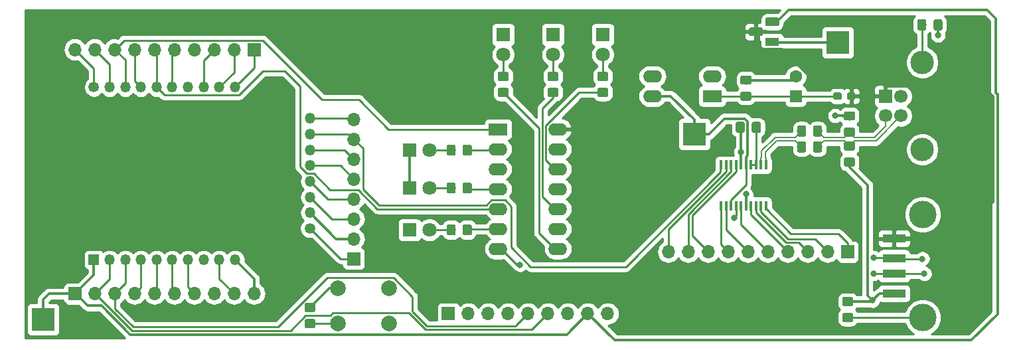
<source format=gbr>
%TF.GenerationSoftware,KiCad,Pcbnew,(5.1.0)-1*%
%TF.CreationDate,2019-07-09T02:14:38+01:00*%
%TF.ProjectId,SmartGluttonV1,536d6172-7447-46c7-9574-746f6e56312e,rev?*%
%TF.SameCoordinates,Original*%
%TF.FileFunction,Copper,L1,Top*%
%TF.FilePolarity,Positive*%
%FSLAX46Y46*%
G04 Gerber Fmt 4.6, Leading zero omitted, Abs format (unit mm)*
G04 Created by KiCad (PCBNEW (5.1.0)-1) date 2019-07-09 02:14:38*
%MOMM*%
%LPD*%
G04 APERTURE LIST*
%ADD10R,1.700000X1.700000*%
%ADD11C,1.700000*%
%ADD12C,3.000000*%
%ADD13O,1.350000X1.350000*%
%ADD14C,1.350000*%
%ADD15R,1.350000X1.350000*%
%ADD16R,3.000000X1.120000*%
%ADD17R,3.000000X1.100000*%
%ADD18C,3.500000*%
%ADD19C,0.100000*%
%ADD20C,1.150000*%
%ADD21R,3.000000X3.000000*%
%ADD22O,1.700000X1.700000*%
%ADD23O,2.400000X1.600000*%
%ADD24R,2.400000X1.600000*%
%ADD25R,1.800000X1.100000*%
%ADD26C,1.100000*%
%ADD27R,0.400000X1.200000*%
%ADD28C,2.000000*%
%ADD29C,0.950000*%
%ADD30C,1.800000*%
%ADD31R,1.800000X1.800000*%
%ADD32C,1.600000*%
%ADD33R,1.600000X1.600000*%
%ADD34C,0.800000*%
%ADD35C,0.350000*%
%ADD36C,0.250000*%
%ADD37C,0.200000*%
%ADD38C,0.254000*%
G04 APERTURE END LIST*
D10*
X189712600Y-68808600D03*
D11*
X189712600Y-71308600D03*
X191712600Y-71308600D03*
X191712600Y-68808600D03*
D12*
X194422600Y-64508600D03*
X194422600Y-75608600D03*
D13*
X116330000Y-71660000D03*
X116330000Y-79660000D03*
X116330000Y-83660000D03*
X116330000Y-81660000D03*
X116330000Y-73660000D03*
X116330000Y-77660000D03*
X116330000Y-75660000D03*
D14*
X116330000Y-85660000D03*
D13*
X98770000Y-67670000D03*
X96770000Y-67670000D03*
D14*
X88770000Y-67670000D03*
D13*
X92770000Y-67670000D03*
X104770000Y-67670000D03*
X90770000Y-67670000D03*
X106770000Y-67670000D03*
X100770000Y-67670000D03*
X94770000Y-67670000D03*
X102770000Y-67670000D03*
D15*
X88770000Y-89670000D03*
D13*
X90770000Y-89670000D03*
X92770000Y-89670000D03*
X94770000Y-89670000D03*
X96770000Y-89670000D03*
X98770000Y-89670000D03*
X100770000Y-89670000D03*
X102770000Y-89670000D03*
X104770000Y-89670000D03*
X106770000Y-89670000D03*
D16*
X190828800Y-89449400D03*
X190828800Y-91449400D03*
X190828800Y-86949400D03*
D17*
X190828800Y-93949400D03*
D18*
X194468800Y-83879400D03*
X194468800Y-97019400D03*
D19*
G36*
X185386505Y-94413204D02*
G01*
X185410773Y-94416804D01*
X185434572Y-94422765D01*
X185457671Y-94431030D01*
X185479850Y-94441520D01*
X185500893Y-94454132D01*
X185520599Y-94468747D01*
X185538777Y-94485223D01*
X185555253Y-94503401D01*
X185569868Y-94523107D01*
X185582480Y-94544150D01*
X185592970Y-94566329D01*
X185601235Y-94589428D01*
X185607196Y-94613227D01*
X185610796Y-94637495D01*
X185612000Y-94661999D01*
X185612000Y-95312001D01*
X185610796Y-95336505D01*
X185607196Y-95360773D01*
X185601235Y-95384572D01*
X185592970Y-95407671D01*
X185582480Y-95429850D01*
X185569868Y-95450893D01*
X185555253Y-95470599D01*
X185538777Y-95488777D01*
X185520599Y-95505253D01*
X185500893Y-95519868D01*
X185479850Y-95532480D01*
X185457671Y-95542970D01*
X185434572Y-95551235D01*
X185410773Y-95557196D01*
X185386505Y-95560796D01*
X185362001Y-95562000D01*
X184461999Y-95562000D01*
X184437495Y-95560796D01*
X184413227Y-95557196D01*
X184389428Y-95551235D01*
X184366329Y-95542970D01*
X184344150Y-95532480D01*
X184323107Y-95519868D01*
X184303401Y-95505253D01*
X184285223Y-95488777D01*
X184268747Y-95470599D01*
X184254132Y-95450893D01*
X184241520Y-95429850D01*
X184231030Y-95407671D01*
X184222765Y-95384572D01*
X184216804Y-95360773D01*
X184213204Y-95336505D01*
X184212000Y-95312001D01*
X184212000Y-94661999D01*
X184213204Y-94637495D01*
X184216804Y-94613227D01*
X184222765Y-94589428D01*
X184231030Y-94566329D01*
X184241520Y-94544150D01*
X184254132Y-94523107D01*
X184268747Y-94503401D01*
X184285223Y-94485223D01*
X184303401Y-94468747D01*
X184323107Y-94454132D01*
X184344150Y-94441520D01*
X184366329Y-94431030D01*
X184389428Y-94422765D01*
X184413227Y-94416804D01*
X184437495Y-94413204D01*
X184461999Y-94412000D01*
X185362001Y-94412000D01*
X185386505Y-94413204D01*
X185386505Y-94413204D01*
G37*
D20*
X184912000Y-94987000D03*
D19*
G36*
X185386505Y-96463204D02*
G01*
X185410773Y-96466804D01*
X185434572Y-96472765D01*
X185457671Y-96481030D01*
X185479850Y-96491520D01*
X185500893Y-96504132D01*
X185520599Y-96518747D01*
X185538777Y-96535223D01*
X185555253Y-96553401D01*
X185569868Y-96573107D01*
X185582480Y-96594150D01*
X185592970Y-96616329D01*
X185601235Y-96639428D01*
X185607196Y-96663227D01*
X185610796Y-96687495D01*
X185612000Y-96711999D01*
X185612000Y-97362001D01*
X185610796Y-97386505D01*
X185607196Y-97410773D01*
X185601235Y-97434572D01*
X185592970Y-97457671D01*
X185582480Y-97479850D01*
X185569868Y-97500893D01*
X185555253Y-97520599D01*
X185538777Y-97538777D01*
X185520599Y-97555253D01*
X185500893Y-97569868D01*
X185479850Y-97582480D01*
X185457671Y-97592970D01*
X185434572Y-97601235D01*
X185410773Y-97607196D01*
X185386505Y-97610796D01*
X185362001Y-97612000D01*
X184461999Y-97612000D01*
X184437495Y-97610796D01*
X184413227Y-97607196D01*
X184389428Y-97601235D01*
X184366329Y-97592970D01*
X184344150Y-97582480D01*
X184323107Y-97569868D01*
X184303401Y-97555253D01*
X184285223Y-97538777D01*
X184268747Y-97520599D01*
X184254132Y-97500893D01*
X184241520Y-97479850D01*
X184231030Y-97457671D01*
X184222765Y-97434572D01*
X184216804Y-97410773D01*
X184213204Y-97386505D01*
X184212000Y-97362001D01*
X184212000Y-96711999D01*
X184213204Y-96687495D01*
X184216804Y-96663227D01*
X184222765Y-96639428D01*
X184231030Y-96616329D01*
X184241520Y-96594150D01*
X184254132Y-96573107D01*
X184268747Y-96553401D01*
X184285223Y-96535223D01*
X184303401Y-96518747D01*
X184323107Y-96504132D01*
X184344150Y-96491520D01*
X184366329Y-96481030D01*
X184389428Y-96472765D01*
X184413227Y-96466804D01*
X184437495Y-96463204D01*
X184461999Y-96462000D01*
X185362001Y-96462000D01*
X185386505Y-96463204D01*
X185386505Y-96463204D01*
G37*
D20*
X184912000Y-97037000D03*
D21*
X183642000Y-61976000D03*
X82296000Y-97282000D03*
X165354000Y-73660000D03*
D22*
X162052000Y-88646000D03*
X164592000Y-88646000D03*
X167132000Y-88646000D03*
X169672000Y-88646000D03*
X172212000Y-88646000D03*
X174752000Y-88646000D03*
X177292000Y-88646000D03*
X179832000Y-88646000D03*
X182372000Y-88646000D03*
D10*
X184912000Y-88646000D03*
D22*
X121920000Y-71755000D03*
X121920000Y-74295000D03*
X121920000Y-76835000D03*
X121920000Y-79375000D03*
X121920000Y-81915000D03*
X121920000Y-84455000D03*
X121920000Y-86995000D03*
D10*
X121920000Y-89535000D03*
D22*
X154305000Y-96520000D03*
X151765000Y-96520000D03*
X149225000Y-96520000D03*
X146685000Y-96520000D03*
X144145000Y-96520000D03*
X141605000Y-96520000D03*
X139065000Y-96520000D03*
X136525000Y-96520000D03*
D10*
X133985000Y-96520000D03*
D23*
X147955000Y-73025000D03*
X140335000Y-88265000D03*
X147955000Y-75565000D03*
X140335000Y-85725000D03*
X147955000Y-78105000D03*
X140335000Y-83185000D03*
X147955000Y-80645000D03*
X140335000Y-80645000D03*
X147955000Y-83185000D03*
X140335000Y-78105000D03*
X147955000Y-85725000D03*
X140335000Y-75565000D03*
X147955000Y-88265000D03*
D24*
X140335000Y-73025000D03*
D25*
X175279000Y-61874400D03*
D19*
G36*
X175930955Y-58785724D02*
G01*
X175957650Y-58789684D01*
X175983828Y-58796241D01*
X176009238Y-58805333D01*
X176033634Y-58816872D01*
X176056782Y-58830746D01*
X176078458Y-58846822D01*
X176098454Y-58864946D01*
X176116578Y-58884942D01*
X176132654Y-58906618D01*
X176146528Y-58929766D01*
X176158067Y-58954162D01*
X176167159Y-58979572D01*
X176173716Y-59005750D01*
X176177676Y-59032445D01*
X176179000Y-59059400D01*
X176179000Y-59609400D01*
X176177676Y-59636355D01*
X176173716Y-59663050D01*
X176167159Y-59689228D01*
X176158067Y-59714638D01*
X176146528Y-59739034D01*
X176132654Y-59762182D01*
X176116578Y-59783858D01*
X176098454Y-59803854D01*
X176078458Y-59821978D01*
X176056782Y-59838054D01*
X176033634Y-59851928D01*
X176009238Y-59863467D01*
X175983828Y-59872559D01*
X175957650Y-59879116D01*
X175930955Y-59883076D01*
X175904000Y-59884400D01*
X174654000Y-59884400D01*
X174627045Y-59883076D01*
X174600350Y-59879116D01*
X174574172Y-59872559D01*
X174548762Y-59863467D01*
X174524366Y-59851928D01*
X174501218Y-59838054D01*
X174479542Y-59821978D01*
X174459546Y-59803854D01*
X174441422Y-59783858D01*
X174425346Y-59762182D01*
X174411472Y-59739034D01*
X174399933Y-59714638D01*
X174390841Y-59689228D01*
X174384284Y-59663050D01*
X174380324Y-59636355D01*
X174379000Y-59609400D01*
X174379000Y-59059400D01*
X174380324Y-59032445D01*
X174384284Y-59005750D01*
X174390841Y-58979572D01*
X174399933Y-58954162D01*
X174411472Y-58929766D01*
X174425346Y-58906618D01*
X174441422Y-58884942D01*
X174459546Y-58864946D01*
X174479542Y-58846822D01*
X174501218Y-58830746D01*
X174524366Y-58816872D01*
X174548762Y-58805333D01*
X174574172Y-58796241D01*
X174600350Y-58789684D01*
X174627045Y-58785724D01*
X174654000Y-58784400D01*
X175904000Y-58784400D01*
X175930955Y-58785724D01*
X175930955Y-58785724D01*
G37*
D26*
X175279000Y-59334400D03*
D19*
G36*
X173860955Y-60055724D02*
G01*
X173887650Y-60059684D01*
X173913828Y-60066241D01*
X173939238Y-60075333D01*
X173963634Y-60086872D01*
X173986782Y-60100746D01*
X174008458Y-60116822D01*
X174028454Y-60134946D01*
X174046578Y-60154942D01*
X174062654Y-60176618D01*
X174076528Y-60199766D01*
X174088067Y-60224162D01*
X174097159Y-60249572D01*
X174103716Y-60275750D01*
X174107676Y-60302445D01*
X174109000Y-60329400D01*
X174109000Y-60879400D01*
X174107676Y-60906355D01*
X174103716Y-60933050D01*
X174097159Y-60959228D01*
X174088067Y-60984638D01*
X174076528Y-61009034D01*
X174062654Y-61032182D01*
X174046578Y-61053858D01*
X174028454Y-61073854D01*
X174008458Y-61091978D01*
X173986782Y-61108054D01*
X173963634Y-61121928D01*
X173939238Y-61133467D01*
X173913828Y-61142559D01*
X173887650Y-61149116D01*
X173860955Y-61153076D01*
X173834000Y-61154400D01*
X172584000Y-61154400D01*
X172557045Y-61153076D01*
X172530350Y-61149116D01*
X172504172Y-61142559D01*
X172478762Y-61133467D01*
X172454366Y-61121928D01*
X172431218Y-61108054D01*
X172409542Y-61091978D01*
X172389546Y-61073854D01*
X172371422Y-61053858D01*
X172355346Y-61032182D01*
X172341472Y-61009034D01*
X172329933Y-60984638D01*
X172320841Y-60959228D01*
X172314284Y-60933050D01*
X172310324Y-60906355D01*
X172309000Y-60879400D01*
X172309000Y-60329400D01*
X172310324Y-60302445D01*
X172314284Y-60275750D01*
X172320841Y-60249572D01*
X172329933Y-60224162D01*
X172341472Y-60199766D01*
X172355346Y-60176618D01*
X172371422Y-60154942D01*
X172389546Y-60134946D01*
X172409542Y-60116822D01*
X172431218Y-60100746D01*
X172454366Y-60086872D01*
X172478762Y-60075333D01*
X172504172Y-60066241D01*
X172530350Y-60059684D01*
X172557045Y-60055724D01*
X172584000Y-60054400D01*
X173834000Y-60054400D01*
X173860955Y-60055724D01*
X173860955Y-60055724D01*
G37*
D26*
X173209000Y-60604400D03*
D27*
X168757600Y-77571600D03*
X169392600Y-77571600D03*
X170027600Y-77571600D03*
X170662600Y-77571600D03*
X171297600Y-77571600D03*
X171932600Y-77571600D03*
X172567600Y-77571600D03*
X173202600Y-77571600D03*
X173837600Y-77571600D03*
X174472600Y-77571600D03*
X174472600Y-82771600D03*
X173837600Y-82771600D03*
X173202600Y-82771600D03*
X172567600Y-82771600D03*
X171932600Y-82771600D03*
X171297600Y-82771600D03*
X170662600Y-82771600D03*
X170027600Y-82771600D03*
X169392600Y-82771600D03*
X168757600Y-82771600D03*
D28*
X119888000Y-97790000D03*
X119888000Y-93290000D03*
X126388000Y-97790000D03*
X126388000Y-93290000D03*
D23*
X160020000Y-68808600D03*
X167640000Y-66268600D03*
X160020000Y-66268600D03*
D24*
X167640000Y-68808600D03*
D19*
G36*
X196767705Y-59016604D02*
G01*
X196791973Y-59020204D01*
X196815772Y-59026165D01*
X196838871Y-59034430D01*
X196861050Y-59044920D01*
X196882093Y-59057532D01*
X196901799Y-59072147D01*
X196919977Y-59088623D01*
X196936453Y-59106801D01*
X196951068Y-59126507D01*
X196963680Y-59147550D01*
X196974170Y-59169729D01*
X196982435Y-59192828D01*
X196988396Y-59216627D01*
X196991996Y-59240895D01*
X196993200Y-59265399D01*
X196993200Y-60165401D01*
X196991996Y-60189905D01*
X196988396Y-60214173D01*
X196982435Y-60237972D01*
X196974170Y-60261071D01*
X196963680Y-60283250D01*
X196951068Y-60304293D01*
X196936453Y-60323999D01*
X196919977Y-60342177D01*
X196901799Y-60358653D01*
X196882093Y-60373268D01*
X196861050Y-60385880D01*
X196838871Y-60396370D01*
X196815772Y-60404635D01*
X196791973Y-60410596D01*
X196767705Y-60414196D01*
X196743201Y-60415400D01*
X196093199Y-60415400D01*
X196068695Y-60414196D01*
X196044427Y-60410596D01*
X196020628Y-60404635D01*
X195997529Y-60396370D01*
X195975350Y-60385880D01*
X195954307Y-60373268D01*
X195934601Y-60358653D01*
X195916423Y-60342177D01*
X195899947Y-60323999D01*
X195885332Y-60304293D01*
X195872720Y-60283250D01*
X195862230Y-60261071D01*
X195853965Y-60237972D01*
X195848004Y-60214173D01*
X195844404Y-60189905D01*
X195843200Y-60165401D01*
X195843200Y-59265399D01*
X195844404Y-59240895D01*
X195848004Y-59216627D01*
X195853965Y-59192828D01*
X195862230Y-59169729D01*
X195872720Y-59147550D01*
X195885332Y-59126507D01*
X195899947Y-59106801D01*
X195916423Y-59088623D01*
X195934601Y-59072147D01*
X195954307Y-59057532D01*
X195975350Y-59044920D01*
X195997529Y-59034430D01*
X196020628Y-59026165D01*
X196044427Y-59020204D01*
X196068695Y-59016604D01*
X196093199Y-59015400D01*
X196743201Y-59015400D01*
X196767705Y-59016604D01*
X196767705Y-59016604D01*
G37*
D20*
X196418200Y-59715400D03*
D19*
G36*
X194717705Y-59016604D02*
G01*
X194741973Y-59020204D01*
X194765772Y-59026165D01*
X194788871Y-59034430D01*
X194811050Y-59044920D01*
X194832093Y-59057532D01*
X194851799Y-59072147D01*
X194869977Y-59088623D01*
X194886453Y-59106801D01*
X194901068Y-59126507D01*
X194913680Y-59147550D01*
X194924170Y-59169729D01*
X194932435Y-59192828D01*
X194938396Y-59216627D01*
X194941996Y-59240895D01*
X194943200Y-59265399D01*
X194943200Y-60165401D01*
X194941996Y-60189905D01*
X194938396Y-60214173D01*
X194932435Y-60237972D01*
X194924170Y-60261071D01*
X194913680Y-60283250D01*
X194901068Y-60304293D01*
X194886453Y-60323999D01*
X194869977Y-60342177D01*
X194851799Y-60358653D01*
X194832093Y-60373268D01*
X194811050Y-60385880D01*
X194788871Y-60396370D01*
X194765772Y-60404635D01*
X194741973Y-60410596D01*
X194717705Y-60414196D01*
X194693201Y-60415400D01*
X194043199Y-60415400D01*
X194018695Y-60414196D01*
X193994427Y-60410596D01*
X193970628Y-60404635D01*
X193947529Y-60396370D01*
X193925350Y-60385880D01*
X193904307Y-60373268D01*
X193884601Y-60358653D01*
X193866423Y-60342177D01*
X193849947Y-60323999D01*
X193835332Y-60304293D01*
X193822720Y-60283250D01*
X193812230Y-60261071D01*
X193803965Y-60237972D01*
X193798004Y-60214173D01*
X193794404Y-60189905D01*
X193793200Y-60165401D01*
X193793200Y-59265399D01*
X193794404Y-59240895D01*
X193798004Y-59216627D01*
X193803965Y-59192828D01*
X193812230Y-59169729D01*
X193822720Y-59147550D01*
X193835332Y-59126507D01*
X193849947Y-59106801D01*
X193866423Y-59088623D01*
X193884601Y-59072147D01*
X193904307Y-59057532D01*
X193925350Y-59044920D01*
X193947529Y-59034430D01*
X193970628Y-59026165D01*
X193994427Y-59020204D01*
X194018695Y-59016604D01*
X194043199Y-59015400D01*
X194693201Y-59015400D01*
X194717705Y-59016604D01*
X194717705Y-59016604D01*
G37*
D20*
X194368200Y-59715400D03*
D19*
G36*
X154144505Y-67761204D02*
G01*
X154168773Y-67764804D01*
X154192572Y-67770765D01*
X154215671Y-67779030D01*
X154237850Y-67789520D01*
X154258893Y-67802132D01*
X154278599Y-67816747D01*
X154296777Y-67833223D01*
X154313253Y-67851401D01*
X154327868Y-67871107D01*
X154340480Y-67892150D01*
X154350970Y-67914329D01*
X154359235Y-67937428D01*
X154365196Y-67961227D01*
X154368796Y-67985495D01*
X154370000Y-68009999D01*
X154370000Y-68660001D01*
X154368796Y-68684505D01*
X154365196Y-68708773D01*
X154359235Y-68732572D01*
X154350970Y-68755671D01*
X154340480Y-68777850D01*
X154327868Y-68798893D01*
X154313253Y-68818599D01*
X154296777Y-68836777D01*
X154278599Y-68853253D01*
X154258893Y-68867868D01*
X154237850Y-68880480D01*
X154215671Y-68890970D01*
X154192572Y-68899235D01*
X154168773Y-68905196D01*
X154144505Y-68908796D01*
X154120001Y-68910000D01*
X153219999Y-68910000D01*
X153195495Y-68908796D01*
X153171227Y-68905196D01*
X153147428Y-68899235D01*
X153124329Y-68890970D01*
X153102150Y-68880480D01*
X153081107Y-68867868D01*
X153061401Y-68853253D01*
X153043223Y-68836777D01*
X153026747Y-68818599D01*
X153012132Y-68798893D01*
X152999520Y-68777850D01*
X152989030Y-68755671D01*
X152980765Y-68732572D01*
X152974804Y-68708773D01*
X152971204Y-68684505D01*
X152970000Y-68660001D01*
X152970000Y-68009999D01*
X152971204Y-67985495D01*
X152974804Y-67961227D01*
X152980765Y-67937428D01*
X152989030Y-67914329D01*
X152999520Y-67892150D01*
X153012132Y-67871107D01*
X153026747Y-67851401D01*
X153043223Y-67833223D01*
X153061401Y-67816747D01*
X153081107Y-67802132D01*
X153102150Y-67789520D01*
X153124329Y-67779030D01*
X153147428Y-67770765D01*
X153171227Y-67764804D01*
X153195495Y-67761204D01*
X153219999Y-67760000D01*
X154120001Y-67760000D01*
X154144505Y-67761204D01*
X154144505Y-67761204D01*
G37*
D20*
X153670000Y-68335000D03*
D19*
G36*
X154144505Y-65711204D02*
G01*
X154168773Y-65714804D01*
X154192572Y-65720765D01*
X154215671Y-65729030D01*
X154237850Y-65739520D01*
X154258893Y-65752132D01*
X154278599Y-65766747D01*
X154296777Y-65783223D01*
X154313253Y-65801401D01*
X154327868Y-65821107D01*
X154340480Y-65842150D01*
X154350970Y-65864329D01*
X154359235Y-65887428D01*
X154365196Y-65911227D01*
X154368796Y-65935495D01*
X154370000Y-65959999D01*
X154370000Y-66610001D01*
X154368796Y-66634505D01*
X154365196Y-66658773D01*
X154359235Y-66682572D01*
X154350970Y-66705671D01*
X154340480Y-66727850D01*
X154327868Y-66748893D01*
X154313253Y-66768599D01*
X154296777Y-66786777D01*
X154278599Y-66803253D01*
X154258893Y-66817868D01*
X154237850Y-66830480D01*
X154215671Y-66840970D01*
X154192572Y-66849235D01*
X154168773Y-66855196D01*
X154144505Y-66858796D01*
X154120001Y-66860000D01*
X153219999Y-66860000D01*
X153195495Y-66858796D01*
X153171227Y-66855196D01*
X153147428Y-66849235D01*
X153124329Y-66840970D01*
X153102150Y-66830480D01*
X153081107Y-66817868D01*
X153061401Y-66803253D01*
X153043223Y-66786777D01*
X153026747Y-66768599D01*
X153012132Y-66748893D01*
X152999520Y-66727850D01*
X152989030Y-66705671D01*
X152980765Y-66682572D01*
X152974804Y-66658773D01*
X152971204Y-66634505D01*
X152970000Y-66610001D01*
X152970000Y-65959999D01*
X152971204Y-65935495D01*
X152974804Y-65911227D01*
X152980765Y-65887428D01*
X152989030Y-65864329D01*
X152999520Y-65842150D01*
X153012132Y-65821107D01*
X153026747Y-65801401D01*
X153043223Y-65783223D01*
X153061401Y-65766747D01*
X153081107Y-65752132D01*
X153102150Y-65739520D01*
X153124329Y-65729030D01*
X153147428Y-65720765D01*
X153171227Y-65714804D01*
X153195495Y-65711204D01*
X153219999Y-65710000D01*
X154120001Y-65710000D01*
X154144505Y-65711204D01*
X154144505Y-65711204D01*
G37*
D20*
X153670000Y-66285000D03*
D19*
G36*
X147794505Y-67761204D02*
G01*
X147818773Y-67764804D01*
X147842572Y-67770765D01*
X147865671Y-67779030D01*
X147887850Y-67789520D01*
X147908893Y-67802132D01*
X147928599Y-67816747D01*
X147946777Y-67833223D01*
X147963253Y-67851401D01*
X147977868Y-67871107D01*
X147990480Y-67892150D01*
X148000970Y-67914329D01*
X148009235Y-67937428D01*
X148015196Y-67961227D01*
X148018796Y-67985495D01*
X148020000Y-68009999D01*
X148020000Y-68660001D01*
X148018796Y-68684505D01*
X148015196Y-68708773D01*
X148009235Y-68732572D01*
X148000970Y-68755671D01*
X147990480Y-68777850D01*
X147977868Y-68798893D01*
X147963253Y-68818599D01*
X147946777Y-68836777D01*
X147928599Y-68853253D01*
X147908893Y-68867868D01*
X147887850Y-68880480D01*
X147865671Y-68890970D01*
X147842572Y-68899235D01*
X147818773Y-68905196D01*
X147794505Y-68908796D01*
X147770001Y-68910000D01*
X146869999Y-68910000D01*
X146845495Y-68908796D01*
X146821227Y-68905196D01*
X146797428Y-68899235D01*
X146774329Y-68890970D01*
X146752150Y-68880480D01*
X146731107Y-68867868D01*
X146711401Y-68853253D01*
X146693223Y-68836777D01*
X146676747Y-68818599D01*
X146662132Y-68798893D01*
X146649520Y-68777850D01*
X146639030Y-68755671D01*
X146630765Y-68732572D01*
X146624804Y-68708773D01*
X146621204Y-68684505D01*
X146620000Y-68660001D01*
X146620000Y-68009999D01*
X146621204Y-67985495D01*
X146624804Y-67961227D01*
X146630765Y-67937428D01*
X146639030Y-67914329D01*
X146649520Y-67892150D01*
X146662132Y-67871107D01*
X146676747Y-67851401D01*
X146693223Y-67833223D01*
X146711401Y-67816747D01*
X146731107Y-67802132D01*
X146752150Y-67789520D01*
X146774329Y-67779030D01*
X146797428Y-67770765D01*
X146821227Y-67764804D01*
X146845495Y-67761204D01*
X146869999Y-67760000D01*
X147770001Y-67760000D01*
X147794505Y-67761204D01*
X147794505Y-67761204D01*
G37*
D20*
X147320000Y-68335000D03*
D19*
G36*
X147794505Y-65711204D02*
G01*
X147818773Y-65714804D01*
X147842572Y-65720765D01*
X147865671Y-65729030D01*
X147887850Y-65739520D01*
X147908893Y-65752132D01*
X147928599Y-65766747D01*
X147946777Y-65783223D01*
X147963253Y-65801401D01*
X147977868Y-65821107D01*
X147990480Y-65842150D01*
X148000970Y-65864329D01*
X148009235Y-65887428D01*
X148015196Y-65911227D01*
X148018796Y-65935495D01*
X148020000Y-65959999D01*
X148020000Y-66610001D01*
X148018796Y-66634505D01*
X148015196Y-66658773D01*
X148009235Y-66682572D01*
X148000970Y-66705671D01*
X147990480Y-66727850D01*
X147977868Y-66748893D01*
X147963253Y-66768599D01*
X147946777Y-66786777D01*
X147928599Y-66803253D01*
X147908893Y-66817868D01*
X147887850Y-66830480D01*
X147865671Y-66840970D01*
X147842572Y-66849235D01*
X147818773Y-66855196D01*
X147794505Y-66858796D01*
X147770001Y-66860000D01*
X146869999Y-66860000D01*
X146845495Y-66858796D01*
X146821227Y-66855196D01*
X146797428Y-66849235D01*
X146774329Y-66840970D01*
X146752150Y-66830480D01*
X146731107Y-66817868D01*
X146711401Y-66803253D01*
X146693223Y-66786777D01*
X146676747Y-66768599D01*
X146662132Y-66748893D01*
X146649520Y-66727850D01*
X146639030Y-66705671D01*
X146630765Y-66682572D01*
X146624804Y-66658773D01*
X146621204Y-66634505D01*
X146620000Y-66610001D01*
X146620000Y-65959999D01*
X146621204Y-65935495D01*
X146624804Y-65911227D01*
X146630765Y-65887428D01*
X146639030Y-65864329D01*
X146649520Y-65842150D01*
X146662132Y-65821107D01*
X146676747Y-65801401D01*
X146693223Y-65783223D01*
X146711401Y-65766747D01*
X146731107Y-65752132D01*
X146752150Y-65739520D01*
X146774329Y-65729030D01*
X146797428Y-65720765D01*
X146821227Y-65714804D01*
X146845495Y-65711204D01*
X146869999Y-65710000D01*
X147770001Y-65710000D01*
X147794505Y-65711204D01*
X147794505Y-65711204D01*
G37*
D20*
X147320000Y-66285000D03*
D19*
G36*
X141444505Y-67761204D02*
G01*
X141468773Y-67764804D01*
X141492572Y-67770765D01*
X141515671Y-67779030D01*
X141537850Y-67789520D01*
X141558893Y-67802132D01*
X141578599Y-67816747D01*
X141596777Y-67833223D01*
X141613253Y-67851401D01*
X141627868Y-67871107D01*
X141640480Y-67892150D01*
X141650970Y-67914329D01*
X141659235Y-67937428D01*
X141665196Y-67961227D01*
X141668796Y-67985495D01*
X141670000Y-68009999D01*
X141670000Y-68660001D01*
X141668796Y-68684505D01*
X141665196Y-68708773D01*
X141659235Y-68732572D01*
X141650970Y-68755671D01*
X141640480Y-68777850D01*
X141627868Y-68798893D01*
X141613253Y-68818599D01*
X141596777Y-68836777D01*
X141578599Y-68853253D01*
X141558893Y-68867868D01*
X141537850Y-68880480D01*
X141515671Y-68890970D01*
X141492572Y-68899235D01*
X141468773Y-68905196D01*
X141444505Y-68908796D01*
X141420001Y-68910000D01*
X140519999Y-68910000D01*
X140495495Y-68908796D01*
X140471227Y-68905196D01*
X140447428Y-68899235D01*
X140424329Y-68890970D01*
X140402150Y-68880480D01*
X140381107Y-68867868D01*
X140361401Y-68853253D01*
X140343223Y-68836777D01*
X140326747Y-68818599D01*
X140312132Y-68798893D01*
X140299520Y-68777850D01*
X140289030Y-68755671D01*
X140280765Y-68732572D01*
X140274804Y-68708773D01*
X140271204Y-68684505D01*
X140270000Y-68660001D01*
X140270000Y-68009999D01*
X140271204Y-67985495D01*
X140274804Y-67961227D01*
X140280765Y-67937428D01*
X140289030Y-67914329D01*
X140299520Y-67892150D01*
X140312132Y-67871107D01*
X140326747Y-67851401D01*
X140343223Y-67833223D01*
X140361401Y-67816747D01*
X140381107Y-67802132D01*
X140402150Y-67789520D01*
X140424329Y-67779030D01*
X140447428Y-67770765D01*
X140471227Y-67764804D01*
X140495495Y-67761204D01*
X140519999Y-67760000D01*
X141420001Y-67760000D01*
X141444505Y-67761204D01*
X141444505Y-67761204D01*
G37*
D20*
X140970000Y-68335000D03*
D19*
G36*
X141444505Y-65711204D02*
G01*
X141468773Y-65714804D01*
X141492572Y-65720765D01*
X141515671Y-65729030D01*
X141537850Y-65739520D01*
X141558893Y-65752132D01*
X141578599Y-65766747D01*
X141596777Y-65783223D01*
X141613253Y-65801401D01*
X141627868Y-65821107D01*
X141640480Y-65842150D01*
X141650970Y-65864329D01*
X141659235Y-65887428D01*
X141665196Y-65911227D01*
X141668796Y-65935495D01*
X141670000Y-65959999D01*
X141670000Y-66610001D01*
X141668796Y-66634505D01*
X141665196Y-66658773D01*
X141659235Y-66682572D01*
X141650970Y-66705671D01*
X141640480Y-66727850D01*
X141627868Y-66748893D01*
X141613253Y-66768599D01*
X141596777Y-66786777D01*
X141578599Y-66803253D01*
X141558893Y-66817868D01*
X141537850Y-66830480D01*
X141515671Y-66840970D01*
X141492572Y-66849235D01*
X141468773Y-66855196D01*
X141444505Y-66858796D01*
X141420001Y-66860000D01*
X140519999Y-66860000D01*
X140495495Y-66858796D01*
X140471227Y-66855196D01*
X140447428Y-66849235D01*
X140424329Y-66840970D01*
X140402150Y-66830480D01*
X140381107Y-66817868D01*
X140361401Y-66803253D01*
X140343223Y-66786777D01*
X140326747Y-66768599D01*
X140312132Y-66748893D01*
X140299520Y-66727850D01*
X140289030Y-66705671D01*
X140280765Y-66682572D01*
X140274804Y-66658773D01*
X140271204Y-66634505D01*
X140270000Y-66610001D01*
X140270000Y-65959999D01*
X140271204Y-65935495D01*
X140274804Y-65911227D01*
X140280765Y-65887428D01*
X140289030Y-65864329D01*
X140299520Y-65842150D01*
X140312132Y-65821107D01*
X140326747Y-65801401D01*
X140343223Y-65783223D01*
X140361401Y-65766747D01*
X140381107Y-65752132D01*
X140402150Y-65739520D01*
X140424329Y-65729030D01*
X140447428Y-65720765D01*
X140471227Y-65714804D01*
X140495495Y-65711204D01*
X140519999Y-65710000D01*
X141420001Y-65710000D01*
X141444505Y-65711204D01*
X141444505Y-65711204D01*
G37*
D20*
X140970000Y-66285000D03*
D19*
G36*
X136747505Y-85153204D02*
G01*
X136771773Y-85156804D01*
X136795572Y-85162765D01*
X136818671Y-85171030D01*
X136840850Y-85181520D01*
X136861893Y-85194132D01*
X136881599Y-85208747D01*
X136899777Y-85225223D01*
X136916253Y-85243401D01*
X136930868Y-85263107D01*
X136943480Y-85284150D01*
X136953970Y-85306329D01*
X136962235Y-85329428D01*
X136968196Y-85353227D01*
X136971796Y-85377495D01*
X136973000Y-85401999D01*
X136973000Y-86302001D01*
X136971796Y-86326505D01*
X136968196Y-86350773D01*
X136962235Y-86374572D01*
X136953970Y-86397671D01*
X136943480Y-86419850D01*
X136930868Y-86440893D01*
X136916253Y-86460599D01*
X136899777Y-86478777D01*
X136881599Y-86495253D01*
X136861893Y-86509868D01*
X136840850Y-86522480D01*
X136818671Y-86532970D01*
X136795572Y-86541235D01*
X136771773Y-86547196D01*
X136747505Y-86550796D01*
X136723001Y-86552000D01*
X136072999Y-86552000D01*
X136048495Y-86550796D01*
X136024227Y-86547196D01*
X136000428Y-86541235D01*
X135977329Y-86532970D01*
X135955150Y-86522480D01*
X135934107Y-86509868D01*
X135914401Y-86495253D01*
X135896223Y-86478777D01*
X135879747Y-86460599D01*
X135865132Y-86440893D01*
X135852520Y-86419850D01*
X135842030Y-86397671D01*
X135833765Y-86374572D01*
X135827804Y-86350773D01*
X135824204Y-86326505D01*
X135823000Y-86302001D01*
X135823000Y-85401999D01*
X135824204Y-85377495D01*
X135827804Y-85353227D01*
X135833765Y-85329428D01*
X135842030Y-85306329D01*
X135852520Y-85284150D01*
X135865132Y-85263107D01*
X135879747Y-85243401D01*
X135896223Y-85225223D01*
X135914401Y-85208747D01*
X135934107Y-85194132D01*
X135955150Y-85181520D01*
X135977329Y-85171030D01*
X136000428Y-85162765D01*
X136024227Y-85156804D01*
X136048495Y-85153204D01*
X136072999Y-85152000D01*
X136723001Y-85152000D01*
X136747505Y-85153204D01*
X136747505Y-85153204D01*
G37*
D20*
X136398000Y-85852000D03*
D19*
G36*
X134697505Y-85153204D02*
G01*
X134721773Y-85156804D01*
X134745572Y-85162765D01*
X134768671Y-85171030D01*
X134790850Y-85181520D01*
X134811893Y-85194132D01*
X134831599Y-85208747D01*
X134849777Y-85225223D01*
X134866253Y-85243401D01*
X134880868Y-85263107D01*
X134893480Y-85284150D01*
X134903970Y-85306329D01*
X134912235Y-85329428D01*
X134918196Y-85353227D01*
X134921796Y-85377495D01*
X134923000Y-85401999D01*
X134923000Y-86302001D01*
X134921796Y-86326505D01*
X134918196Y-86350773D01*
X134912235Y-86374572D01*
X134903970Y-86397671D01*
X134893480Y-86419850D01*
X134880868Y-86440893D01*
X134866253Y-86460599D01*
X134849777Y-86478777D01*
X134831599Y-86495253D01*
X134811893Y-86509868D01*
X134790850Y-86522480D01*
X134768671Y-86532970D01*
X134745572Y-86541235D01*
X134721773Y-86547196D01*
X134697505Y-86550796D01*
X134673001Y-86552000D01*
X134022999Y-86552000D01*
X133998495Y-86550796D01*
X133974227Y-86547196D01*
X133950428Y-86541235D01*
X133927329Y-86532970D01*
X133905150Y-86522480D01*
X133884107Y-86509868D01*
X133864401Y-86495253D01*
X133846223Y-86478777D01*
X133829747Y-86460599D01*
X133815132Y-86440893D01*
X133802520Y-86419850D01*
X133792030Y-86397671D01*
X133783765Y-86374572D01*
X133777804Y-86350773D01*
X133774204Y-86326505D01*
X133773000Y-86302001D01*
X133773000Y-85401999D01*
X133774204Y-85377495D01*
X133777804Y-85353227D01*
X133783765Y-85329428D01*
X133792030Y-85306329D01*
X133802520Y-85284150D01*
X133815132Y-85263107D01*
X133829747Y-85243401D01*
X133846223Y-85225223D01*
X133864401Y-85208747D01*
X133884107Y-85194132D01*
X133905150Y-85181520D01*
X133927329Y-85171030D01*
X133950428Y-85162765D01*
X133974227Y-85156804D01*
X133998495Y-85153204D01*
X134022999Y-85152000D01*
X134673001Y-85152000D01*
X134697505Y-85153204D01*
X134697505Y-85153204D01*
G37*
D20*
X134348000Y-85852000D03*
D19*
G36*
X136747505Y-79819204D02*
G01*
X136771773Y-79822804D01*
X136795572Y-79828765D01*
X136818671Y-79837030D01*
X136840850Y-79847520D01*
X136861893Y-79860132D01*
X136881599Y-79874747D01*
X136899777Y-79891223D01*
X136916253Y-79909401D01*
X136930868Y-79929107D01*
X136943480Y-79950150D01*
X136953970Y-79972329D01*
X136962235Y-79995428D01*
X136968196Y-80019227D01*
X136971796Y-80043495D01*
X136973000Y-80067999D01*
X136973000Y-80968001D01*
X136971796Y-80992505D01*
X136968196Y-81016773D01*
X136962235Y-81040572D01*
X136953970Y-81063671D01*
X136943480Y-81085850D01*
X136930868Y-81106893D01*
X136916253Y-81126599D01*
X136899777Y-81144777D01*
X136881599Y-81161253D01*
X136861893Y-81175868D01*
X136840850Y-81188480D01*
X136818671Y-81198970D01*
X136795572Y-81207235D01*
X136771773Y-81213196D01*
X136747505Y-81216796D01*
X136723001Y-81218000D01*
X136072999Y-81218000D01*
X136048495Y-81216796D01*
X136024227Y-81213196D01*
X136000428Y-81207235D01*
X135977329Y-81198970D01*
X135955150Y-81188480D01*
X135934107Y-81175868D01*
X135914401Y-81161253D01*
X135896223Y-81144777D01*
X135879747Y-81126599D01*
X135865132Y-81106893D01*
X135852520Y-81085850D01*
X135842030Y-81063671D01*
X135833765Y-81040572D01*
X135827804Y-81016773D01*
X135824204Y-80992505D01*
X135823000Y-80968001D01*
X135823000Y-80067999D01*
X135824204Y-80043495D01*
X135827804Y-80019227D01*
X135833765Y-79995428D01*
X135842030Y-79972329D01*
X135852520Y-79950150D01*
X135865132Y-79929107D01*
X135879747Y-79909401D01*
X135896223Y-79891223D01*
X135914401Y-79874747D01*
X135934107Y-79860132D01*
X135955150Y-79847520D01*
X135977329Y-79837030D01*
X136000428Y-79828765D01*
X136024227Y-79822804D01*
X136048495Y-79819204D01*
X136072999Y-79818000D01*
X136723001Y-79818000D01*
X136747505Y-79819204D01*
X136747505Y-79819204D01*
G37*
D20*
X136398000Y-80518000D03*
D19*
G36*
X134697505Y-79819204D02*
G01*
X134721773Y-79822804D01*
X134745572Y-79828765D01*
X134768671Y-79837030D01*
X134790850Y-79847520D01*
X134811893Y-79860132D01*
X134831599Y-79874747D01*
X134849777Y-79891223D01*
X134866253Y-79909401D01*
X134880868Y-79929107D01*
X134893480Y-79950150D01*
X134903970Y-79972329D01*
X134912235Y-79995428D01*
X134918196Y-80019227D01*
X134921796Y-80043495D01*
X134923000Y-80067999D01*
X134923000Y-80968001D01*
X134921796Y-80992505D01*
X134918196Y-81016773D01*
X134912235Y-81040572D01*
X134903970Y-81063671D01*
X134893480Y-81085850D01*
X134880868Y-81106893D01*
X134866253Y-81126599D01*
X134849777Y-81144777D01*
X134831599Y-81161253D01*
X134811893Y-81175868D01*
X134790850Y-81188480D01*
X134768671Y-81198970D01*
X134745572Y-81207235D01*
X134721773Y-81213196D01*
X134697505Y-81216796D01*
X134673001Y-81218000D01*
X134022999Y-81218000D01*
X133998495Y-81216796D01*
X133974227Y-81213196D01*
X133950428Y-81207235D01*
X133927329Y-81198970D01*
X133905150Y-81188480D01*
X133884107Y-81175868D01*
X133864401Y-81161253D01*
X133846223Y-81144777D01*
X133829747Y-81126599D01*
X133815132Y-81106893D01*
X133802520Y-81085850D01*
X133792030Y-81063671D01*
X133783765Y-81040572D01*
X133777804Y-81016773D01*
X133774204Y-80992505D01*
X133773000Y-80968001D01*
X133773000Y-80067999D01*
X133774204Y-80043495D01*
X133777804Y-80019227D01*
X133783765Y-79995428D01*
X133792030Y-79972329D01*
X133802520Y-79950150D01*
X133815132Y-79929107D01*
X133829747Y-79909401D01*
X133846223Y-79891223D01*
X133864401Y-79874747D01*
X133884107Y-79860132D01*
X133905150Y-79847520D01*
X133927329Y-79837030D01*
X133950428Y-79828765D01*
X133974227Y-79822804D01*
X133998495Y-79819204D01*
X134022999Y-79818000D01*
X134673001Y-79818000D01*
X134697505Y-79819204D01*
X134697505Y-79819204D01*
G37*
D20*
X134348000Y-80518000D03*
D19*
G36*
X136747505Y-74993204D02*
G01*
X136771773Y-74996804D01*
X136795572Y-75002765D01*
X136818671Y-75011030D01*
X136840850Y-75021520D01*
X136861893Y-75034132D01*
X136881599Y-75048747D01*
X136899777Y-75065223D01*
X136916253Y-75083401D01*
X136930868Y-75103107D01*
X136943480Y-75124150D01*
X136953970Y-75146329D01*
X136962235Y-75169428D01*
X136968196Y-75193227D01*
X136971796Y-75217495D01*
X136973000Y-75241999D01*
X136973000Y-76142001D01*
X136971796Y-76166505D01*
X136968196Y-76190773D01*
X136962235Y-76214572D01*
X136953970Y-76237671D01*
X136943480Y-76259850D01*
X136930868Y-76280893D01*
X136916253Y-76300599D01*
X136899777Y-76318777D01*
X136881599Y-76335253D01*
X136861893Y-76349868D01*
X136840850Y-76362480D01*
X136818671Y-76372970D01*
X136795572Y-76381235D01*
X136771773Y-76387196D01*
X136747505Y-76390796D01*
X136723001Y-76392000D01*
X136072999Y-76392000D01*
X136048495Y-76390796D01*
X136024227Y-76387196D01*
X136000428Y-76381235D01*
X135977329Y-76372970D01*
X135955150Y-76362480D01*
X135934107Y-76349868D01*
X135914401Y-76335253D01*
X135896223Y-76318777D01*
X135879747Y-76300599D01*
X135865132Y-76280893D01*
X135852520Y-76259850D01*
X135842030Y-76237671D01*
X135833765Y-76214572D01*
X135827804Y-76190773D01*
X135824204Y-76166505D01*
X135823000Y-76142001D01*
X135823000Y-75241999D01*
X135824204Y-75217495D01*
X135827804Y-75193227D01*
X135833765Y-75169428D01*
X135842030Y-75146329D01*
X135852520Y-75124150D01*
X135865132Y-75103107D01*
X135879747Y-75083401D01*
X135896223Y-75065223D01*
X135914401Y-75048747D01*
X135934107Y-75034132D01*
X135955150Y-75021520D01*
X135977329Y-75011030D01*
X136000428Y-75002765D01*
X136024227Y-74996804D01*
X136048495Y-74993204D01*
X136072999Y-74992000D01*
X136723001Y-74992000D01*
X136747505Y-74993204D01*
X136747505Y-74993204D01*
G37*
D20*
X136398000Y-75692000D03*
D19*
G36*
X134697505Y-74993204D02*
G01*
X134721773Y-74996804D01*
X134745572Y-75002765D01*
X134768671Y-75011030D01*
X134790850Y-75021520D01*
X134811893Y-75034132D01*
X134831599Y-75048747D01*
X134849777Y-75065223D01*
X134866253Y-75083401D01*
X134880868Y-75103107D01*
X134893480Y-75124150D01*
X134903970Y-75146329D01*
X134912235Y-75169428D01*
X134918196Y-75193227D01*
X134921796Y-75217495D01*
X134923000Y-75241999D01*
X134923000Y-76142001D01*
X134921796Y-76166505D01*
X134918196Y-76190773D01*
X134912235Y-76214572D01*
X134903970Y-76237671D01*
X134893480Y-76259850D01*
X134880868Y-76280893D01*
X134866253Y-76300599D01*
X134849777Y-76318777D01*
X134831599Y-76335253D01*
X134811893Y-76349868D01*
X134790850Y-76362480D01*
X134768671Y-76372970D01*
X134745572Y-76381235D01*
X134721773Y-76387196D01*
X134697505Y-76390796D01*
X134673001Y-76392000D01*
X134022999Y-76392000D01*
X133998495Y-76390796D01*
X133974227Y-76387196D01*
X133950428Y-76381235D01*
X133927329Y-76372970D01*
X133905150Y-76362480D01*
X133884107Y-76349868D01*
X133864401Y-76335253D01*
X133846223Y-76318777D01*
X133829747Y-76300599D01*
X133815132Y-76280893D01*
X133802520Y-76259850D01*
X133792030Y-76237671D01*
X133783765Y-76214572D01*
X133777804Y-76190773D01*
X133774204Y-76166505D01*
X133773000Y-76142001D01*
X133773000Y-75241999D01*
X133774204Y-75217495D01*
X133777804Y-75193227D01*
X133783765Y-75169428D01*
X133792030Y-75146329D01*
X133802520Y-75124150D01*
X133815132Y-75103107D01*
X133829747Y-75083401D01*
X133846223Y-75065223D01*
X133864401Y-75048747D01*
X133884107Y-75034132D01*
X133905150Y-75021520D01*
X133927329Y-75011030D01*
X133950428Y-75002765D01*
X133974227Y-74996804D01*
X133998495Y-74993204D01*
X134022999Y-74992000D01*
X134673001Y-74992000D01*
X134697505Y-74993204D01*
X134697505Y-74993204D01*
G37*
D20*
X134348000Y-75692000D03*
D19*
G36*
X181426105Y-74586804D02*
G01*
X181450373Y-74590404D01*
X181474172Y-74596365D01*
X181497271Y-74604630D01*
X181519450Y-74615120D01*
X181540493Y-74627732D01*
X181560199Y-74642347D01*
X181578377Y-74658823D01*
X181594853Y-74677001D01*
X181609468Y-74696707D01*
X181622080Y-74717750D01*
X181632570Y-74739929D01*
X181640835Y-74763028D01*
X181646796Y-74786827D01*
X181650396Y-74811095D01*
X181651600Y-74835599D01*
X181651600Y-75735601D01*
X181650396Y-75760105D01*
X181646796Y-75784373D01*
X181640835Y-75808172D01*
X181632570Y-75831271D01*
X181622080Y-75853450D01*
X181609468Y-75874493D01*
X181594853Y-75894199D01*
X181578377Y-75912377D01*
X181560199Y-75928853D01*
X181540493Y-75943468D01*
X181519450Y-75956080D01*
X181497271Y-75966570D01*
X181474172Y-75974835D01*
X181450373Y-75980796D01*
X181426105Y-75984396D01*
X181401601Y-75985600D01*
X180751599Y-75985600D01*
X180727095Y-75984396D01*
X180702827Y-75980796D01*
X180679028Y-75974835D01*
X180655929Y-75966570D01*
X180633750Y-75956080D01*
X180612707Y-75943468D01*
X180593001Y-75928853D01*
X180574823Y-75912377D01*
X180558347Y-75894199D01*
X180543732Y-75874493D01*
X180531120Y-75853450D01*
X180520630Y-75831271D01*
X180512365Y-75808172D01*
X180506404Y-75784373D01*
X180502804Y-75760105D01*
X180501600Y-75735601D01*
X180501600Y-74835599D01*
X180502804Y-74811095D01*
X180506404Y-74786827D01*
X180512365Y-74763028D01*
X180520630Y-74739929D01*
X180531120Y-74717750D01*
X180543732Y-74696707D01*
X180558347Y-74677001D01*
X180574823Y-74658823D01*
X180593001Y-74642347D01*
X180612707Y-74627732D01*
X180633750Y-74615120D01*
X180655929Y-74604630D01*
X180679028Y-74596365D01*
X180702827Y-74590404D01*
X180727095Y-74586804D01*
X180751599Y-74585600D01*
X181401601Y-74585600D01*
X181426105Y-74586804D01*
X181426105Y-74586804D01*
G37*
D20*
X181076600Y-75285600D03*
D19*
G36*
X179376105Y-74586804D02*
G01*
X179400373Y-74590404D01*
X179424172Y-74596365D01*
X179447271Y-74604630D01*
X179469450Y-74615120D01*
X179490493Y-74627732D01*
X179510199Y-74642347D01*
X179528377Y-74658823D01*
X179544853Y-74677001D01*
X179559468Y-74696707D01*
X179572080Y-74717750D01*
X179582570Y-74739929D01*
X179590835Y-74763028D01*
X179596796Y-74786827D01*
X179600396Y-74811095D01*
X179601600Y-74835599D01*
X179601600Y-75735601D01*
X179600396Y-75760105D01*
X179596796Y-75784373D01*
X179590835Y-75808172D01*
X179582570Y-75831271D01*
X179572080Y-75853450D01*
X179559468Y-75874493D01*
X179544853Y-75894199D01*
X179528377Y-75912377D01*
X179510199Y-75928853D01*
X179490493Y-75943468D01*
X179469450Y-75956080D01*
X179447271Y-75966570D01*
X179424172Y-75974835D01*
X179400373Y-75980796D01*
X179376105Y-75984396D01*
X179351601Y-75985600D01*
X178701599Y-75985600D01*
X178677095Y-75984396D01*
X178652827Y-75980796D01*
X178629028Y-75974835D01*
X178605929Y-75966570D01*
X178583750Y-75956080D01*
X178562707Y-75943468D01*
X178543001Y-75928853D01*
X178524823Y-75912377D01*
X178508347Y-75894199D01*
X178493732Y-75874493D01*
X178481120Y-75853450D01*
X178470630Y-75831271D01*
X178462365Y-75808172D01*
X178456404Y-75784373D01*
X178452804Y-75760105D01*
X178451600Y-75735601D01*
X178451600Y-74835599D01*
X178452804Y-74811095D01*
X178456404Y-74786827D01*
X178462365Y-74763028D01*
X178470630Y-74739929D01*
X178481120Y-74717750D01*
X178493732Y-74696707D01*
X178508347Y-74677001D01*
X178524823Y-74658823D01*
X178543001Y-74642347D01*
X178562707Y-74627732D01*
X178583750Y-74615120D01*
X178605929Y-74604630D01*
X178629028Y-74596365D01*
X178652827Y-74590404D01*
X178677095Y-74586804D01*
X178701599Y-74585600D01*
X179351601Y-74585600D01*
X179376105Y-74586804D01*
X179376105Y-74586804D01*
G37*
D20*
X179026600Y-75285600D03*
D19*
G36*
X181426105Y-72554804D02*
G01*
X181450373Y-72558404D01*
X181474172Y-72564365D01*
X181497271Y-72572630D01*
X181519450Y-72583120D01*
X181540493Y-72595732D01*
X181560199Y-72610347D01*
X181578377Y-72626823D01*
X181594853Y-72645001D01*
X181609468Y-72664707D01*
X181622080Y-72685750D01*
X181632570Y-72707929D01*
X181640835Y-72731028D01*
X181646796Y-72754827D01*
X181650396Y-72779095D01*
X181651600Y-72803599D01*
X181651600Y-73703601D01*
X181650396Y-73728105D01*
X181646796Y-73752373D01*
X181640835Y-73776172D01*
X181632570Y-73799271D01*
X181622080Y-73821450D01*
X181609468Y-73842493D01*
X181594853Y-73862199D01*
X181578377Y-73880377D01*
X181560199Y-73896853D01*
X181540493Y-73911468D01*
X181519450Y-73924080D01*
X181497271Y-73934570D01*
X181474172Y-73942835D01*
X181450373Y-73948796D01*
X181426105Y-73952396D01*
X181401601Y-73953600D01*
X180751599Y-73953600D01*
X180727095Y-73952396D01*
X180702827Y-73948796D01*
X180679028Y-73942835D01*
X180655929Y-73934570D01*
X180633750Y-73924080D01*
X180612707Y-73911468D01*
X180593001Y-73896853D01*
X180574823Y-73880377D01*
X180558347Y-73862199D01*
X180543732Y-73842493D01*
X180531120Y-73821450D01*
X180520630Y-73799271D01*
X180512365Y-73776172D01*
X180506404Y-73752373D01*
X180502804Y-73728105D01*
X180501600Y-73703601D01*
X180501600Y-72803599D01*
X180502804Y-72779095D01*
X180506404Y-72754827D01*
X180512365Y-72731028D01*
X180520630Y-72707929D01*
X180531120Y-72685750D01*
X180543732Y-72664707D01*
X180558347Y-72645001D01*
X180574823Y-72626823D01*
X180593001Y-72610347D01*
X180612707Y-72595732D01*
X180633750Y-72583120D01*
X180655929Y-72572630D01*
X180679028Y-72564365D01*
X180702827Y-72558404D01*
X180727095Y-72554804D01*
X180751599Y-72553600D01*
X181401601Y-72553600D01*
X181426105Y-72554804D01*
X181426105Y-72554804D01*
G37*
D20*
X181076600Y-73253600D03*
D19*
G36*
X179376105Y-72554804D02*
G01*
X179400373Y-72558404D01*
X179424172Y-72564365D01*
X179447271Y-72572630D01*
X179469450Y-72583120D01*
X179490493Y-72595732D01*
X179510199Y-72610347D01*
X179528377Y-72626823D01*
X179544853Y-72645001D01*
X179559468Y-72664707D01*
X179572080Y-72685750D01*
X179582570Y-72707929D01*
X179590835Y-72731028D01*
X179596796Y-72754827D01*
X179600396Y-72779095D01*
X179601600Y-72803599D01*
X179601600Y-73703601D01*
X179600396Y-73728105D01*
X179596796Y-73752373D01*
X179590835Y-73776172D01*
X179582570Y-73799271D01*
X179572080Y-73821450D01*
X179559468Y-73842493D01*
X179544853Y-73862199D01*
X179528377Y-73880377D01*
X179510199Y-73896853D01*
X179490493Y-73911468D01*
X179469450Y-73924080D01*
X179447271Y-73934570D01*
X179424172Y-73942835D01*
X179400373Y-73948796D01*
X179376105Y-73952396D01*
X179351601Y-73953600D01*
X178701599Y-73953600D01*
X178677095Y-73952396D01*
X178652827Y-73948796D01*
X178629028Y-73942835D01*
X178605929Y-73934570D01*
X178583750Y-73924080D01*
X178562707Y-73911468D01*
X178543001Y-73896853D01*
X178524823Y-73880377D01*
X178508347Y-73862199D01*
X178493732Y-73842493D01*
X178481120Y-73821450D01*
X178470630Y-73799271D01*
X178462365Y-73776172D01*
X178456404Y-73752373D01*
X178452804Y-73728105D01*
X178451600Y-73703601D01*
X178451600Y-72803599D01*
X178452804Y-72779095D01*
X178456404Y-72754827D01*
X178462365Y-72731028D01*
X178470630Y-72707929D01*
X178481120Y-72685750D01*
X178493732Y-72664707D01*
X178508347Y-72645001D01*
X178524823Y-72626823D01*
X178543001Y-72610347D01*
X178562707Y-72595732D01*
X178583750Y-72583120D01*
X178605929Y-72572630D01*
X178629028Y-72564365D01*
X178652827Y-72558404D01*
X178677095Y-72554804D01*
X178701599Y-72553600D01*
X179351601Y-72553600D01*
X179376105Y-72554804D01*
X179376105Y-72554804D01*
G37*
D20*
X179026600Y-73253600D03*
D22*
X109220000Y-93980000D03*
X106680000Y-93980000D03*
X104140000Y-93980000D03*
X101600000Y-93980000D03*
X99060000Y-93980000D03*
X96520000Y-93980000D03*
X93980000Y-93980000D03*
X91440000Y-93980000D03*
X88900000Y-93980000D03*
D10*
X86360000Y-93980000D03*
D22*
X86360000Y-62865000D03*
X88900000Y-62865000D03*
X91440000Y-62865000D03*
X93980000Y-62865000D03*
X96520000Y-62865000D03*
X99060000Y-62865000D03*
X101600000Y-62865000D03*
X104140000Y-62865000D03*
X106680000Y-62865000D03*
D10*
X109220000Y-62865000D03*
D19*
G36*
X183927379Y-68334744D02*
G01*
X183950434Y-68338163D01*
X183973043Y-68343827D01*
X183994987Y-68351679D01*
X184016057Y-68361644D01*
X184036048Y-68373626D01*
X184054768Y-68387510D01*
X184072038Y-68403162D01*
X184087690Y-68420432D01*
X184101574Y-68439152D01*
X184113556Y-68459143D01*
X184123521Y-68480213D01*
X184131373Y-68502157D01*
X184137037Y-68524766D01*
X184140456Y-68547821D01*
X184141600Y-68571100D01*
X184141600Y-69046100D01*
X184140456Y-69069379D01*
X184137037Y-69092434D01*
X184131373Y-69115043D01*
X184123521Y-69136987D01*
X184113556Y-69158057D01*
X184101574Y-69178048D01*
X184087690Y-69196768D01*
X184072038Y-69214038D01*
X184054768Y-69229690D01*
X184036048Y-69243574D01*
X184016057Y-69255556D01*
X183994987Y-69265521D01*
X183973043Y-69273373D01*
X183950434Y-69279037D01*
X183927379Y-69282456D01*
X183904100Y-69283600D01*
X183329100Y-69283600D01*
X183305821Y-69282456D01*
X183282766Y-69279037D01*
X183260157Y-69273373D01*
X183238213Y-69265521D01*
X183217143Y-69255556D01*
X183197152Y-69243574D01*
X183178432Y-69229690D01*
X183161162Y-69214038D01*
X183145510Y-69196768D01*
X183131626Y-69178048D01*
X183119644Y-69158057D01*
X183109679Y-69136987D01*
X183101827Y-69115043D01*
X183096163Y-69092434D01*
X183092744Y-69069379D01*
X183091600Y-69046100D01*
X183091600Y-68571100D01*
X183092744Y-68547821D01*
X183096163Y-68524766D01*
X183101827Y-68502157D01*
X183109679Y-68480213D01*
X183119644Y-68459143D01*
X183131626Y-68439152D01*
X183145510Y-68420432D01*
X183161162Y-68403162D01*
X183178432Y-68387510D01*
X183197152Y-68373626D01*
X183217143Y-68361644D01*
X183238213Y-68351679D01*
X183260157Y-68343827D01*
X183282766Y-68338163D01*
X183305821Y-68334744D01*
X183329100Y-68333600D01*
X183904100Y-68333600D01*
X183927379Y-68334744D01*
X183927379Y-68334744D01*
G37*
D29*
X183616600Y-68808600D03*
D19*
G36*
X185677379Y-68334744D02*
G01*
X185700434Y-68338163D01*
X185723043Y-68343827D01*
X185744987Y-68351679D01*
X185766057Y-68361644D01*
X185786048Y-68373626D01*
X185804768Y-68387510D01*
X185822038Y-68403162D01*
X185837690Y-68420432D01*
X185851574Y-68439152D01*
X185863556Y-68459143D01*
X185873521Y-68480213D01*
X185881373Y-68502157D01*
X185887037Y-68524766D01*
X185890456Y-68547821D01*
X185891600Y-68571100D01*
X185891600Y-69046100D01*
X185890456Y-69069379D01*
X185887037Y-69092434D01*
X185881373Y-69115043D01*
X185873521Y-69136987D01*
X185863556Y-69158057D01*
X185851574Y-69178048D01*
X185837690Y-69196768D01*
X185822038Y-69214038D01*
X185804768Y-69229690D01*
X185786048Y-69243574D01*
X185766057Y-69255556D01*
X185744987Y-69265521D01*
X185723043Y-69273373D01*
X185700434Y-69279037D01*
X185677379Y-69282456D01*
X185654100Y-69283600D01*
X185079100Y-69283600D01*
X185055821Y-69282456D01*
X185032766Y-69279037D01*
X185010157Y-69273373D01*
X184988213Y-69265521D01*
X184967143Y-69255556D01*
X184947152Y-69243574D01*
X184928432Y-69229690D01*
X184911162Y-69214038D01*
X184895510Y-69196768D01*
X184881626Y-69178048D01*
X184869644Y-69158057D01*
X184859679Y-69136987D01*
X184851827Y-69115043D01*
X184846163Y-69092434D01*
X184842744Y-69069379D01*
X184841600Y-69046100D01*
X184841600Y-68571100D01*
X184842744Y-68547821D01*
X184846163Y-68524766D01*
X184851827Y-68502157D01*
X184859679Y-68480213D01*
X184869644Y-68459143D01*
X184881626Y-68439152D01*
X184895510Y-68420432D01*
X184911162Y-68403162D01*
X184928432Y-68387510D01*
X184947152Y-68373626D01*
X184967143Y-68361644D01*
X184988213Y-68351679D01*
X185010157Y-68343827D01*
X185032766Y-68338163D01*
X185055821Y-68334744D01*
X185079100Y-68333600D01*
X185654100Y-68333600D01*
X185677379Y-68334744D01*
X185677379Y-68334744D01*
G37*
D29*
X185366600Y-68808600D03*
D30*
X153670000Y-63500000D03*
D31*
X153670000Y-60960000D03*
D30*
X147320000Y-63500000D03*
D31*
X147320000Y-60960000D03*
D30*
X140970000Y-63500000D03*
D31*
X140970000Y-60960000D03*
D30*
X131572000Y-85852000D03*
D31*
X129032000Y-85852000D03*
D30*
X131572000Y-80518000D03*
D31*
X129032000Y-80518000D03*
D30*
X131572000Y-75692000D03*
D31*
X129032000Y-75692000D03*
D32*
X178282600Y-66308600D03*
D33*
X178282600Y-68808600D03*
D19*
G36*
X172407105Y-66184804D02*
G01*
X172431373Y-66188404D01*
X172455172Y-66194365D01*
X172478271Y-66202630D01*
X172500450Y-66213120D01*
X172521493Y-66225732D01*
X172541199Y-66240347D01*
X172559377Y-66256823D01*
X172575853Y-66275001D01*
X172590468Y-66294707D01*
X172603080Y-66315750D01*
X172613570Y-66337929D01*
X172621835Y-66361028D01*
X172627796Y-66384827D01*
X172631396Y-66409095D01*
X172632600Y-66433599D01*
X172632600Y-67083601D01*
X172631396Y-67108105D01*
X172627796Y-67132373D01*
X172621835Y-67156172D01*
X172613570Y-67179271D01*
X172603080Y-67201450D01*
X172590468Y-67222493D01*
X172575853Y-67242199D01*
X172559377Y-67260377D01*
X172541199Y-67276853D01*
X172521493Y-67291468D01*
X172500450Y-67304080D01*
X172478271Y-67314570D01*
X172455172Y-67322835D01*
X172431373Y-67328796D01*
X172407105Y-67332396D01*
X172382601Y-67333600D01*
X171482599Y-67333600D01*
X171458095Y-67332396D01*
X171433827Y-67328796D01*
X171410028Y-67322835D01*
X171386929Y-67314570D01*
X171364750Y-67304080D01*
X171343707Y-67291468D01*
X171324001Y-67276853D01*
X171305823Y-67260377D01*
X171289347Y-67242199D01*
X171274732Y-67222493D01*
X171262120Y-67201450D01*
X171251630Y-67179271D01*
X171243365Y-67156172D01*
X171237404Y-67132373D01*
X171233804Y-67108105D01*
X171232600Y-67083601D01*
X171232600Y-66433599D01*
X171233804Y-66409095D01*
X171237404Y-66384827D01*
X171243365Y-66361028D01*
X171251630Y-66337929D01*
X171262120Y-66315750D01*
X171274732Y-66294707D01*
X171289347Y-66275001D01*
X171305823Y-66256823D01*
X171324001Y-66240347D01*
X171343707Y-66225732D01*
X171364750Y-66213120D01*
X171386929Y-66202630D01*
X171410028Y-66194365D01*
X171433827Y-66188404D01*
X171458095Y-66184804D01*
X171482599Y-66183600D01*
X172382601Y-66183600D01*
X172407105Y-66184804D01*
X172407105Y-66184804D01*
G37*
D20*
X171932600Y-66758600D03*
D19*
G36*
X172407105Y-68234804D02*
G01*
X172431373Y-68238404D01*
X172455172Y-68244365D01*
X172478271Y-68252630D01*
X172500450Y-68263120D01*
X172521493Y-68275732D01*
X172541199Y-68290347D01*
X172559377Y-68306823D01*
X172575853Y-68325001D01*
X172590468Y-68344707D01*
X172603080Y-68365750D01*
X172613570Y-68387929D01*
X172621835Y-68411028D01*
X172627796Y-68434827D01*
X172631396Y-68459095D01*
X172632600Y-68483599D01*
X172632600Y-69133601D01*
X172631396Y-69158105D01*
X172627796Y-69182373D01*
X172621835Y-69206172D01*
X172613570Y-69229271D01*
X172603080Y-69251450D01*
X172590468Y-69272493D01*
X172575853Y-69292199D01*
X172559377Y-69310377D01*
X172541199Y-69326853D01*
X172521493Y-69341468D01*
X172500450Y-69354080D01*
X172478271Y-69364570D01*
X172455172Y-69372835D01*
X172431373Y-69378796D01*
X172407105Y-69382396D01*
X172382601Y-69383600D01*
X171482599Y-69383600D01*
X171458095Y-69382396D01*
X171433827Y-69378796D01*
X171410028Y-69372835D01*
X171386929Y-69364570D01*
X171364750Y-69354080D01*
X171343707Y-69341468D01*
X171324001Y-69326853D01*
X171305823Y-69310377D01*
X171289347Y-69292199D01*
X171274732Y-69272493D01*
X171262120Y-69251450D01*
X171251630Y-69229271D01*
X171243365Y-69206172D01*
X171237404Y-69182373D01*
X171233804Y-69158105D01*
X171232600Y-69133601D01*
X171232600Y-68483599D01*
X171233804Y-68459095D01*
X171237404Y-68434827D01*
X171243365Y-68411028D01*
X171251630Y-68387929D01*
X171262120Y-68365750D01*
X171274732Y-68344707D01*
X171289347Y-68325001D01*
X171305823Y-68306823D01*
X171324001Y-68290347D01*
X171343707Y-68275732D01*
X171364750Y-68263120D01*
X171386929Y-68252630D01*
X171410028Y-68244365D01*
X171433827Y-68238404D01*
X171458095Y-68234804D01*
X171482599Y-68233600D01*
X172382601Y-68233600D01*
X172407105Y-68234804D01*
X172407105Y-68234804D01*
G37*
D20*
X171932600Y-68808600D03*
D19*
G36*
X171552905Y-72072204D02*
G01*
X171577173Y-72075804D01*
X171600972Y-72081765D01*
X171624071Y-72090030D01*
X171646250Y-72100520D01*
X171667293Y-72113132D01*
X171686999Y-72127747D01*
X171705177Y-72144223D01*
X171721653Y-72162401D01*
X171736268Y-72182107D01*
X171748880Y-72203150D01*
X171759370Y-72225329D01*
X171767635Y-72248428D01*
X171773596Y-72272227D01*
X171777196Y-72296495D01*
X171778400Y-72320999D01*
X171778400Y-73221001D01*
X171777196Y-73245505D01*
X171773596Y-73269773D01*
X171767635Y-73293572D01*
X171759370Y-73316671D01*
X171748880Y-73338850D01*
X171736268Y-73359893D01*
X171721653Y-73379599D01*
X171705177Y-73397777D01*
X171686999Y-73414253D01*
X171667293Y-73428868D01*
X171646250Y-73441480D01*
X171624071Y-73451970D01*
X171600972Y-73460235D01*
X171577173Y-73466196D01*
X171552905Y-73469796D01*
X171528401Y-73471000D01*
X170878399Y-73471000D01*
X170853895Y-73469796D01*
X170829627Y-73466196D01*
X170805828Y-73460235D01*
X170782729Y-73451970D01*
X170760550Y-73441480D01*
X170739507Y-73428868D01*
X170719801Y-73414253D01*
X170701623Y-73397777D01*
X170685147Y-73379599D01*
X170670532Y-73359893D01*
X170657920Y-73338850D01*
X170647430Y-73316671D01*
X170639165Y-73293572D01*
X170633204Y-73269773D01*
X170629604Y-73245505D01*
X170628400Y-73221001D01*
X170628400Y-72320999D01*
X170629604Y-72296495D01*
X170633204Y-72272227D01*
X170639165Y-72248428D01*
X170647430Y-72225329D01*
X170657920Y-72203150D01*
X170670532Y-72182107D01*
X170685147Y-72162401D01*
X170701623Y-72144223D01*
X170719801Y-72127747D01*
X170739507Y-72113132D01*
X170760550Y-72100520D01*
X170782729Y-72090030D01*
X170805828Y-72081765D01*
X170829627Y-72075804D01*
X170853895Y-72072204D01*
X170878399Y-72071000D01*
X171528401Y-72071000D01*
X171552905Y-72072204D01*
X171552905Y-72072204D01*
G37*
D20*
X171203400Y-72771000D03*
D19*
G36*
X173602905Y-72072204D02*
G01*
X173627173Y-72075804D01*
X173650972Y-72081765D01*
X173674071Y-72090030D01*
X173696250Y-72100520D01*
X173717293Y-72113132D01*
X173736999Y-72127747D01*
X173755177Y-72144223D01*
X173771653Y-72162401D01*
X173786268Y-72182107D01*
X173798880Y-72203150D01*
X173809370Y-72225329D01*
X173817635Y-72248428D01*
X173823596Y-72272227D01*
X173827196Y-72296495D01*
X173828400Y-72320999D01*
X173828400Y-73221001D01*
X173827196Y-73245505D01*
X173823596Y-73269773D01*
X173817635Y-73293572D01*
X173809370Y-73316671D01*
X173798880Y-73338850D01*
X173786268Y-73359893D01*
X173771653Y-73379599D01*
X173755177Y-73397777D01*
X173736999Y-73414253D01*
X173717293Y-73428868D01*
X173696250Y-73441480D01*
X173674071Y-73451970D01*
X173650972Y-73460235D01*
X173627173Y-73466196D01*
X173602905Y-73469796D01*
X173578401Y-73471000D01*
X172928399Y-73471000D01*
X172903895Y-73469796D01*
X172879627Y-73466196D01*
X172855828Y-73460235D01*
X172832729Y-73451970D01*
X172810550Y-73441480D01*
X172789507Y-73428868D01*
X172769801Y-73414253D01*
X172751623Y-73397777D01*
X172735147Y-73379599D01*
X172720532Y-73359893D01*
X172707920Y-73338850D01*
X172697430Y-73316671D01*
X172689165Y-73293572D01*
X172683204Y-73269773D01*
X172679604Y-73245505D01*
X172678400Y-73221001D01*
X172678400Y-72320999D01*
X172679604Y-72296495D01*
X172683204Y-72272227D01*
X172689165Y-72248428D01*
X172697430Y-72225329D01*
X172707920Y-72203150D01*
X172720532Y-72182107D01*
X172735147Y-72162401D01*
X172751623Y-72144223D01*
X172769801Y-72127747D01*
X172789507Y-72113132D01*
X172810550Y-72100520D01*
X172832729Y-72090030D01*
X172855828Y-72081765D01*
X172879627Y-72075804D01*
X172903895Y-72072204D01*
X172928399Y-72071000D01*
X173578401Y-72071000D01*
X173602905Y-72072204D01*
X173602905Y-72072204D01*
G37*
D20*
X173253400Y-72771000D03*
D19*
G36*
X185615105Y-76634804D02*
G01*
X185639373Y-76638404D01*
X185663172Y-76644365D01*
X185686271Y-76652630D01*
X185708450Y-76663120D01*
X185729493Y-76675732D01*
X185749199Y-76690347D01*
X185767377Y-76706823D01*
X185783853Y-76725001D01*
X185798468Y-76744707D01*
X185811080Y-76765750D01*
X185821570Y-76787929D01*
X185829835Y-76811028D01*
X185835796Y-76834827D01*
X185839396Y-76859095D01*
X185840600Y-76883599D01*
X185840600Y-77533601D01*
X185839396Y-77558105D01*
X185835796Y-77582373D01*
X185829835Y-77606172D01*
X185821570Y-77629271D01*
X185811080Y-77651450D01*
X185798468Y-77672493D01*
X185783853Y-77692199D01*
X185767377Y-77710377D01*
X185749199Y-77726853D01*
X185729493Y-77741468D01*
X185708450Y-77754080D01*
X185686271Y-77764570D01*
X185663172Y-77772835D01*
X185639373Y-77778796D01*
X185615105Y-77782396D01*
X185590601Y-77783600D01*
X184690599Y-77783600D01*
X184666095Y-77782396D01*
X184641827Y-77778796D01*
X184618028Y-77772835D01*
X184594929Y-77764570D01*
X184572750Y-77754080D01*
X184551707Y-77741468D01*
X184532001Y-77726853D01*
X184513823Y-77710377D01*
X184497347Y-77692199D01*
X184482732Y-77672493D01*
X184470120Y-77651450D01*
X184459630Y-77629271D01*
X184451365Y-77606172D01*
X184445404Y-77582373D01*
X184441804Y-77558105D01*
X184440600Y-77533601D01*
X184440600Y-76883599D01*
X184441804Y-76859095D01*
X184445404Y-76834827D01*
X184451365Y-76811028D01*
X184459630Y-76787929D01*
X184470120Y-76765750D01*
X184482732Y-76744707D01*
X184497347Y-76725001D01*
X184513823Y-76706823D01*
X184532001Y-76690347D01*
X184551707Y-76675732D01*
X184572750Y-76663120D01*
X184594929Y-76652630D01*
X184618028Y-76644365D01*
X184641827Y-76638404D01*
X184666095Y-76634804D01*
X184690599Y-76633600D01*
X185590601Y-76633600D01*
X185615105Y-76634804D01*
X185615105Y-76634804D01*
G37*
D20*
X185140600Y-77208600D03*
D19*
G36*
X185615105Y-74584804D02*
G01*
X185639373Y-74588404D01*
X185663172Y-74594365D01*
X185686271Y-74602630D01*
X185708450Y-74613120D01*
X185729493Y-74625732D01*
X185749199Y-74640347D01*
X185767377Y-74656823D01*
X185783853Y-74675001D01*
X185798468Y-74694707D01*
X185811080Y-74715750D01*
X185821570Y-74737929D01*
X185829835Y-74761028D01*
X185835796Y-74784827D01*
X185839396Y-74809095D01*
X185840600Y-74833599D01*
X185840600Y-75483601D01*
X185839396Y-75508105D01*
X185835796Y-75532373D01*
X185829835Y-75556172D01*
X185821570Y-75579271D01*
X185811080Y-75601450D01*
X185798468Y-75622493D01*
X185783853Y-75642199D01*
X185767377Y-75660377D01*
X185749199Y-75676853D01*
X185729493Y-75691468D01*
X185708450Y-75704080D01*
X185686271Y-75714570D01*
X185663172Y-75722835D01*
X185639373Y-75728796D01*
X185615105Y-75732396D01*
X185590601Y-75733600D01*
X184690599Y-75733600D01*
X184666095Y-75732396D01*
X184641827Y-75728796D01*
X184618028Y-75722835D01*
X184594929Y-75714570D01*
X184572750Y-75704080D01*
X184551707Y-75691468D01*
X184532001Y-75676853D01*
X184513823Y-75660377D01*
X184497347Y-75642199D01*
X184482732Y-75622493D01*
X184470120Y-75601450D01*
X184459630Y-75579271D01*
X184451365Y-75556172D01*
X184445404Y-75532373D01*
X184441804Y-75508105D01*
X184440600Y-75483601D01*
X184440600Y-74833599D01*
X184441804Y-74809095D01*
X184445404Y-74784827D01*
X184451365Y-74761028D01*
X184459630Y-74737929D01*
X184470120Y-74715750D01*
X184482732Y-74694707D01*
X184497347Y-74675001D01*
X184513823Y-74656823D01*
X184532001Y-74640347D01*
X184551707Y-74625732D01*
X184572750Y-74613120D01*
X184594929Y-74602630D01*
X184618028Y-74594365D01*
X184641827Y-74588404D01*
X184666095Y-74584804D01*
X184690599Y-74583600D01*
X185590601Y-74583600D01*
X185615105Y-74584804D01*
X185615105Y-74584804D01*
G37*
D20*
X185140600Y-75158600D03*
D19*
G36*
X185615105Y-70756804D02*
G01*
X185639373Y-70760404D01*
X185663172Y-70766365D01*
X185686271Y-70774630D01*
X185708450Y-70785120D01*
X185729493Y-70797732D01*
X185749199Y-70812347D01*
X185767377Y-70828823D01*
X185783853Y-70847001D01*
X185798468Y-70866707D01*
X185811080Y-70887750D01*
X185821570Y-70909929D01*
X185829835Y-70933028D01*
X185835796Y-70956827D01*
X185839396Y-70981095D01*
X185840600Y-71005599D01*
X185840600Y-71655601D01*
X185839396Y-71680105D01*
X185835796Y-71704373D01*
X185829835Y-71728172D01*
X185821570Y-71751271D01*
X185811080Y-71773450D01*
X185798468Y-71794493D01*
X185783853Y-71814199D01*
X185767377Y-71832377D01*
X185749199Y-71848853D01*
X185729493Y-71863468D01*
X185708450Y-71876080D01*
X185686271Y-71886570D01*
X185663172Y-71894835D01*
X185639373Y-71900796D01*
X185615105Y-71904396D01*
X185590601Y-71905600D01*
X184690599Y-71905600D01*
X184666095Y-71904396D01*
X184641827Y-71900796D01*
X184618028Y-71894835D01*
X184594929Y-71886570D01*
X184572750Y-71876080D01*
X184551707Y-71863468D01*
X184532001Y-71848853D01*
X184513823Y-71832377D01*
X184497347Y-71814199D01*
X184482732Y-71794493D01*
X184470120Y-71773450D01*
X184459630Y-71751271D01*
X184451365Y-71728172D01*
X184445404Y-71704373D01*
X184441804Y-71680105D01*
X184440600Y-71655601D01*
X184440600Y-71005599D01*
X184441804Y-70981095D01*
X184445404Y-70956827D01*
X184451365Y-70933028D01*
X184459630Y-70909929D01*
X184470120Y-70887750D01*
X184482732Y-70866707D01*
X184497347Y-70847001D01*
X184513823Y-70828823D01*
X184532001Y-70812347D01*
X184551707Y-70797732D01*
X184572750Y-70785120D01*
X184594929Y-70774630D01*
X184618028Y-70766365D01*
X184641827Y-70760404D01*
X184666095Y-70756804D01*
X184690599Y-70755600D01*
X185590601Y-70755600D01*
X185615105Y-70756804D01*
X185615105Y-70756804D01*
G37*
D20*
X185140600Y-71330600D03*
D19*
G36*
X185615105Y-72806804D02*
G01*
X185639373Y-72810404D01*
X185663172Y-72816365D01*
X185686271Y-72824630D01*
X185708450Y-72835120D01*
X185729493Y-72847732D01*
X185749199Y-72862347D01*
X185767377Y-72878823D01*
X185783853Y-72897001D01*
X185798468Y-72916707D01*
X185811080Y-72937750D01*
X185821570Y-72959929D01*
X185829835Y-72983028D01*
X185835796Y-73006827D01*
X185839396Y-73031095D01*
X185840600Y-73055599D01*
X185840600Y-73705601D01*
X185839396Y-73730105D01*
X185835796Y-73754373D01*
X185829835Y-73778172D01*
X185821570Y-73801271D01*
X185811080Y-73823450D01*
X185798468Y-73844493D01*
X185783853Y-73864199D01*
X185767377Y-73882377D01*
X185749199Y-73898853D01*
X185729493Y-73913468D01*
X185708450Y-73926080D01*
X185686271Y-73936570D01*
X185663172Y-73944835D01*
X185639373Y-73950796D01*
X185615105Y-73954396D01*
X185590601Y-73955600D01*
X184690599Y-73955600D01*
X184666095Y-73954396D01*
X184641827Y-73950796D01*
X184618028Y-73944835D01*
X184594929Y-73936570D01*
X184572750Y-73926080D01*
X184551707Y-73913468D01*
X184532001Y-73898853D01*
X184513823Y-73882377D01*
X184497347Y-73864199D01*
X184482732Y-73844493D01*
X184470120Y-73823450D01*
X184459630Y-73801271D01*
X184451365Y-73778172D01*
X184445404Y-73754373D01*
X184441804Y-73730105D01*
X184440600Y-73705601D01*
X184440600Y-73055599D01*
X184441804Y-73031095D01*
X184445404Y-73006827D01*
X184451365Y-72983028D01*
X184459630Y-72959929D01*
X184470120Y-72937750D01*
X184482732Y-72916707D01*
X184497347Y-72897001D01*
X184513823Y-72878823D01*
X184532001Y-72862347D01*
X184551707Y-72847732D01*
X184572750Y-72835120D01*
X184594929Y-72824630D01*
X184618028Y-72816365D01*
X184641827Y-72810404D01*
X184666095Y-72806804D01*
X184690599Y-72805600D01*
X185590601Y-72805600D01*
X185615105Y-72806804D01*
X185615105Y-72806804D01*
G37*
D20*
X185140600Y-73380600D03*
D19*
G36*
X116806505Y-95166204D02*
G01*
X116830773Y-95169804D01*
X116854572Y-95175765D01*
X116877671Y-95184030D01*
X116899850Y-95194520D01*
X116920893Y-95207132D01*
X116940599Y-95221747D01*
X116958777Y-95238223D01*
X116975253Y-95256401D01*
X116989868Y-95276107D01*
X117002480Y-95297150D01*
X117012970Y-95319329D01*
X117021235Y-95342428D01*
X117027196Y-95366227D01*
X117030796Y-95390495D01*
X117032000Y-95414999D01*
X117032000Y-96065001D01*
X117030796Y-96089505D01*
X117027196Y-96113773D01*
X117021235Y-96137572D01*
X117012970Y-96160671D01*
X117002480Y-96182850D01*
X116989868Y-96203893D01*
X116975253Y-96223599D01*
X116958777Y-96241777D01*
X116940599Y-96258253D01*
X116920893Y-96272868D01*
X116899850Y-96285480D01*
X116877671Y-96295970D01*
X116854572Y-96304235D01*
X116830773Y-96310196D01*
X116806505Y-96313796D01*
X116782001Y-96315000D01*
X115881999Y-96315000D01*
X115857495Y-96313796D01*
X115833227Y-96310196D01*
X115809428Y-96304235D01*
X115786329Y-96295970D01*
X115764150Y-96285480D01*
X115743107Y-96272868D01*
X115723401Y-96258253D01*
X115705223Y-96241777D01*
X115688747Y-96223599D01*
X115674132Y-96203893D01*
X115661520Y-96182850D01*
X115651030Y-96160671D01*
X115642765Y-96137572D01*
X115636804Y-96113773D01*
X115633204Y-96089505D01*
X115632000Y-96065001D01*
X115632000Y-95414999D01*
X115633204Y-95390495D01*
X115636804Y-95366227D01*
X115642765Y-95342428D01*
X115651030Y-95319329D01*
X115661520Y-95297150D01*
X115674132Y-95276107D01*
X115688747Y-95256401D01*
X115705223Y-95238223D01*
X115723401Y-95221747D01*
X115743107Y-95207132D01*
X115764150Y-95194520D01*
X115786329Y-95184030D01*
X115809428Y-95175765D01*
X115833227Y-95169804D01*
X115857495Y-95166204D01*
X115881999Y-95165000D01*
X116782001Y-95165000D01*
X116806505Y-95166204D01*
X116806505Y-95166204D01*
G37*
D20*
X116332000Y-95740000D03*
D19*
G36*
X116806505Y-97216204D02*
G01*
X116830773Y-97219804D01*
X116854572Y-97225765D01*
X116877671Y-97234030D01*
X116899850Y-97244520D01*
X116920893Y-97257132D01*
X116940599Y-97271747D01*
X116958777Y-97288223D01*
X116975253Y-97306401D01*
X116989868Y-97326107D01*
X117002480Y-97347150D01*
X117012970Y-97369329D01*
X117021235Y-97392428D01*
X117027196Y-97416227D01*
X117030796Y-97440495D01*
X117032000Y-97464999D01*
X117032000Y-98115001D01*
X117030796Y-98139505D01*
X117027196Y-98163773D01*
X117021235Y-98187572D01*
X117012970Y-98210671D01*
X117002480Y-98232850D01*
X116989868Y-98253893D01*
X116975253Y-98273599D01*
X116958777Y-98291777D01*
X116940599Y-98308253D01*
X116920893Y-98322868D01*
X116899850Y-98335480D01*
X116877671Y-98345970D01*
X116854572Y-98354235D01*
X116830773Y-98360196D01*
X116806505Y-98363796D01*
X116782001Y-98365000D01*
X115881999Y-98365000D01*
X115857495Y-98363796D01*
X115833227Y-98360196D01*
X115809428Y-98354235D01*
X115786329Y-98345970D01*
X115764150Y-98335480D01*
X115743107Y-98322868D01*
X115723401Y-98308253D01*
X115705223Y-98291777D01*
X115688747Y-98273599D01*
X115674132Y-98253893D01*
X115661520Y-98232850D01*
X115651030Y-98210671D01*
X115642765Y-98187572D01*
X115636804Y-98163773D01*
X115633204Y-98139505D01*
X115632000Y-98115001D01*
X115632000Y-97464999D01*
X115633204Y-97440495D01*
X115636804Y-97416227D01*
X115642765Y-97392428D01*
X115651030Y-97369329D01*
X115661520Y-97347150D01*
X115674132Y-97326107D01*
X115688747Y-97306401D01*
X115705223Y-97288223D01*
X115723401Y-97271747D01*
X115743107Y-97257132D01*
X115764150Y-97244520D01*
X115786329Y-97234030D01*
X115809428Y-97225765D01*
X115833227Y-97219804D01*
X115857495Y-97216204D01*
X115881999Y-97215000D01*
X116782001Y-97215000D01*
X116806505Y-97216204D01*
X116806505Y-97216204D01*
G37*
D20*
X116332000Y-97790000D03*
D34*
X171297600Y-75920600D03*
X183311800Y-71297800D03*
X196418200Y-61036200D03*
X188073100Y-94855100D03*
X171932600Y-81305400D03*
X143129000Y-90297000D03*
X170434000Y-84328000D03*
X188214000Y-91440000D03*
X194691000Y-91440000D03*
X188214000Y-89408000D03*
X194437000Y-89535000D03*
D35*
X171297600Y-77571600D02*
X171297600Y-75920600D01*
X171297600Y-75920600D02*
X171297600Y-75920600D01*
X184340600Y-71330600D02*
X184307800Y-71297800D01*
X185140600Y-71330600D02*
X184340600Y-71330600D01*
X184307800Y-71297800D02*
X183311800Y-71297800D01*
X183311800Y-71297800D02*
X183311800Y-71297800D01*
X196418200Y-59715400D02*
X196418200Y-61036200D01*
X196418200Y-61036200D02*
X196418200Y-61036200D01*
X119665000Y-86995000D02*
X121920000Y-86995000D01*
X116330000Y-83660000D02*
X119665000Y-86995000D01*
X109220000Y-92120000D02*
X109220000Y-93980000D01*
X106770000Y-89670000D02*
X109220000Y-92120000D01*
X177832600Y-66758600D02*
X178282600Y-66308600D01*
X171932600Y-66758600D02*
X177832600Y-66758600D01*
X190828800Y-93949400D02*
X188978800Y-93949400D01*
X188978800Y-93949400D02*
X188073100Y-94855100D01*
X188073100Y-94855100D02*
X188073100Y-94855100D01*
X171297600Y-72865200D02*
X171203400Y-72771000D01*
X171297600Y-75920600D02*
X171297600Y-72865200D01*
X171932600Y-82771600D02*
X171932600Y-81305400D01*
X171932600Y-81305400D02*
X171932600Y-81305400D01*
X187941200Y-94987000D02*
X188073100Y-94855100D01*
X184912000Y-94987000D02*
X187941200Y-94987000D01*
X118782000Y-93290000D02*
X119888000Y-93290000D01*
X116332000Y-95740000D02*
X118782000Y-93290000D01*
X187673101Y-94455101D02*
X188073100Y-94855100D01*
X187438999Y-94220999D02*
X187673101Y-94455101D01*
X187438999Y-80181999D02*
X187438999Y-94220999D01*
X185140600Y-77883600D02*
X187438999Y-80181999D01*
X185140600Y-77208600D02*
X185140600Y-77883600D01*
X174980600Y-61976000D02*
X183642000Y-61976000D01*
X174879000Y-61874400D02*
X174980600Y-61976000D01*
X142767000Y-90297000D02*
X143129000Y-90297000D01*
X140735000Y-88265000D02*
X142767000Y-90297000D01*
X140335000Y-88265000D02*
X140735000Y-88265000D01*
X129032000Y-79268000D02*
X129032000Y-75692000D01*
X129032000Y-80518000D02*
X129032000Y-79268000D01*
D36*
X96770000Y-93730000D02*
X96520000Y-93980000D01*
X96770000Y-89670000D02*
X96770000Y-93730000D01*
X119888000Y-97790000D02*
X116332000Y-97790000D01*
D37*
X188340203Y-74044600D02*
X185804600Y-74044600D01*
X185804600Y-74044600D02*
X185140600Y-73380600D01*
X189712600Y-71308600D02*
X189712600Y-72672203D01*
X189712600Y-72672203D02*
X188340203Y-74044600D01*
X181867600Y-74044600D02*
X181076600Y-73253600D01*
X184476600Y-74044600D02*
X181867600Y-74044600D01*
X185140600Y-73380600D02*
X184476600Y-74044600D01*
X185804600Y-74494600D02*
X185140600Y-75158600D01*
X188526600Y-74494600D02*
X185804600Y-74494600D01*
X191712600Y-71308600D02*
X188526600Y-74494600D01*
X181867600Y-74494600D02*
X181076600Y-75285600D01*
X185140600Y-75158600D02*
X184476600Y-74494600D01*
X184476600Y-74494600D02*
X181867600Y-74494600D01*
D36*
X173202600Y-72821800D02*
X173253400Y-72771000D01*
X173202600Y-77571600D02*
X173202600Y-72821800D01*
X172567600Y-77571600D02*
X173202600Y-77571600D01*
X183616600Y-68808600D02*
X178282600Y-68808600D01*
X177232600Y-68808600D02*
X171932600Y-68808600D01*
X178282600Y-68808600D02*
X177232600Y-68808600D01*
X171132600Y-68808600D02*
X167640000Y-68808600D01*
X171932600Y-68808600D02*
X171132600Y-68808600D01*
X147320000Y-66285000D02*
X147320000Y-63500000D01*
X153670000Y-66285000D02*
X153670000Y-63500000D01*
X121825000Y-71660000D02*
X121920000Y-71755000D01*
X116330000Y-71660000D02*
X121825000Y-71660000D01*
X170662600Y-82771600D02*
X170662600Y-84099400D01*
X170662600Y-84099400D02*
X170434000Y-84328000D01*
X170434000Y-84328000D02*
X170434000Y-84328000D01*
X121285000Y-73660000D02*
X121920000Y-74295000D01*
X116330000Y-73660000D02*
X121285000Y-73660000D01*
X168673895Y-77655305D02*
X168757600Y-77571600D01*
X168673895Y-78503895D02*
X168673895Y-77655305D01*
X144456002Y-90551000D02*
X156626790Y-90551000D01*
X141986000Y-88080998D02*
X144456002Y-90551000D01*
X141986000Y-82844996D02*
X141986000Y-88080998D01*
X141200994Y-82059990D02*
X141986000Y-82844996D01*
X156626790Y-90551000D02*
X168673895Y-78503895D01*
X139469006Y-82059990D02*
X141200994Y-82059990D01*
X123095001Y-75470001D02*
X123095001Y-80714589D01*
X121920000Y-74295000D02*
X123095001Y-75470001D01*
X123095001Y-80714589D02*
X125115402Y-82734990D01*
X125115402Y-82734990D02*
X125173392Y-82677000D01*
X125173392Y-82677000D02*
X138851996Y-82677000D01*
X138851996Y-82677000D02*
X139469006Y-82059990D01*
X120745000Y-75660000D02*
X121920000Y-76835000D01*
X116330000Y-75660000D02*
X120745000Y-75660000D01*
X120205000Y-77660000D02*
X121920000Y-79375000D01*
X116330000Y-77660000D02*
X120205000Y-77660000D01*
X118585000Y-81915000D02*
X121920000Y-81915000D01*
X116330000Y-79660000D02*
X118585000Y-81915000D01*
X119125000Y-84455000D02*
X121920000Y-84455000D01*
X116330000Y-81660000D02*
X119125000Y-84455000D01*
X120205000Y-89535000D02*
X121920000Y-89535000D01*
X116330000Y-85660000D02*
X120205000Y-89535000D01*
X162052000Y-87443919D02*
X162052000Y-88646000D01*
X162052000Y-85762200D02*
X162052000Y-87443919D01*
X169392600Y-78421600D02*
X162052000Y-85762200D01*
X169392600Y-77571600D02*
X169392600Y-78421600D01*
X164592000Y-87443919D02*
X164592000Y-88646000D01*
X164592000Y-83858610D02*
X164592000Y-87443919D01*
X170027600Y-78423010D02*
X164592000Y-83858610D01*
X170027600Y-77571600D02*
X170027600Y-78423010D01*
X165100000Y-86614000D02*
X167132000Y-88646000D01*
X165100000Y-83987020D02*
X165100000Y-86614000D01*
X170662600Y-77571600D02*
X170662600Y-78424420D01*
X170662600Y-78424420D02*
X165100000Y-83987020D01*
X168757600Y-87731600D02*
X169672000Y-88646000D01*
X168757600Y-82771600D02*
X168757600Y-87731600D01*
X169392600Y-85826600D02*
X172212000Y-88646000D01*
X169392600Y-82771600D02*
X169392600Y-85826600D01*
X171297600Y-85191600D02*
X174752000Y-88646000D01*
X171297600Y-82771600D02*
X171297600Y-85191600D01*
X172567600Y-83921600D02*
X177292000Y-88646000D01*
X172567600Y-82771600D02*
X172567600Y-83921600D01*
X178982001Y-87796001D02*
X179832000Y-88646000D01*
X178656999Y-87470999D02*
X178982001Y-87796001D01*
X177051999Y-87470999D02*
X178656999Y-87470999D01*
X173202600Y-83621600D02*
X177051999Y-87470999D01*
X173202600Y-82771600D02*
X173202600Y-83621600D01*
X181522001Y-87796001D02*
X182372000Y-88646000D01*
X180746989Y-87020989D02*
X181522001Y-87796001D01*
X177336987Y-87020989D02*
X180746989Y-87020989D01*
X173837600Y-83521602D02*
X177336987Y-87020989D01*
X173837600Y-82771600D02*
X173837600Y-83521602D01*
X174472600Y-83171600D02*
X177661000Y-86360000D01*
X174472600Y-82771600D02*
X174472600Y-83171600D01*
X184912000Y-87546000D02*
X184912000Y-88646000D01*
X183726000Y-86360000D02*
X184912000Y-87546000D01*
X177661000Y-86360000D02*
X183726000Y-86360000D01*
X88770000Y-65275000D02*
X86360000Y-62865000D01*
X88770000Y-67670000D02*
X88770000Y-65275000D01*
X188223400Y-91449400D02*
X188214000Y-91440000D01*
X190828800Y-91449400D02*
X188223400Y-91449400D01*
X190838200Y-91440000D02*
X190828800Y-91449400D01*
X194691000Y-91440000D02*
X190838200Y-91440000D01*
X190787400Y-89408000D02*
X190828800Y-89449400D01*
X188214000Y-89408000D02*
X190787400Y-89408000D01*
X90770000Y-64735000D02*
X88900000Y-62865000D01*
X90770000Y-67670000D02*
X90770000Y-64735000D01*
X190914400Y-89535000D02*
X190828800Y-89449400D01*
X194437000Y-89535000D02*
X190914400Y-89535000D01*
X92770000Y-64195000D02*
X91440000Y-62865000D01*
X92770000Y-67670000D02*
X92770000Y-64195000D01*
X140335000Y-73025000D02*
X126365000Y-73025000D01*
X92289999Y-62015001D02*
X91440000Y-62865000D01*
X92615001Y-61689999D02*
X92289999Y-62015001D01*
X110330001Y-61689999D02*
X92615001Y-61689999D01*
X117875012Y-69235010D02*
X110330001Y-61689999D01*
X122575010Y-69235010D02*
X117875012Y-69235010D01*
X126365000Y-73025000D02*
X122575010Y-69235010D01*
X93980000Y-66880000D02*
X93980000Y-62865000D01*
X94770000Y-67670000D02*
X93980000Y-66880000D01*
X96770000Y-63115000D02*
X96520000Y-62865000D01*
X96770000Y-67670000D02*
X96770000Y-63115000D01*
X118890001Y-80739999D02*
X116810002Y-78660000D01*
X140335000Y-83185000D02*
X124929002Y-83185000D01*
X122484001Y-80739999D02*
X118890001Y-80739999D01*
X124929002Y-83185000D02*
X122484001Y-80739999D01*
X97770001Y-68670001D02*
X107278001Y-68670001D01*
X96770000Y-67670000D02*
X97770001Y-68670001D01*
X107278001Y-68670001D02*
X110363000Y-65585002D01*
X110363000Y-65585002D02*
X113083002Y-65585002D01*
X113083002Y-65585002D02*
X115062000Y-67564000D01*
X115062000Y-77818000D02*
X115904000Y-78660000D01*
X115062000Y-67564000D02*
X115062000Y-77818000D01*
X116810002Y-78660000D02*
X115904000Y-78660000D01*
X98770000Y-63155000D02*
X99060000Y-62865000D01*
X98770000Y-67670000D02*
X98770000Y-63155000D01*
X102770000Y-64235000D02*
X104140000Y-62865000D01*
X102770000Y-67670000D02*
X102770000Y-64235000D01*
X106680000Y-65760000D02*
X106680000Y-62865000D01*
X104770000Y-67670000D02*
X106680000Y-65760000D01*
X109220000Y-65220000D02*
X109220000Y-62865000D01*
X106770000Y-67670000D02*
X109220000Y-65220000D01*
X104770000Y-92070000D02*
X106680000Y-93980000D01*
X104770000Y-89670000D02*
X104770000Y-92070000D01*
X100770000Y-93150000D02*
X101600000Y-93980000D01*
X100770000Y-89670000D02*
X100770000Y-93150000D01*
X98770000Y-93690000D02*
X99060000Y-93980000D01*
X98770000Y-89670000D02*
X98770000Y-93690000D01*
X94770000Y-93190000D02*
X93980000Y-93980000D01*
X94770000Y-89670000D02*
X94770000Y-93190000D01*
X92770000Y-92650000D02*
X91440000Y-93980000D01*
X92770000Y-89670000D02*
X92770000Y-92650000D01*
X142621000Y-98044000D02*
X144145000Y-96520000D01*
X142621000Y-98101990D02*
X142621000Y-98044000D01*
X131250400Y-98101990D02*
X142621000Y-98101990D01*
X129413000Y-96264590D02*
X131250400Y-98101990D01*
X129413000Y-94353998D02*
X129413000Y-96264590D01*
X91440000Y-95883590D02*
X93793390Y-98236980D01*
X91440000Y-93980000D02*
X91440000Y-95883590D01*
X93793390Y-98236980D02*
X112246830Y-98236980D01*
X112246830Y-98236980D02*
X118518811Y-91964999D01*
X118518811Y-91964999D02*
X127024001Y-91964999D01*
X127024001Y-91964999D02*
X129413000Y-94353998D01*
X90770000Y-92110000D02*
X88900000Y-93980000D01*
X90770000Y-89670000D02*
X90770000Y-92110000D01*
X131064000Y-98552000D02*
X144653000Y-98552000D01*
X144653000Y-98552000D02*
X146685000Y-96520000D01*
X128976999Y-96464999D02*
X131064000Y-98552000D01*
X93606990Y-98686990D02*
X113846820Y-98686990D01*
X88900000Y-93980000D02*
X93606990Y-98686990D01*
X113846820Y-98686990D02*
X115759810Y-96774000D01*
X115759810Y-96774000D02*
X118942998Y-96774000D01*
X118942998Y-96774000D02*
X119251999Y-96464999D01*
X119251999Y-96464999D02*
X128976999Y-96464999D01*
D35*
X88770000Y-91570000D02*
X86360000Y-93980000D01*
X88770000Y-89670000D02*
X88770000Y-91570000D01*
X151765000Y-96520000D02*
X149098000Y-99187000D01*
X86360000Y-93980000D02*
X83058000Y-93980000D01*
X82296000Y-94742000D02*
X82296000Y-97282000D01*
X83058000Y-93980000D02*
X82296000Y-94742000D01*
X200679010Y-99929990D02*
X155174990Y-99929990D01*
X204029410Y-96579590D02*
X200679010Y-99929990D01*
X204029410Y-68606179D02*
X204029410Y-96579590D01*
X175869600Y-59334400D02*
X177419000Y-57785000D01*
X174879000Y-59334400D02*
X175869600Y-59334400D01*
X155174990Y-99929990D02*
X151765000Y-96520000D01*
X177419000Y-57785000D02*
X202692000Y-57785000D01*
X202692000Y-57785000D02*
X203835000Y-58928000D01*
X203835000Y-58928000D02*
X203835000Y-68411769D01*
X203835000Y-68411769D02*
X204029410Y-68606179D01*
X86360000Y-93980000D02*
X86487000Y-93980000D01*
X86487000Y-93980000D02*
X88011000Y-95504000D01*
X88011000Y-95504000D02*
X89716880Y-95504000D01*
X93399880Y-99187000D02*
X93599000Y-99187000D01*
X89716880Y-95504000D02*
X93399880Y-99187000D01*
X149098000Y-99187000D02*
X93599000Y-99187000D01*
X188512600Y-68808600D02*
X185366600Y-68808600D01*
X198851400Y-86898600D02*
X203479400Y-82270600D01*
X189712600Y-67608600D02*
X189712600Y-68808600D01*
X203479400Y-82270600D02*
X203479400Y-68834000D01*
X203479400Y-68834000D02*
X202228999Y-67583599D01*
X202228999Y-67583599D02*
X189737601Y-67583599D01*
X191006600Y-86898600D02*
X198851400Y-86898600D01*
X189737601Y-67583599D02*
X189712600Y-67608600D01*
X189712600Y-68808600D02*
X188512600Y-68808600D01*
X173609000Y-62329402D02*
X173609000Y-60604400D01*
X174078999Y-62799401D02*
X173609000Y-62329402D01*
X176512403Y-62799401D02*
X174078999Y-62799401D01*
X181023002Y-67310000D02*
X176512403Y-62799401D01*
X187014000Y-67310000D02*
X181023002Y-67310000D01*
X188512600Y-68808600D02*
X187014000Y-67310000D01*
D36*
X194422600Y-59769800D02*
X194368200Y-59715400D01*
X194422600Y-64508600D02*
X194422600Y-59769800D01*
X140208000Y-75692000D02*
X140335000Y-75565000D01*
X136398000Y-75692000D02*
X140208000Y-75692000D01*
X136525000Y-80645000D02*
X136398000Y-80518000D01*
X140335000Y-80645000D02*
X136525000Y-80645000D01*
X136525000Y-85725000D02*
X136398000Y-85852000D01*
X140335000Y-85725000D02*
X136525000Y-85725000D01*
X145529970Y-72894970D02*
X140970000Y-68335000D01*
X145529970Y-86239970D02*
X145529970Y-72894970D01*
X147955000Y-88265000D02*
X147555000Y-88265000D01*
X147555000Y-88265000D02*
X145529970Y-86239970D01*
X147555000Y-83185000D02*
X147955000Y-83185000D01*
X145979980Y-81609980D02*
X147555000Y-83185000D01*
X145979980Y-70350020D02*
X145979980Y-81609980D01*
X147320000Y-69010000D02*
X145979980Y-70350020D01*
X147320000Y-68335000D02*
X147320000Y-69010000D01*
X147555000Y-78105000D02*
X147955000Y-78105000D01*
X146429990Y-76979990D02*
X147555000Y-78105000D01*
X146429990Y-72559006D02*
X146429990Y-76979990D01*
X150653996Y-68335000D02*
X146429990Y-72559006D01*
X153670000Y-68335000D02*
X150653996Y-68335000D01*
X170027600Y-82021598D02*
X170027600Y-82771600D01*
X171932600Y-80116598D02*
X170027600Y-82021598D01*
X171932600Y-77571600D02*
X171932600Y-80116598D01*
D35*
X169168010Y-71695990D02*
X167204000Y-73660000D01*
X171787290Y-71695990D02*
X169168010Y-71695990D01*
X172153410Y-72062110D02*
X171787290Y-71695990D01*
X172153410Y-76400790D02*
X172153410Y-72062110D01*
X171932600Y-76621600D02*
X172153410Y-76400790D01*
X167204000Y-73660000D02*
X165354000Y-73660000D01*
X171932600Y-77571600D02*
X171932600Y-76621600D01*
X165354000Y-71810000D02*
X165354000Y-73660000D01*
X162352600Y-68808600D02*
X165354000Y-71810000D01*
X160020000Y-68808600D02*
X162352600Y-68808600D01*
D37*
X173837600Y-76671599D02*
X173837600Y-77571600D01*
X173930100Y-76579099D02*
X173837600Y-76671599D01*
X173930100Y-75763900D02*
X173930100Y-76579099D01*
X175649400Y-74044600D02*
X173930100Y-75763900D01*
X179026600Y-73253600D02*
X178235600Y-74044600D01*
X178235600Y-74044600D02*
X175649400Y-74044600D01*
X174472600Y-76671599D02*
X174472600Y-77571600D01*
X174380100Y-76579099D02*
X174472600Y-76671599D01*
X178235600Y-74494600D02*
X175835800Y-74494600D01*
X179026600Y-75285600D02*
X178235600Y-74494600D01*
X174380100Y-75950300D02*
X174380100Y-76579099D01*
X175835800Y-74494600D02*
X174380100Y-75950300D01*
D36*
X133673000Y-80518000D02*
X131572000Y-80518000D01*
X134348000Y-80518000D02*
X133673000Y-80518000D01*
X132844792Y-75692000D02*
X134348000Y-75692000D01*
X131572000Y-75692000D02*
X132844792Y-75692000D01*
X133673000Y-85852000D02*
X131572000Y-85852000D01*
X134348000Y-85852000D02*
X133673000Y-85852000D01*
X140970000Y-66285000D02*
X140970000Y-63500000D01*
X184929600Y-97019400D02*
X184912000Y-97037000D01*
X194468800Y-97019400D02*
X184929600Y-97019400D01*
D38*
G36*
X175911428Y-58147060D02*
G01*
X175904000Y-58146328D01*
X174654000Y-58146328D01*
X174475868Y-58163872D01*
X174304582Y-58215831D01*
X174146724Y-58300208D01*
X174008361Y-58413761D01*
X173894808Y-58552124D01*
X173810431Y-58709982D01*
X173758472Y-58881268D01*
X173740928Y-59059400D01*
X173740928Y-59418169D01*
X173494750Y-59419400D01*
X173336000Y-59578150D01*
X173336000Y-60477400D01*
X174385120Y-60477400D01*
X174475868Y-60504928D01*
X174654000Y-60522472D01*
X175904000Y-60522472D01*
X176082132Y-60504928D01*
X176253418Y-60452969D01*
X176411276Y-60368592D01*
X176549639Y-60255039D01*
X176663192Y-60116676D01*
X176747569Y-59958818D01*
X176799528Y-59787532D01*
X176817072Y-59609400D01*
X176817072Y-59532440D01*
X177754513Y-58595000D01*
X193466949Y-58595000D01*
X193415238Y-58637438D01*
X193304795Y-58772013D01*
X193222728Y-58925549D01*
X193172192Y-59092145D01*
X193155128Y-59265399D01*
X193155128Y-60165401D01*
X193172192Y-60338655D01*
X193222728Y-60505251D01*
X193304795Y-60658787D01*
X193415238Y-60793362D01*
X193549813Y-60903805D01*
X193662601Y-60964092D01*
X193662600Y-62512495D01*
X193411298Y-62616588D01*
X193061617Y-62850237D01*
X192764237Y-63147617D01*
X192530588Y-63497298D01*
X192369647Y-63885844D01*
X192287600Y-64298321D01*
X192287600Y-64718879D01*
X192369647Y-65131356D01*
X192530588Y-65519902D01*
X192764237Y-65869583D01*
X193061617Y-66166963D01*
X193411298Y-66400612D01*
X193799844Y-66561553D01*
X194212321Y-66643600D01*
X194632879Y-66643600D01*
X195045356Y-66561553D01*
X195433902Y-66400612D01*
X195783583Y-66166963D01*
X196080963Y-65869583D01*
X196314612Y-65519902D01*
X196475553Y-65131356D01*
X196557600Y-64718879D01*
X196557600Y-64298321D01*
X196475553Y-63885844D01*
X196314612Y-63497298D01*
X196080963Y-63147617D01*
X195783583Y-62850237D01*
X195433902Y-62616588D01*
X195182600Y-62512495D01*
X195182600Y-60905936D01*
X195186587Y-60903805D01*
X195321162Y-60793362D01*
X195393200Y-60705584D01*
X195421763Y-60740388D01*
X195383200Y-60934261D01*
X195383200Y-61138139D01*
X195422974Y-61338098D01*
X195500995Y-61526456D01*
X195614263Y-61695974D01*
X195758426Y-61840137D01*
X195927944Y-61953405D01*
X196116302Y-62031426D01*
X196316261Y-62071200D01*
X196520139Y-62071200D01*
X196720098Y-62031426D01*
X196908456Y-61953405D01*
X197077974Y-61840137D01*
X197222137Y-61695974D01*
X197335405Y-61526456D01*
X197413426Y-61338098D01*
X197453200Y-61138139D01*
X197453200Y-60934261D01*
X197414637Y-60740388D01*
X197481605Y-60658787D01*
X197563672Y-60505251D01*
X197614208Y-60338655D01*
X197631272Y-60165401D01*
X197631272Y-59265399D01*
X197614208Y-59092145D01*
X197563672Y-58925549D01*
X197481605Y-58772013D01*
X197371162Y-58637438D01*
X197319451Y-58595000D01*
X202356488Y-58595000D01*
X203025000Y-59263513D01*
X203025001Y-68371971D01*
X203021081Y-68411769D01*
X203032022Y-68522850D01*
X203036721Y-68570557D01*
X203063854Y-68660001D01*
X203083038Y-68723242D01*
X203158251Y-68863958D01*
X203202317Y-68917652D01*
X203219410Y-68938480D01*
X203219411Y-96244076D01*
X200343498Y-99119990D01*
X195617932Y-99119990D01*
X195989149Y-98871950D01*
X196321350Y-98539749D01*
X196582360Y-98149121D01*
X196762146Y-97715079D01*
X196853800Y-97254302D01*
X196853800Y-96784498D01*
X196762146Y-96323721D01*
X196582360Y-95889679D01*
X196321350Y-95499051D01*
X195989149Y-95166850D01*
X195598521Y-94905840D01*
X195164479Y-94726054D01*
X194703702Y-94634400D01*
X194233898Y-94634400D01*
X193773121Y-94726054D01*
X193339079Y-94905840D01*
X192948451Y-95166850D01*
X192616250Y-95499051D01*
X192355240Y-95889679D01*
X192202097Y-96259400D01*
X186122206Y-96259400D01*
X186100405Y-96218613D01*
X185989962Y-96084038D01*
X185902184Y-96012000D01*
X185989962Y-95939962D01*
X186100405Y-95805387D01*
X186104888Y-95797000D01*
X187642463Y-95797000D01*
X187771202Y-95850326D01*
X187971161Y-95890100D01*
X188175039Y-95890100D01*
X188374998Y-95850326D01*
X188563356Y-95772305D01*
X188732874Y-95659037D01*
X188877037Y-95514874D01*
X188990305Y-95345356D01*
X189068326Y-95156998D01*
X189082135Y-95087574D01*
X189084620Y-95088902D01*
X189204318Y-95125212D01*
X189328800Y-95137472D01*
X192328800Y-95137472D01*
X192453282Y-95125212D01*
X192572980Y-95088902D01*
X192683294Y-95029937D01*
X192779985Y-94950585D01*
X192859337Y-94853894D01*
X192918302Y-94743580D01*
X192954612Y-94623882D01*
X192966872Y-94499400D01*
X192966872Y-93399400D01*
X192954612Y-93274918D01*
X192918302Y-93155220D01*
X192859337Y-93044906D01*
X192779985Y-92948215D01*
X192683294Y-92868863D01*
X192572980Y-92809898D01*
X192453282Y-92773588D01*
X192328800Y-92761328D01*
X189328800Y-92761328D01*
X189204318Y-92773588D01*
X189084620Y-92809898D01*
X188974306Y-92868863D01*
X188877615Y-92948215D01*
X188798263Y-93044906D01*
X188739298Y-93155220D01*
X188732488Y-93177670D01*
X188667327Y-93197437D01*
X188631994Y-93216323D01*
X188526610Y-93272651D01*
X188486310Y-93305725D01*
X188403272Y-93373872D01*
X188377905Y-93404782D01*
X188248999Y-93533688D01*
X188248999Y-92475000D01*
X188315939Y-92475000D01*
X188515898Y-92435226D01*
X188704256Y-92357205D01*
X188770889Y-92312682D01*
X188798263Y-92363894D01*
X188877615Y-92460585D01*
X188974306Y-92539937D01*
X189084620Y-92598902D01*
X189204318Y-92635212D01*
X189328800Y-92647472D01*
X192328800Y-92647472D01*
X192453282Y-92635212D01*
X192572980Y-92598902D01*
X192683294Y-92539937D01*
X192779985Y-92460585D01*
X192859337Y-92363894D01*
X192918302Y-92253580D01*
X192934555Y-92200000D01*
X193987289Y-92200000D01*
X194031226Y-92243937D01*
X194200744Y-92357205D01*
X194389102Y-92435226D01*
X194589061Y-92475000D01*
X194792939Y-92475000D01*
X194992898Y-92435226D01*
X195181256Y-92357205D01*
X195350774Y-92243937D01*
X195494937Y-92099774D01*
X195608205Y-91930256D01*
X195686226Y-91741898D01*
X195726000Y-91541939D01*
X195726000Y-91338061D01*
X195686226Y-91138102D01*
X195608205Y-90949744D01*
X195494937Y-90780226D01*
X195350774Y-90636063D01*
X195181256Y-90522795D01*
X194992898Y-90444774D01*
X194950884Y-90436417D01*
X195096774Y-90338937D01*
X195240937Y-90194774D01*
X195354205Y-90025256D01*
X195432226Y-89836898D01*
X195472000Y-89636939D01*
X195472000Y-89433061D01*
X195432226Y-89233102D01*
X195354205Y-89044744D01*
X195240937Y-88875226D01*
X195096774Y-88731063D01*
X194927256Y-88617795D01*
X194738898Y-88539774D01*
X194538939Y-88500000D01*
X194335061Y-88500000D01*
X194135102Y-88539774D01*
X193946744Y-88617795D01*
X193777226Y-88731063D01*
X193733289Y-88775000D01*
X192955605Y-88775000D01*
X192954612Y-88764918D01*
X192918302Y-88645220D01*
X192859337Y-88534906D01*
X192779985Y-88438215D01*
X192683294Y-88358863D01*
X192572980Y-88299898D01*
X192453282Y-88263588D01*
X192328800Y-88251328D01*
X189328800Y-88251328D01*
X189204318Y-88263588D01*
X189084620Y-88299898D01*
X188974306Y-88358863D01*
X188877615Y-88438215D01*
X188798263Y-88534906D01*
X188790897Y-88548687D01*
X188704256Y-88490795D01*
X188515898Y-88412774D01*
X188315939Y-88373000D01*
X188248999Y-88373000D01*
X188248999Y-87509400D01*
X188690728Y-87509400D01*
X188702988Y-87633882D01*
X188739298Y-87753580D01*
X188798263Y-87863894D01*
X188877615Y-87960585D01*
X188974306Y-88039937D01*
X189084620Y-88098902D01*
X189204318Y-88135212D01*
X189328800Y-88147472D01*
X190543050Y-88144400D01*
X190701800Y-87985650D01*
X190701800Y-87076400D01*
X190955800Y-87076400D01*
X190955800Y-87985650D01*
X191114550Y-88144400D01*
X192328800Y-88147472D01*
X192453282Y-88135212D01*
X192572980Y-88098902D01*
X192683294Y-88039937D01*
X192779985Y-87960585D01*
X192859337Y-87863894D01*
X192918302Y-87753580D01*
X192954612Y-87633882D01*
X192966872Y-87509400D01*
X192963800Y-87235150D01*
X192805050Y-87076400D01*
X190955800Y-87076400D01*
X190701800Y-87076400D01*
X188852550Y-87076400D01*
X188693800Y-87235150D01*
X188690728Y-87509400D01*
X188248999Y-87509400D01*
X188248999Y-86389400D01*
X188690728Y-86389400D01*
X188693800Y-86663650D01*
X188852550Y-86822400D01*
X190701800Y-86822400D01*
X190701800Y-85913150D01*
X190955800Y-85913150D01*
X190955800Y-86822400D01*
X192805050Y-86822400D01*
X192963800Y-86663650D01*
X192966872Y-86389400D01*
X192954612Y-86264918D01*
X192918302Y-86145220D01*
X192859337Y-86034906D01*
X192779985Y-85938215D01*
X192683294Y-85858863D01*
X192572980Y-85799898D01*
X192453282Y-85763588D01*
X192328800Y-85751328D01*
X191114550Y-85754400D01*
X190955800Y-85913150D01*
X190701800Y-85913150D01*
X190543050Y-85754400D01*
X189328800Y-85751328D01*
X189204318Y-85763588D01*
X189084620Y-85799898D01*
X188974306Y-85858863D01*
X188877615Y-85938215D01*
X188798263Y-86034906D01*
X188739298Y-86145220D01*
X188702988Y-86264918D01*
X188690728Y-86389400D01*
X188248999Y-86389400D01*
X188248999Y-83644498D01*
X192083800Y-83644498D01*
X192083800Y-84114302D01*
X192175454Y-84575079D01*
X192355240Y-85009121D01*
X192616250Y-85399749D01*
X192948451Y-85731950D01*
X193339079Y-85992960D01*
X193773121Y-86172746D01*
X194233898Y-86264400D01*
X194703702Y-86264400D01*
X195164479Y-86172746D01*
X195598521Y-85992960D01*
X195989149Y-85731950D01*
X196321350Y-85399749D01*
X196582360Y-85009121D01*
X196762146Y-84575079D01*
X196853800Y-84114302D01*
X196853800Y-83644498D01*
X196762146Y-83183721D01*
X196582360Y-82749679D01*
X196321350Y-82359051D01*
X195989149Y-82026850D01*
X195598521Y-81765840D01*
X195164479Y-81586054D01*
X194703702Y-81494400D01*
X194233898Y-81494400D01*
X193773121Y-81586054D01*
X193339079Y-81765840D01*
X192948451Y-82026850D01*
X192616250Y-82359051D01*
X192355240Y-82749679D01*
X192175454Y-83183721D01*
X192083800Y-83644498D01*
X188248999Y-83644498D01*
X188248999Y-80221786D01*
X188252918Y-80181998D01*
X188247206Y-80124002D01*
X188237279Y-80023211D01*
X188190962Y-79870526D01*
X188148404Y-79790905D01*
X188115748Y-79729809D01*
X188058457Y-79660000D01*
X188014527Y-79606471D01*
X187983618Y-79581105D01*
X186364010Y-77961498D01*
X186411072Y-77873451D01*
X186461608Y-77706855D01*
X186478672Y-77533601D01*
X186478672Y-76883599D01*
X186461608Y-76710345D01*
X186411072Y-76543749D01*
X186329005Y-76390213D01*
X186218562Y-76255638D01*
X186130784Y-76183600D01*
X186218562Y-76111562D01*
X186329005Y-75976987D01*
X186411072Y-75823451D01*
X186461608Y-75656855D01*
X186478672Y-75483601D01*
X186478672Y-75398321D01*
X192287600Y-75398321D01*
X192287600Y-75818879D01*
X192369647Y-76231356D01*
X192530588Y-76619902D01*
X192764237Y-76969583D01*
X193061617Y-77266963D01*
X193411298Y-77500612D01*
X193799844Y-77661553D01*
X194212321Y-77743600D01*
X194632879Y-77743600D01*
X195045356Y-77661553D01*
X195433902Y-77500612D01*
X195783583Y-77266963D01*
X196080963Y-76969583D01*
X196314612Y-76619902D01*
X196475553Y-76231356D01*
X196557600Y-75818879D01*
X196557600Y-75398321D01*
X196475553Y-74985844D01*
X196314612Y-74597298D01*
X196080963Y-74247617D01*
X195783583Y-73950237D01*
X195433902Y-73716588D01*
X195045356Y-73555647D01*
X194632879Y-73473600D01*
X194212321Y-73473600D01*
X193799844Y-73555647D01*
X193411298Y-73716588D01*
X193061617Y-73950237D01*
X192764237Y-74247617D01*
X192530588Y-74597298D01*
X192369647Y-74985844D01*
X192287600Y-75398321D01*
X186478672Y-75398321D01*
X186478672Y-75229600D01*
X188490495Y-75229600D01*
X188526600Y-75233156D01*
X188562705Y-75229600D01*
X188670685Y-75218965D01*
X188809233Y-75176937D01*
X188936920Y-75108687D01*
X189048838Y-75016838D01*
X189071859Y-74988787D01*
X191316703Y-72743944D01*
X191566340Y-72793600D01*
X191858860Y-72793600D01*
X192145758Y-72736532D01*
X192416011Y-72624590D01*
X192659232Y-72462075D01*
X192866075Y-72255232D01*
X193028590Y-72012011D01*
X193140532Y-71741758D01*
X193197600Y-71454860D01*
X193197600Y-71162340D01*
X193140532Y-70875442D01*
X193028590Y-70605189D01*
X192866075Y-70361968D01*
X192659232Y-70155125D01*
X192514772Y-70058600D01*
X192659232Y-69962075D01*
X192866075Y-69755232D01*
X193028590Y-69512011D01*
X193140532Y-69241758D01*
X193197600Y-68954860D01*
X193197600Y-68662340D01*
X193140532Y-68375442D01*
X193028590Y-68105189D01*
X192866075Y-67861968D01*
X192659232Y-67655125D01*
X192416011Y-67492610D01*
X192145758Y-67380668D01*
X191858860Y-67323600D01*
X191566340Y-67323600D01*
X191279442Y-67380668D01*
X191009189Y-67492610D01*
X191001778Y-67497562D01*
X190917094Y-67428063D01*
X190806780Y-67369098D01*
X190687082Y-67332788D01*
X190562600Y-67320528D01*
X189998350Y-67323600D01*
X189839600Y-67482350D01*
X189839600Y-68681600D01*
X189859600Y-68681600D01*
X189859600Y-68935600D01*
X189839600Y-68935600D01*
X189839600Y-68955600D01*
X189585600Y-68955600D01*
X189585600Y-68935600D01*
X188386350Y-68935600D01*
X188227600Y-69094350D01*
X188224528Y-69658600D01*
X188236788Y-69783082D01*
X188273098Y-69902780D01*
X188332063Y-70013094D01*
X188411415Y-70109785D01*
X188508106Y-70189137D01*
X188618420Y-70248102D01*
X188660290Y-70260803D01*
X188559125Y-70361968D01*
X188396610Y-70605189D01*
X188284668Y-70875442D01*
X188227600Y-71162340D01*
X188227600Y-71454860D01*
X188284668Y-71741758D01*
X188396610Y-72012011D01*
X188559125Y-72255232D01*
X188765968Y-72462075D01*
X188836292Y-72509064D01*
X188035757Y-73309600D01*
X186478672Y-73309600D01*
X186478672Y-73055599D01*
X186461608Y-72882345D01*
X186411072Y-72715749D01*
X186329005Y-72562213D01*
X186218562Y-72427638D01*
X186130784Y-72355600D01*
X186218562Y-72283562D01*
X186329005Y-72148987D01*
X186411072Y-71995451D01*
X186461608Y-71828855D01*
X186478672Y-71655601D01*
X186478672Y-71005599D01*
X186461608Y-70832345D01*
X186411072Y-70665749D01*
X186329005Y-70512213D01*
X186218562Y-70377638D01*
X186083987Y-70267195D01*
X185930451Y-70185128D01*
X185763855Y-70134592D01*
X185590601Y-70117528D01*
X184690599Y-70117528D01*
X184517345Y-70134592D01*
X184350749Y-70185128D01*
X184197213Y-70267195D01*
X184062638Y-70377638D01*
X183972230Y-70487800D01*
X183962500Y-70487800D01*
X183802056Y-70380595D01*
X183613698Y-70302574D01*
X183413739Y-70262800D01*
X183209861Y-70262800D01*
X183009902Y-70302574D01*
X182821544Y-70380595D01*
X182652026Y-70493863D01*
X182507863Y-70638026D01*
X182394595Y-70807544D01*
X182316574Y-70995902D01*
X182276800Y-71195861D01*
X182276800Y-71399739D01*
X182316574Y-71599698D01*
X182394595Y-71788056D01*
X182507863Y-71957574D01*
X182652026Y-72101737D01*
X182821544Y-72215005D01*
X183009902Y-72293026D01*
X183209861Y-72332800D01*
X183413739Y-72332800D01*
X183613698Y-72293026D01*
X183802056Y-72215005D01*
X183938685Y-72123712D01*
X183952195Y-72148987D01*
X184062638Y-72283562D01*
X184150416Y-72355600D01*
X184062638Y-72427638D01*
X183952195Y-72562213D01*
X183870128Y-72715749D01*
X183819592Y-72882345D01*
X183802528Y-73055599D01*
X183802528Y-73309600D01*
X182289672Y-73309600D01*
X182289672Y-72803599D01*
X182272608Y-72630345D01*
X182222072Y-72463749D01*
X182140005Y-72310213D01*
X182029562Y-72175638D01*
X181894987Y-72065195D01*
X181741451Y-71983128D01*
X181574855Y-71932592D01*
X181401601Y-71915528D01*
X180751599Y-71915528D01*
X180578345Y-71932592D01*
X180411749Y-71983128D01*
X180258213Y-72065195D01*
X180123638Y-72175638D01*
X180051600Y-72263416D01*
X179979562Y-72175638D01*
X179844987Y-72065195D01*
X179691451Y-71983128D01*
X179524855Y-71932592D01*
X179351601Y-71915528D01*
X178701599Y-71915528D01*
X178528345Y-71932592D01*
X178361749Y-71983128D01*
X178208213Y-72065195D01*
X178073638Y-72175638D01*
X177963195Y-72310213D01*
X177881128Y-72463749D01*
X177830592Y-72630345D01*
X177813528Y-72803599D01*
X177813528Y-73309600D01*
X175685494Y-73309600D01*
X175649399Y-73306045D01*
X175613304Y-73309600D01*
X175613295Y-73309600D01*
X175505315Y-73320235D01*
X175366767Y-73362263D01*
X175239080Y-73430513D01*
X175127162Y-73522362D01*
X175104147Y-73550406D01*
X173962600Y-74691954D01*
X173962600Y-74017767D01*
X174071787Y-73959405D01*
X174206362Y-73848962D01*
X174316805Y-73714387D01*
X174398872Y-73560851D01*
X174449408Y-73394255D01*
X174466472Y-73221001D01*
X174466472Y-72320999D01*
X174449408Y-72147745D01*
X174398872Y-71981149D01*
X174316805Y-71827613D01*
X174206362Y-71693038D01*
X174071787Y-71582595D01*
X173918251Y-71500528D01*
X173751655Y-71449992D01*
X173578401Y-71432928D01*
X172928399Y-71432928D01*
X172755145Y-71449992D01*
X172703458Y-71465671D01*
X172698022Y-71461210D01*
X172388190Y-71151378D01*
X172362818Y-71120462D01*
X172239479Y-71019241D01*
X172098763Y-70944027D01*
X171946078Y-70897710D01*
X171827081Y-70885990D01*
X171827078Y-70885990D01*
X171787290Y-70882071D01*
X171747502Y-70885990D01*
X169207801Y-70885990D01*
X169168010Y-70882071D01*
X169009222Y-70897710D01*
X168856536Y-70944027D01*
X168777399Y-70986327D01*
X168715821Y-71019241D01*
X168592482Y-71120462D01*
X168567115Y-71151372D01*
X167492072Y-72226416D01*
X167492072Y-72160000D01*
X167479812Y-72035518D01*
X167443502Y-71915820D01*
X167384537Y-71805506D01*
X167305185Y-71708815D01*
X167208494Y-71629463D01*
X167098180Y-71570498D01*
X166978482Y-71534188D01*
X166854000Y-71521928D01*
X166113062Y-71521928D01*
X166105963Y-71498526D01*
X166030749Y-71357811D01*
X165991632Y-71310147D01*
X165929528Y-71234472D01*
X165898619Y-71209106D01*
X162953500Y-68263988D01*
X162928128Y-68233072D01*
X162804789Y-68131851D01*
X162664073Y-68056637D01*
X162511388Y-68010320D01*
X162392391Y-67998600D01*
X162392388Y-67998600D01*
X162352600Y-67994681D01*
X162312812Y-67998600D01*
X161611629Y-67998600D01*
X161439608Y-67788992D01*
X161221101Y-67609668D01*
X161088142Y-67538600D01*
X161221101Y-67467532D01*
X161439608Y-67288208D01*
X161618932Y-67069701D01*
X161752182Y-66820408D01*
X161834236Y-66549909D01*
X161861943Y-66268600D01*
X165798057Y-66268600D01*
X165825764Y-66549909D01*
X165907818Y-66820408D01*
X166041068Y-67069701D01*
X166220392Y-67288208D01*
X166333482Y-67381019D01*
X166315518Y-67382788D01*
X166195820Y-67419098D01*
X166085506Y-67478063D01*
X165988815Y-67557415D01*
X165909463Y-67654106D01*
X165850498Y-67764420D01*
X165814188Y-67884118D01*
X165801928Y-68008600D01*
X165801928Y-69608600D01*
X165814188Y-69733082D01*
X165850498Y-69852780D01*
X165909463Y-69963094D01*
X165988815Y-70059785D01*
X166085506Y-70139137D01*
X166195820Y-70198102D01*
X166315518Y-70234412D01*
X166440000Y-70246672D01*
X168840000Y-70246672D01*
X168964482Y-70234412D01*
X169084180Y-70198102D01*
X169194494Y-70139137D01*
X169291185Y-70059785D01*
X169370537Y-69963094D01*
X169429502Y-69852780D01*
X169465812Y-69733082D01*
X169478072Y-69608600D01*
X169478072Y-69568600D01*
X170712986Y-69568600D01*
X170744195Y-69626987D01*
X170854638Y-69761562D01*
X170989213Y-69872005D01*
X171142749Y-69954072D01*
X171309345Y-70004608D01*
X171482599Y-70021672D01*
X172382601Y-70021672D01*
X172555855Y-70004608D01*
X172722451Y-69954072D01*
X172875987Y-69872005D01*
X173010562Y-69761562D01*
X173121005Y-69626987D01*
X173152214Y-69568600D01*
X176844528Y-69568600D01*
X176844528Y-69608600D01*
X176856788Y-69733082D01*
X176893098Y-69852780D01*
X176952063Y-69963094D01*
X177031415Y-70059785D01*
X177128106Y-70139137D01*
X177238420Y-70198102D01*
X177358118Y-70234412D01*
X177482600Y-70246672D01*
X179082600Y-70246672D01*
X179207082Y-70234412D01*
X179326780Y-70198102D01*
X179437094Y-70139137D01*
X179533785Y-70059785D01*
X179613137Y-69963094D01*
X179672102Y-69852780D01*
X179708412Y-69733082D01*
X179720672Y-69608600D01*
X179720672Y-69568600D01*
X182630680Y-69568600D01*
X182709977Y-69665223D01*
X182842658Y-69774112D01*
X182994033Y-69855023D01*
X183158284Y-69904848D01*
X183329100Y-69921672D01*
X183904100Y-69921672D01*
X184074916Y-69904848D01*
X184239167Y-69855023D01*
X184390542Y-69774112D01*
X184414439Y-69754501D01*
X184487106Y-69814137D01*
X184597420Y-69873102D01*
X184717118Y-69909412D01*
X184841600Y-69921672D01*
X185080850Y-69918600D01*
X185239600Y-69759850D01*
X185239600Y-68935600D01*
X185493600Y-68935600D01*
X185493600Y-69759850D01*
X185652350Y-69918600D01*
X185891600Y-69921672D01*
X186016082Y-69909412D01*
X186135780Y-69873102D01*
X186246094Y-69814137D01*
X186342785Y-69734785D01*
X186422137Y-69638094D01*
X186481102Y-69527780D01*
X186517412Y-69408082D01*
X186529672Y-69283600D01*
X186526600Y-69094350D01*
X186367850Y-68935600D01*
X185493600Y-68935600D01*
X185239600Y-68935600D01*
X185219600Y-68935600D01*
X185219600Y-68681600D01*
X185239600Y-68681600D01*
X185239600Y-67857350D01*
X185493600Y-67857350D01*
X185493600Y-68681600D01*
X186367850Y-68681600D01*
X186526600Y-68522850D01*
X186529672Y-68333600D01*
X186517412Y-68209118D01*
X186481102Y-68089420D01*
X186422137Y-67979106D01*
X186405309Y-67958600D01*
X188224528Y-67958600D01*
X188227600Y-68522850D01*
X188386350Y-68681600D01*
X189585600Y-68681600D01*
X189585600Y-67482350D01*
X189426850Y-67323600D01*
X188862600Y-67320528D01*
X188738118Y-67332788D01*
X188618420Y-67369098D01*
X188508106Y-67428063D01*
X188411415Y-67507415D01*
X188332063Y-67604106D01*
X188273098Y-67714420D01*
X188236788Y-67834118D01*
X188224528Y-67958600D01*
X186405309Y-67958600D01*
X186342785Y-67882415D01*
X186246094Y-67803063D01*
X186135780Y-67744098D01*
X186016082Y-67707788D01*
X185891600Y-67695528D01*
X185652350Y-67698600D01*
X185493600Y-67857350D01*
X185239600Y-67857350D01*
X185080850Y-67698600D01*
X184841600Y-67695528D01*
X184717118Y-67707788D01*
X184597420Y-67744098D01*
X184487106Y-67803063D01*
X184414439Y-67862699D01*
X184390542Y-67843088D01*
X184239167Y-67762177D01*
X184074916Y-67712352D01*
X183904100Y-67695528D01*
X183329100Y-67695528D01*
X183158284Y-67712352D01*
X182994033Y-67762177D01*
X182842658Y-67843088D01*
X182709977Y-67951977D01*
X182630680Y-68048600D01*
X179720672Y-68048600D01*
X179720672Y-68008600D01*
X179708412Y-67884118D01*
X179672102Y-67764420D01*
X179613137Y-67654106D01*
X179533785Y-67557415D01*
X179437094Y-67478063D01*
X179326780Y-67419098D01*
X179230657Y-67389939D01*
X179397237Y-67223359D01*
X179554280Y-66988327D01*
X179662453Y-66727174D01*
X179717600Y-66449935D01*
X179717600Y-66167265D01*
X179662453Y-65890026D01*
X179554280Y-65628873D01*
X179397237Y-65393841D01*
X179197359Y-65193963D01*
X178962327Y-65036920D01*
X178701174Y-64928747D01*
X178423935Y-64873600D01*
X178141265Y-64873600D01*
X177864026Y-64928747D01*
X177602873Y-65036920D01*
X177367841Y-65193963D01*
X177167963Y-65393841D01*
X177010920Y-65628873D01*
X176902747Y-65890026D01*
X176891096Y-65948600D01*
X173125488Y-65948600D01*
X173121005Y-65940213D01*
X173010562Y-65805638D01*
X172875987Y-65695195D01*
X172722451Y-65613128D01*
X172555855Y-65562592D01*
X172382601Y-65545528D01*
X171482599Y-65545528D01*
X171309345Y-65562592D01*
X171142749Y-65613128D01*
X170989213Y-65695195D01*
X170854638Y-65805638D01*
X170744195Y-65940213D01*
X170662128Y-66093749D01*
X170611592Y-66260345D01*
X170594528Y-66433599D01*
X170594528Y-67083601D01*
X170611592Y-67256855D01*
X170662128Y-67423451D01*
X170744195Y-67576987D01*
X170854638Y-67711562D01*
X170942416Y-67783600D01*
X170854638Y-67855638D01*
X170744195Y-67990213D01*
X170712986Y-68048600D01*
X169478072Y-68048600D01*
X169478072Y-68008600D01*
X169465812Y-67884118D01*
X169429502Y-67764420D01*
X169370537Y-67654106D01*
X169291185Y-67557415D01*
X169194494Y-67478063D01*
X169084180Y-67419098D01*
X168964482Y-67382788D01*
X168946518Y-67381019D01*
X169059608Y-67288208D01*
X169238932Y-67069701D01*
X169372182Y-66820408D01*
X169454236Y-66549909D01*
X169481943Y-66268600D01*
X169454236Y-65987291D01*
X169372182Y-65716792D01*
X169238932Y-65467499D01*
X169059608Y-65248992D01*
X168841101Y-65069668D01*
X168591808Y-64936418D01*
X168321309Y-64854364D01*
X168110492Y-64833600D01*
X167169508Y-64833600D01*
X166958691Y-64854364D01*
X166688192Y-64936418D01*
X166438899Y-65069668D01*
X166220392Y-65248992D01*
X166041068Y-65467499D01*
X165907818Y-65716792D01*
X165825764Y-65987291D01*
X165798057Y-66268600D01*
X161861943Y-66268600D01*
X161834236Y-65987291D01*
X161752182Y-65716792D01*
X161618932Y-65467499D01*
X161439608Y-65248992D01*
X161221101Y-65069668D01*
X160971808Y-64936418D01*
X160701309Y-64854364D01*
X160490492Y-64833600D01*
X159549508Y-64833600D01*
X159338691Y-64854364D01*
X159068192Y-64936418D01*
X158818899Y-65069668D01*
X158600392Y-65248992D01*
X158421068Y-65467499D01*
X158287818Y-65716792D01*
X158205764Y-65987291D01*
X158178057Y-66268600D01*
X158205764Y-66549909D01*
X158287818Y-66820408D01*
X158421068Y-67069701D01*
X158600392Y-67288208D01*
X158818899Y-67467532D01*
X158951858Y-67538600D01*
X158818899Y-67609668D01*
X158600392Y-67788992D01*
X158421068Y-68007499D01*
X158287818Y-68256792D01*
X158205764Y-68527291D01*
X158178057Y-68808600D01*
X158205764Y-69089909D01*
X158287818Y-69360408D01*
X158421068Y-69609701D01*
X158600392Y-69828208D01*
X158818899Y-70007532D01*
X159068192Y-70140782D01*
X159338691Y-70222836D01*
X159549508Y-70243600D01*
X160490492Y-70243600D01*
X160701309Y-70222836D01*
X160971808Y-70140782D01*
X161221101Y-70007532D01*
X161439608Y-69828208D01*
X161611629Y-69618600D01*
X162017088Y-69618600D01*
X163920415Y-71521928D01*
X163854000Y-71521928D01*
X163729518Y-71534188D01*
X163609820Y-71570498D01*
X163499506Y-71629463D01*
X163402815Y-71708815D01*
X163323463Y-71805506D01*
X163264498Y-71915820D01*
X163228188Y-72035518D01*
X163215928Y-72160000D01*
X163215928Y-75160000D01*
X163228188Y-75284482D01*
X163264498Y-75404180D01*
X163323463Y-75514494D01*
X163402815Y-75611185D01*
X163499506Y-75690537D01*
X163609820Y-75749502D01*
X163729518Y-75785812D01*
X163854000Y-75798072D01*
X166854000Y-75798072D01*
X166978482Y-75785812D01*
X167098180Y-75749502D01*
X167208494Y-75690537D01*
X167305185Y-75611185D01*
X167384537Y-75514494D01*
X167443502Y-75404180D01*
X167479812Y-75284482D01*
X167492072Y-75160000D01*
X167492072Y-74419062D01*
X167515473Y-74411963D01*
X167656189Y-74336749D01*
X167779528Y-74235528D01*
X167804899Y-74204613D01*
X169503523Y-72505990D01*
X169990328Y-72505990D01*
X169990328Y-73221001D01*
X170007392Y-73394255D01*
X170057928Y-73560851D01*
X170139995Y-73714387D01*
X170250438Y-73848962D01*
X170385013Y-73959405D01*
X170487601Y-74014239D01*
X170487600Y-75269900D01*
X170380395Y-75430344D01*
X170302374Y-75618702D01*
X170262600Y-75818661D01*
X170262600Y-76022539D01*
X170302374Y-76222498D01*
X170352842Y-76344338D01*
X170345100Y-76345100D01*
X170227600Y-76333528D01*
X169827600Y-76333528D01*
X169710100Y-76345100D01*
X169592600Y-76333528D01*
X169192600Y-76333528D01*
X169075100Y-76345100D01*
X168957600Y-76333528D01*
X168557600Y-76333528D01*
X168433118Y-76345788D01*
X168313420Y-76382098D01*
X168203106Y-76441063D01*
X168106415Y-76520415D01*
X168027063Y-76617106D01*
X167968098Y-76727420D01*
X167931788Y-76847118D01*
X167919528Y-76971600D01*
X167919528Y-77560785D01*
X167913895Y-77617972D01*
X167913895Y-77617983D01*
X167910219Y-77655305D01*
X167913895Y-77692627D01*
X167913895Y-78189093D01*
X156311989Y-89791000D01*
X144770804Y-89791000D01*
X142746000Y-87766197D01*
X142746000Y-82882318D01*
X142749676Y-82844995D01*
X142746000Y-82807672D01*
X142746000Y-82807663D01*
X142735003Y-82696010D01*
X142691546Y-82552749D01*
X142654941Y-82484266D01*
X142620974Y-82420719D01*
X142549799Y-82333993D01*
X142526001Y-82304995D01*
X142497004Y-82281198D01*
X141811315Y-81595510D01*
X141933932Y-81446101D01*
X142067182Y-81196808D01*
X142149236Y-80926309D01*
X142176943Y-80645000D01*
X142149236Y-80363691D01*
X142067182Y-80093192D01*
X141933932Y-79843899D01*
X141754608Y-79625392D01*
X141536101Y-79446068D01*
X141403142Y-79375000D01*
X141536101Y-79303932D01*
X141754608Y-79124608D01*
X141933932Y-78906101D01*
X142067182Y-78656808D01*
X142149236Y-78386309D01*
X142176943Y-78105000D01*
X142149236Y-77823691D01*
X142067182Y-77553192D01*
X141933932Y-77303899D01*
X141754608Y-77085392D01*
X141536101Y-76906068D01*
X141403142Y-76835000D01*
X141536101Y-76763932D01*
X141754608Y-76584608D01*
X141933932Y-76366101D01*
X142067182Y-76116808D01*
X142149236Y-75846309D01*
X142176943Y-75565000D01*
X142149236Y-75283691D01*
X142067182Y-75013192D01*
X141933932Y-74763899D01*
X141754608Y-74545392D01*
X141641518Y-74452581D01*
X141659482Y-74450812D01*
X141779180Y-74414502D01*
X141889494Y-74355537D01*
X141986185Y-74276185D01*
X142065537Y-74179494D01*
X142124502Y-74069180D01*
X142160812Y-73949482D01*
X142173072Y-73825000D01*
X142173072Y-72225000D01*
X142160812Y-72100518D01*
X142124502Y-71980820D01*
X142065537Y-71870506D01*
X141986185Y-71773815D01*
X141889494Y-71694463D01*
X141779180Y-71635498D01*
X141659482Y-71599188D01*
X141535000Y-71586928D01*
X139135000Y-71586928D01*
X139010518Y-71599188D01*
X138890820Y-71635498D01*
X138780506Y-71694463D01*
X138683815Y-71773815D01*
X138604463Y-71870506D01*
X138545498Y-71980820D01*
X138509188Y-72100518D01*
X138496928Y-72225000D01*
X138496928Y-72265000D01*
X126679802Y-72265000D01*
X123138814Y-68724013D01*
X123115011Y-68695009D01*
X122999286Y-68600036D01*
X122867257Y-68529464D01*
X122723996Y-68486007D01*
X122612343Y-68475010D01*
X122612332Y-68475010D01*
X122575010Y-68471334D01*
X122537688Y-68475010D01*
X118189814Y-68475010D01*
X110893805Y-61179002D01*
X110870002Y-61149998D01*
X110754277Y-61055025D01*
X110622248Y-60984453D01*
X110478987Y-60940996D01*
X110367334Y-60929999D01*
X110367323Y-60929999D01*
X110330001Y-60926323D01*
X110292679Y-60929999D01*
X92652323Y-60929999D01*
X92615000Y-60926323D01*
X92577677Y-60929999D01*
X92577668Y-60929999D01*
X92466015Y-60940996D01*
X92322754Y-60984453D01*
X92190725Y-61055025D01*
X92075000Y-61149998D01*
X92051197Y-61179002D01*
X91805996Y-61424203D01*
X91731111Y-61401487D01*
X91512950Y-61380000D01*
X91367050Y-61380000D01*
X91148889Y-61401487D01*
X90868966Y-61486401D01*
X90610986Y-61624294D01*
X90384866Y-61809866D01*
X90199294Y-62035986D01*
X90170000Y-62090791D01*
X90140706Y-62035986D01*
X89955134Y-61809866D01*
X89729014Y-61624294D01*
X89471034Y-61486401D01*
X89191111Y-61401487D01*
X88972950Y-61380000D01*
X88827050Y-61380000D01*
X88608889Y-61401487D01*
X88328966Y-61486401D01*
X88070986Y-61624294D01*
X87844866Y-61809866D01*
X87659294Y-62035986D01*
X87630000Y-62090791D01*
X87600706Y-62035986D01*
X87415134Y-61809866D01*
X87189014Y-61624294D01*
X86931034Y-61486401D01*
X86651111Y-61401487D01*
X86432950Y-61380000D01*
X86287050Y-61380000D01*
X86068889Y-61401487D01*
X85788966Y-61486401D01*
X85530986Y-61624294D01*
X85304866Y-61809866D01*
X85119294Y-62035986D01*
X84981401Y-62293966D01*
X84896487Y-62573889D01*
X84867815Y-62865000D01*
X84896487Y-63156111D01*
X84981401Y-63436034D01*
X85119294Y-63694014D01*
X85304866Y-63920134D01*
X85530986Y-64105706D01*
X85788966Y-64243599D01*
X86068889Y-64328513D01*
X86287050Y-64350000D01*
X86432950Y-64350000D01*
X86651111Y-64328513D01*
X86725996Y-64305797D01*
X88010001Y-65589803D01*
X88010000Y-66602291D01*
X87934923Y-66652456D01*
X87752456Y-66834923D01*
X87609093Y-67049482D01*
X87510342Y-67287887D01*
X87460000Y-67540976D01*
X87460000Y-67799024D01*
X87510342Y-68052113D01*
X87609093Y-68290518D01*
X87752456Y-68505077D01*
X87934923Y-68687544D01*
X88149482Y-68830907D01*
X88387887Y-68929658D01*
X88640976Y-68980000D01*
X88899024Y-68980000D01*
X89152113Y-68929658D01*
X89390518Y-68830907D01*
X89605077Y-68687544D01*
X89772777Y-68519844D01*
X89839208Y-68600792D01*
X90038682Y-68764495D01*
X90266259Y-68886138D01*
X90513195Y-68961045D01*
X90705649Y-68980000D01*
X90834351Y-68980000D01*
X91026805Y-68961045D01*
X91273741Y-68886138D01*
X91501318Y-68764495D01*
X91700792Y-68600792D01*
X91770000Y-68516461D01*
X91839208Y-68600792D01*
X92038682Y-68764495D01*
X92266259Y-68886138D01*
X92513195Y-68961045D01*
X92705649Y-68980000D01*
X92834351Y-68980000D01*
X93026805Y-68961045D01*
X93273741Y-68886138D01*
X93501318Y-68764495D01*
X93700792Y-68600792D01*
X93770000Y-68516461D01*
X93839208Y-68600792D01*
X94038682Y-68764495D01*
X94266259Y-68886138D01*
X94513195Y-68961045D01*
X94705649Y-68980000D01*
X94834351Y-68980000D01*
X95026805Y-68961045D01*
X95273741Y-68886138D01*
X95501318Y-68764495D01*
X95700792Y-68600792D01*
X95770000Y-68516461D01*
X95839208Y-68600792D01*
X96038682Y-68764495D01*
X96266259Y-68886138D01*
X96513195Y-68961045D01*
X96705649Y-68980000D01*
X96834351Y-68980000D01*
X96989880Y-68964682D01*
X97206202Y-69181004D01*
X97230000Y-69210002D01*
X97258998Y-69233800D01*
X97345724Y-69304975D01*
X97445190Y-69358141D01*
X97477754Y-69375547D01*
X97621015Y-69419004D01*
X97732668Y-69430001D01*
X97732678Y-69430001D01*
X97770001Y-69433677D01*
X97807324Y-69430001D01*
X107240679Y-69430001D01*
X107278001Y-69433677D01*
X107315323Y-69430001D01*
X107315334Y-69430001D01*
X107426987Y-69419004D01*
X107570248Y-69375547D01*
X107702277Y-69304975D01*
X107818002Y-69210002D01*
X107841805Y-69180998D01*
X110677803Y-66345002D01*
X112768201Y-66345002D01*
X114302000Y-67878802D01*
X114302001Y-77780668D01*
X114298324Y-77818000D01*
X114302001Y-77855333D01*
X114312998Y-77966986D01*
X114326180Y-78010442D01*
X114356454Y-78110246D01*
X114427026Y-78242276D01*
X114490703Y-78319866D01*
X114522000Y-78358001D01*
X114550998Y-78381799D01*
X115187566Y-79018368D01*
X115113862Y-79156259D01*
X115038955Y-79403195D01*
X115013662Y-79660000D01*
X115038955Y-79916805D01*
X115113862Y-80163741D01*
X115235505Y-80391318D01*
X115399208Y-80590792D01*
X115483539Y-80660000D01*
X115399208Y-80729208D01*
X115235505Y-80928682D01*
X115113862Y-81156259D01*
X115038955Y-81403195D01*
X115013662Y-81660000D01*
X115038955Y-81916805D01*
X115113862Y-82163741D01*
X115235505Y-82391318D01*
X115399208Y-82590792D01*
X115483539Y-82660000D01*
X115399208Y-82729208D01*
X115235505Y-82928682D01*
X115113862Y-83156259D01*
X115038955Y-83403195D01*
X115013662Y-83660000D01*
X115038955Y-83916805D01*
X115113862Y-84163741D01*
X115235505Y-84391318D01*
X115399208Y-84590792D01*
X115480156Y-84657223D01*
X115312456Y-84824923D01*
X115169093Y-85039482D01*
X115070342Y-85277887D01*
X115020000Y-85530976D01*
X115020000Y-85789024D01*
X115070342Y-86042113D01*
X115169093Y-86280518D01*
X115312456Y-86495077D01*
X115494923Y-86677544D01*
X115709482Y-86820907D01*
X115947887Y-86919658D01*
X116200976Y-86970000D01*
X116459024Y-86970000D01*
X116547583Y-86952385D01*
X119641201Y-90046003D01*
X119664999Y-90075001D01*
X119693997Y-90098799D01*
X119780724Y-90169974D01*
X119912753Y-90240546D01*
X120056014Y-90284003D01*
X120205000Y-90298677D01*
X120242333Y-90295000D01*
X120431928Y-90295000D01*
X120431928Y-90385000D01*
X120444188Y-90509482D01*
X120480498Y-90629180D01*
X120539463Y-90739494D01*
X120618815Y-90836185D01*
X120715506Y-90915537D01*
X120825820Y-90974502D01*
X120945518Y-91010812D01*
X121070000Y-91023072D01*
X122770000Y-91023072D01*
X122894482Y-91010812D01*
X123014180Y-90974502D01*
X123124494Y-90915537D01*
X123221185Y-90836185D01*
X123300537Y-90739494D01*
X123359502Y-90629180D01*
X123395812Y-90509482D01*
X123408072Y-90385000D01*
X123408072Y-88685000D01*
X123395812Y-88560518D01*
X123359502Y-88440820D01*
X123300537Y-88330506D01*
X123221185Y-88233815D01*
X123124494Y-88154463D01*
X123014180Y-88095498D01*
X122945313Y-88074607D01*
X122975134Y-88050134D01*
X123160706Y-87824014D01*
X123298599Y-87566034D01*
X123383513Y-87286111D01*
X123412185Y-86995000D01*
X123383513Y-86703889D01*
X123298599Y-86423966D01*
X123160706Y-86165986D01*
X122975134Y-85939866D01*
X122749014Y-85754294D01*
X122694209Y-85725000D01*
X122749014Y-85695706D01*
X122975134Y-85510134D01*
X123160706Y-85284014D01*
X123298599Y-85026034D01*
X123383513Y-84746111D01*
X123412185Y-84455000D01*
X123383513Y-84163889D01*
X123298599Y-83883966D01*
X123160706Y-83625986D01*
X122975134Y-83399866D01*
X122749014Y-83214294D01*
X122694209Y-83185000D01*
X122749014Y-83155706D01*
X122975134Y-82970134D01*
X123160706Y-82744014D01*
X123248661Y-82579461D01*
X124365203Y-83696003D01*
X124389001Y-83725001D01*
X124504726Y-83819974D01*
X124636755Y-83890546D01*
X124780016Y-83934003D01*
X124881486Y-83943997D01*
X124929002Y-83948677D01*
X124966335Y-83945000D01*
X138714099Y-83945000D01*
X138736068Y-83986101D01*
X138915392Y-84204608D01*
X139133899Y-84383932D01*
X139266858Y-84455000D01*
X139133899Y-84526068D01*
X138915392Y-84705392D01*
X138736068Y-84923899D01*
X138714099Y-84965000D01*
X137491545Y-84965000D01*
X137461405Y-84908613D01*
X137350962Y-84774038D01*
X137216387Y-84663595D01*
X137062851Y-84581528D01*
X136896255Y-84530992D01*
X136723001Y-84513928D01*
X136072999Y-84513928D01*
X135899745Y-84530992D01*
X135733149Y-84581528D01*
X135579613Y-84663595D01*
X135445038Y-84774038D01*
X135373000Y-84861816D01*
X135300962Y-84774038D01*
X135166387Y-84663595D01*
X135012851Y-84581528D01*
X134846255Y-84530992D01*
X134673001Y-84513928D01*
X134022999Y-84513928D01*
X133849745Y-84530992D01*
X133683149Y-84581528D01*
X133529613Y-84663595D01*
X133395038Y-84774038D01*
X133284595Y-84908613D01*
X133202528Y-85062149D01*
X133193473Y-85092000D01*
X132910313Y-85092000D01*
X132764312Y-84873495D01*
X132550505Y-84659688D01*
X132299095Y-84491701D01*
X132019743Y-84375989D01*
X131723184Y-84317000D01*
X131420816Y-84317000D01*
X131124257Y-84375989D01*
X130844905Y-84491701D01*
X130593495Y-84659688D01*
X130527056Y-84726127D01*
X130521502Y-84707820D01*
X130462537Y-84597506D01*
X130383185Y-84500815D01*
X130286494Y-84421463D01*
X130176180Y-84362498D01*
X130056482Y-84326188D01*
X129932000Y-84313928D01*
X128132000Y-84313928D01*
X128007518Y-84326188D01*
X127887820Y-84362498D01*
X127777506Y-84421463D01*
X127680815Y-84500815D01*
X127601463Y-84597506D01*
X127542498Y-84707820D01*
X127506188Y-84827518D01*
X127493928Y-84952000D01*
X127493928Y-86752000D01*
X127506188Y-86876482D01*
X127542498Y-86996180D01*
X127601463Y-87106494D01*
X127680815Y-87203185D01*
X127777506Y-87282537D01*
X127887820Y-87341502D01*
X128007518Y-87377812D01*
X128132000Y-87390072D01*
X129932000Y-87390072D01*
X130056482Y-87377812D01*
X130176180Y-87341502D01*
X130286494Y-87282537D01*
X130383185Y-87203185D01*
X130462537Y-87106494D01*
X130521502Y-86996180D01*
X130527056Y-86977873D01*
X130593495Y-87044312D01*
X130844905Y-87212299D01*
X131124257Y-87328011D01*
X131420816Y-87387000D01*
X131723184Y-87387000D01*
X132019743Y-87328011D01*
X132299095Y-87212299D01*
X132550505Y-87044312D01*
X132764312Y-86830505D01*
X132910313Y-86612000D01*
X133193473Y-86612000D01*
X133202528Y-86641851D01*
X133284595Y-86795387D01*
X133395038Y-86929962D01*
X133529613Y-87040405D01*
X133683149Y-87122472D01*
X133849745Y-87173008D01*
X134022999Y-87190072D01*
X134673001Y-87190072D01*
X134846255Y-87173008D01*
X135012851Y-87122472D01*
X135166387Y-87040405D01*
X135300962Y-86929962D01*
X135373000Y-86842184D01*
X135445038Y-86929962D01*
X135579613Y-87040405D01*
X135733149Y-87122472D01*
X135899745Y-87173008D01*
X136072999Y-87190072D01*
X136723001Y-87190072D01*
X136896255Y-87173008D01*
X137062851Y-87122472D01*
X137216387Y-87040405D01*
X137350962Y-86929962D01*
X137461405Y-86795387D01*
X137543472Y-86641851D01*
X137591052Y-86485000D01*
X138714099Y-86485000D01*
X138736068Y-86526101D01*
X138915392Y-86744608D01*
X139133899Y-86923932D01*
X139266858Y-86995000D01*
X139133899Y-87066068D01*
X138915392Y-87245392D01*
X138736068Y-87463899D01*
X138602818Y-87713192D01*
X138520764Y-87983691D01*
X138493057Y-88265000D01*
X138520764Y-88546309D01*
X138602818Y-88816808D01*
X138736068Y-89066101D01*
X138915392Y-89284608D01*
X139133899Y-89463932D01*
X139383192Y-89597182D01*
X139653691Y-89679236D01*
X139864508Y-89700000D01*
X140805492Y-89700000D01*
X141004852Y-89680364D01*
X142166105Y-90841618D01*
X142191472Y-90872528D01*
X142222380Y-90897893D01*
X142314810Y-90973749D01*
X142353583Y-90994473D01*
X142373302Y-91005013D01*
X142469226Y-91100937D01*
X142638744Y-91214205D01*
X142827102Y-91292226D01*
X143027061Y-91332000D01*
X143230939Y-91332000D01*
X143430898Y-91292226D01*
X143619256Y-91214205D01*
X143788774Y-91100937D01*
X143859956Y-91029755D01*
X143892203Y-91062003D01*
X143916001Y-91091001D01*
X144031726Y-91185974D01*
X144163755Y-91256546D01*
X144307016Y-91300003D01*
X144418669Y-91311000D01*
X144418678Y-91311000D01*
X144456001Y-91314676D01*
X144493324Y-91311000D01*
X156589468Y-91311000D01*
X156626790Y-91314676D01*
X156664112Y-91311000D01*
X156664123Y-91311000D01*
X156775776Y-91300003D01*
X156919037Y-91256546D01*
X157051066Y-91185974D01*
X157166791Y-91091001D01*
X157190594Y-91061997D01*
X161292001Y-86960591D01*
X161292001Y-87368405D01*
X161222986Y-87405294D01*
X160996866Y-87590866D01*
X160811294Y-87816986D01*
X160673401Y-88074966D01*
X160588487Y-88354889D01*
X160559815Y-88646000D01*
X160588487Y-88937111D01*
X160673401Y-89217034D01*
X160811294Y-89475014D01*
X160996866Y-89701134D01*
X161222986Y-89886706D01*
X161480966Y-90024599D01*
X161760889Y-90109513D01*
X161979050Y-90131000D01*
X162124950Y-90131000D01*
X162343111Y-90109513D01*
X162623034Y-90024599D01*
X162881014Y-89886706D01*
X163107134Y-89701134D01*
X163292706Y-89475014D01*
X163322000Y-89420209D01*
X163351294Y-89475014D01*
X163536866Y-89701134D01*
X163762986Y-89886706D01*
X164020966Y-90024599D01*
X164300889Y-90109513D01*
X164519050Y-90131000D01*
X164664950Y-90131000D01*
X164883111Y-90109513D01*
X165163034Y-90024599D01*
X165421014Y-89886706D01*
X165647134Y-89701134D01*
X165832706Y-89475014D01*
X165862000Y-89420209D01*
X165891294Y-89475014D01*
X166076866Y-89701134D01*
X166302986Y-89886706D01*
X166560966Y-90024599D01*
X166840889Y-90109513D01*
X167059050Y-90131000D01*
X167204950Y-90131000D01*
X167423111Y-90109513D01*
X167703034Y-90024599D01*
X167961014Y-89886706D01*
X168187134Y-89701134D01*
X168372706Y-89475014D01*
X168402000Y-89420209D01*
X168431294Y-89475014D01*
X168616866Y-89701134D01*
X168842986Y-89886706D01*
X169100966Y-90024599D01*
X169380889Y-90109513D01*
X169599050Y-90131000D01*
X169744950Y-90131000D01*
X169963111Y-90109513D01*
X170243034Y-90024599D01*
X170501014Y-89886706D01*
X170727134Y-89701134D01*
X170912706Y-89475014D01*
X170942000Y-89420209D01*
X170971294Y-89475014D01*
X171156866Y-89701134D01*
X171382986Y-89886706D01*
X171640966Y-90024599D01*
X171920889Y-90109513D01*
X172139050Y-90131000D01*
X172284950Y-90131000D01*
X172503111Y-90109513D01*
X172783034Y-90024599D01*
X173041014Y-89886706D01*
X173267134Y-89701134D01*
X173452706Y-89475014D01*
X173482000Y-89420209D01*
X173511294Y-89475014D01*
X173696866Y-89701134D01*
X173922986Y-89886706D01*
X174180966Y-90024599D01*
X174460889Y-90109513D01*
X174679050Y-90131000D01*
X174824950Y-90131000D01*
X175043111Y-90109513D01*
X175323034Y-90024599D01*
X175581014Y-89886706D01*
X175807134Y-89701134D01*
X175992706Y-89475014D01*
X176022000Y-89420209D01*
X176051294Y-89475014D01*
X176236866Y-89701134D01*
X176462986Y-89886706D01*
X176720966Y-90024599D01*
X177000889Y-90109513D01*
X177219050Y-90131000D01*
X177364950Y-90131000D01*
X177583111Y-90109513D01*
X177863034Y-90024599D01*
X178121014Y-89886706D01*
X178347134Y-89701134D01*
X178532706Y-89475014D01*
X178562000Y-89420209D01*
X178591294Y-89475014D01*
X178776866Y-89701134D01*
X179002986Y-89886706D01*
X179260966Y-90024599D01*
X179540889Y-90109513D01*
X179759050Y-90131000D01*
X179904950Y-90131000D01*
X180123111Y-90109513D01*
X180403034Y-90024599D01*
X180661014Y-89886706D01*
X180887134Y-89701134D01*
X181072706Y-89475014D01*
X181102000Y-89420209D01*
X181131294Y-89475014D01*
X181316866Y-89701134D01*
X181542986Y-89886706D01*
X181800966Y-90024599D01*
X182080889Y-90109513D01*
X182299050Y-90131000D01*
X182444950Y-90131000D01*
X182663111Y-90109513D01*
X182943034Y-90024599D01*
X183201014Y-89886706D01*
X183427134Y-89701134D01*
X183451607Y-89671313D01*
X183472498Y-89740180D01*
X183531463Y-89850494D01*
X183610815Y-89947185D01*
X183707506Y-90026537D01*
X183817820Y-90085502D01*
X183937518Y-90121812D01*
X184062000Y-90134072D01*
X185762000Y-90134072D01*
X185886482Y-90121812D01*
X186006180Y-90085502D01*
X186116494Y-90026537D01*
X186213185Y-89947185D01*
X186292537Y-89850494D01*
X186351502Y-89740180D01*
X186387812Y-89620482D01*
X186400072Y-89496000D01*
X186400072Y-87796000D01*
X186387812Y-87671518D01*
X186351502Y-87551820D01*
X186292537Y-87441506D01*
X186213185Y-87344815D01*
X186116494Y-87265463D01*
X186006180Y-87206498D01*
X185886482Y-87170188D01*
X185762000Y-87157928D01*
X185566326Y-87157928D01*
X185546974Y-87121724D01*
X185452001Y-87005999D01*
X185423004Y-86982202D01*
X184289804Y-85849003D01*
X184266001Y-85819999D01*
X184150276Y-85725026D01*
X184018247Y-85654454D01*
X183874986Y-85610997D01*
X183763333Y-85600000D01*
X183763322Y-85600000D01*
X183726000Y-85596324D01*
X183688678Y-85600000D01*
X177975802Y-85600000D01*
X175310672Y-82934871D01*
X175310672Y-82171600D01*
X175298412Y-82047118D01*
X175262102Y-81927420D01*
X175203137Y-81817106D01*
X175123785Y-81720415D01*
X175027094Y-81641063D01*
X174916780Y-81582098D01*
X174797082Y-81545788D01*
X174672600Y-81533528D01*
X174272600Y-81533528D01*
X174155100Y-81545100D01*
X174037600Y-81533528D01*
X173637600Y-81533528D01*
X173520100Y-81545100D01*
X173402600Y-81533528D01*
X173002600Y-81533528D01*
X172941299Y-81539565D01*
X172967600Y-81407339D01*
X172967600Y-81203461D01*
X172927826Y-81003502D01*
X172849805Y-80815144D01*
X172736537Y-80645626D01*
X172592374Y-80501463D01*
X172589623Y-80499625D01*
X172638146Y-80408845D01*
X172681603Y-80265584D01*
X172692600Y-80153931D01*
X172692600Y-80153921D01*
X172696276Y-80116598D01*
X172692600Y-80079275D01*
X172692600Y-78809672D01*
X172767600Y-78809672D01*
X172885100Y-78798100D01*
X173002600Y-78809672D01*
X173402600Y-78809672D01*
X173520100Y-78798100D01*
X173637600Y-78809672D01*
X174037600Y-78809672D01*
X174155100Y-78798100D01*
X174272600Y-78809672D01*
X174672600Y-78809672D01*
X174797082Y-78797412D01*
X174916780Y-78761102D01*
X175027094Y-78702137D01*
X175123785Y-78622785D01*
X175203137Y-78526094D01*
X175262102Y-78415780D01*
X175298412Y-78296082D01*
X175310672Y-78171600D01*
X175310672Y-76971600D01*
X175298412Y-76847118D01*
X175262102Y-76727420D01*
X175206388Y-76623188D01*
X175196965Y-76527514D01*
X175154937Y-76388966D01*
X175115100Y-76314436D01*
X175115100Y-76254746D01*
X176140247Y-75229600D01*
X177813528Y-75229600D01*
X177813528Y-75735601D01*
X177830592Y-75908855D01*
X177881128Y-76075451D01*
X177963195Y-76228987D01*
X178073638Y-76363562D01*
X178208213Y-76474005D01*
X178361749Y-76556072D01*
X178528345Y-76606608D01*
X178701599Y-76623672D01*
X179351601Y-76623672D01*
X179524855Y-76606608D01*
X179691451Y-76556072D01*
X179844987Y-76474005D01*
X179979562Y-76363562D01*
X180051600Y-76275784D01*
X180123638Y-76363562D01*
X180258213Y-76474005D01*
X180411749Y-76556072D01*
X180578345Y-76606608D01*
X180751599Y-76623672D01*
X181401601Y-76623672D01*
X181574855Y-76606608D01*
X181741451Y-76556072D01*
X181894987Y-76474005D01*
X182029562Y-76363562D01*
X182140005Y-76228987D01*
X182222072Y-76075451D01*
X182272608Y-75908855D01*
X182289672Y-75735601D01*
X182289672Y-75229600D01*
X183802528Y-75229600D01*
X183802528Y-75483601D01*
X183819592Y-75656855D01*
X183870128Y-75823451D01*
X183952195Y-75976987D01*
X184062638Y-76111562D01*
X184150416Y-76183600D01*
X184062638Y-76255638D01*
X183952195Y-76390213D01*
X183870128Y-76543749D01*
X183819592Y-76710345D01*
X183802528Y-76883599D01*
X183802528Y-77533601D01*
X183819592Y-77706855D01*
X183870128Y-77873451D01*
X183952195Y-78026987D01*
X184062638Y-78161562D01*
X184197213Y-78272005D01*
X184350749Y-78354072D01*
X184517345Y-78404608D01*
X184520592Y-78404928D01*
X184565073Y-78459128D01*
X184595983Y-78484495D01*
X186628999Y-80517512D01*
X186629000Y-94177000D01*
X186104888Y-94177000D01*
X186100405Y-94168613D01*
X185989962Y-94034038D01*
X185855387Y-93923595D01*
X185701851Y-93841528D01*
X185535255Y-93790992D01*
X185362001Y-93773928D01*
X184461999Y-93773928D01*
X184288745Y-93790992D01*
X184122149Y-93841528D01*
X183968613Y-93923595D01*
X183834038Y-94034038D01*
X183723595Y-94168613D01*
X183641528Y-94322149D01*
X183590992Y-94488745D01*
X183573928Y-94661999D01*
X183573928Y-95312001D01*
X183590992Y-95485255D01*
X183641528Y-95651851D01*
X183723595Y-95805387D01*
X183834038Y-95939962D01*
X183921816Y-96012000D01*
X183834038Y-96084038D01*
X183723595Y-96218613D01*
X183641528Y-96372149D01*
X183590992Y-96538745D01*
X183573928Y-96711999D01*
X183573928Y-97362001D01*
X183590992Y-97535255D01*
X183641528Y-97701851D01*
X183723595Y-97855387D01*
X183834038Y-97989962D01*
X183968613Y-98100405D01*
X184122149Y-98182472D01*
X184288745Y-98233008D01*
X184461999Y-98250072D01*
X185362001Y-98250072D01*
X185535255Y-98233008D01*
X185701851Y-98182472D01*
X185855387Y-98100405D01*
X185989962Y-97989962D01*
X186100405Y-97855387D01*
X186141021Y-97779400D01*
X192202097Y-97779400D01*
X192355240Y-98149121D01*
X192616250Y-98539749D01*
X192948451Y-98871950D01*
X193319668Y-99119990D01*
X155510503Y-99119990D01*
X154393938Y-98003425D01*
X154596111Y-97983513D01*
X154876034Y-97898599D01*
X155134014Y-97760706D01*
X155360134Y-97575134D01*
X155545706Y-97349014D01*
X155683599Y-97091034D01*
X155768513Y-96811111D01*
X155797185Y-96520000D01*
X155768513Y-96228889D01*
X155683599Y-95948966D01*
X155545706Y-95690986D01*
X155360134Y-95464866D01*
X155134014Y-95279294D01*
X154876034Y-95141401D01*
X154596111Y-95056487D01*
X154377950Y-95035000D01*
X154232050Y-95035000D01*
X154013889Y-95056487D01*
X153733966Y-95141401D01*
X153475986Y-95279294D01*
X153249866Y-95464866D01*
X153064294Y-95690986D01*
X153035000Y-95745791D01*
X153005706Y-95690986D01*
X152820134Y-95464866D01*
X152594014Y-95279294D01*
X152336034Y-95141401D01*
X152056111Y-95056487D01*
X151837950Y-95035000D01*
X151692050Y-95035000D01*
X151473889Y-95056487D01*
X151193966Y-95141401D01*
X150935986Y-95279294D01*
X150709866Y-95464866D01*
X150524294Y-95690986D01*
X150495000Y-95745791D01*
X150465706Y-95690986D01*
X150280134Y-95464866D01*
X150054014Y-95279294D01*
X149796034Y-95141401D01*
X149516111Y-95056487D01*
X149297950Y-95035000D01*
X149152050Y-95035000D01*
X148933889Y-95056487D01*
X148653966Y-95141401D01*
X148395986Y-95279294D01*
X148169866Y-95464866D01*
X147984294Y-95690986D01*
X147955000Y-95745791D01*
X147925706Y-95690986D01*
X147740134Y-95464866D01*
X147514014Y-95279294D01*
X147256034Y-95141401D01*
X146976111Y-95056487D01*
X146757950Y-95035000D01*
X146612050Y-95035000D01*
X146393889Y-95056487D01*
X146113966Y-95141401D01*
X145855986Y-95279294D01*
X145629866Y-95464866D01*
X145444294Y-95690986D01*
X145415000Y-95745791D01*
X145385706Y-95690986D01*
X145200134Y-95464866D01*
X144974014Y-95279294D01*
X144716034Y-95141401D01*
X144436111Y-95056487D01*
X144217950Y-95035000D01*
X144072050Y-95035000D01*
X143853889Y-95056487D01*
X143573966Y-95141401D01*
X143315986Y-95279294D01*
X143089866Y-95464866D01*
X142904294Y-95690986D01*
X142875000Y-95745791D01*
X142845706Y-95690986D01*
X142660134Y-95464866D01*
X142434014Y-95279294D01*
X142176034Y-95141401D01*
X141896111Y-95056487D01*
X141677950Y-95035000D01*
X141532050Y-95035000D01*
X141313889Y-95056487D01*
X141033966Y-95141401D01*
X140775986Y-95279294D01*
X140549866Y-95464866D01*
X140364294Y-95690986D01*
X140335000Y-95745791D01*
X140305706Y-95690986D01*
X140120134Y-95464866D01*
X139894014Y-95279294D01*
X139636034Y-95141401D01*
X139356111Y-95056487D01*
X139137950Y-95035000D01*
X138992050Y-95035000D01*
X138773889Y-95056487D01*
X138493966Y-95141401D01*
X138235986Y-95279294D01*
X138009866Y-95464866D01*
X137824294Y-95690986D01*
X137795000Y-95745791D01*
X137765706Y-95690986D01*
X137580134Y-95464866D01*
X137354014Y-95279294D01*
X137096034Y-95141401D01*
X136816111Y-95056487D01*
X136597950Y-95035000D01*
X136452050Y-95035000D01*
X136233889Y-95056487D01*
X135953966Y-95141401D01*
X135695986Y-95279294D01*
X135469866Y-95464866D01*
X135445393Y-95494687D01*
X135424502Y-95425820D01*
X135365537Y-95315506D01*
X135286185Y-95218815D01*
X135189494Y-95139463D01*
X135079180Y-95080498D01*
X134959482Y-95044188D01*
X134835000Y-95031928D01*
X133135000Y-95031928D01*
X133010518Y-95044188D01*
X132890820Y-95080498D01*
X132780506Y-95139463D01*
X132683815Y-95218815D01*
X132604463Y-95315506D01*
X132545498Y-95425820D01*
X132509188Y-95545518D01*
X132496928Y-95670000D01*
X132496928Y-97341990D01*
X131565202Y-97341990D01*
X130173000Y-95949789D01*
X130173000Y-94391323D01*
X130176676Y-94353998D01*
X130173000Y-94316673D01*
X130173000Y-94316665D01*
X130162003Y-94205012D01*
X130118546Y-94061751D01*
X130047974Y-93929722D01*
X129953001Y-93813997D01*
X129924004Y-93790200D01*
X127587805Y-91454002D01*
X127564002Y-91424998D01*
X127448277Y-91330025D01*
X127316248Y-91259453D01*
X127172987Y-91215996D01*
X127061334Y-91204999D01*
X127061323Y-91204999D01*
X127024001Y-91201323D01*
X126986679Y-91204999D01*
X118556144Y-91204999D01*
X118518811Y-91201322D01*
X118481478Y-91204999D01*
X118369825Y-91215996D01*
X118226564Y-91259453D01*
X118094535Y-91330025D01*
X117978810Y-91424998D01*
X117955012Y-91453996D01*
X111932029Y-97476980D01*
X94108192Y-97476980D01*
X92200000Y-95568789D01*
X92200000Y-95257595D01*
X92269014Y-95220706D01*
X92495134Y-95035134D01*
X92680706Y-94809014D01*
X92710000Y-94754209D01*
X92739294Y-94809014D01*
X92924866Y-95035134D01*
X93150986Y-95220706D01*
X93408966Y-95358599D01*
X93688889Y-95443513D01*
X93907050Y-95465000D01*
X94052950Y-95465000D01*
X94271111Y-95443513D01*
X94551034Y-95358599D01*
X94809014Y-95220706D01*
X95035134Y-95035134D01*
X95220706Y-94809014D01*
X95250000Y-94754209D01*
X95279294Y-94809014D01*
X95464866Y-95035134D01*
X95690986Y-95220706D01*
X95948966Y-95358599D01*
X96228889Y-95443513D01*
X96447050Y-95465000D01*
X96592950Y-95465000D01*
X96811111Y-95443513D01*
X97091034Y-95358599D01*
X97349014Y-95220706D01*
X97575134Y-95035134D01*
X97760706Y-94809014D01*
X97790000Y-94754209D01*
X97819294Y-94809014D01*
X98004866Y-95035134D01*
X98230986Y-95220706D01*
X98488966Y-95358599D01*
X98768889Y-95443513D01*
X98987050Y-95465000D01*
X99132950Y-95465000D01*
X99351111Y-95443513D01*
X99631034Y-95358599D01*
X99889014Y-95220706D01*
X100115134Y-95035134D01*
X100300706Y-94809014D01*
X100330000Y-94754209D01*
X100359294Y-94809014D01*
X100544866Y-95035134D01*
X100770986Y-95220706D01*
X101028966Y-95358599D01*
X101308889Y-95443513D01*
X101527050Y-95465000D01*
X101672950Y-95465000D01*
X101891111Y-95443513D01*
X102171034Y-95358599D01*
X102429014Y-95220706D01*
X102655134Y-95035134D01*
X102840706Y-94809014D01*
X102870000Y-94754209D01*
X102899294Y-94809014D01*
X103084866Y-95035134D01*
X103310986Y-95220706D01*
X103568966Y-95358599D01*
X103848889Y-95443513D01*
X104067050Y-95465000D01*
X104212950Y-95465000D01*
X104431111Y-95443513D01*
X104711034Y-95358599D01*
X104969014Y-95220706D01*
X105195134Y-95035134D01*
X105380706Y-94809014D01*
X105410000Y-94754209D01*
X105439294Y-94809014D01*
X105624866Y-95035134D01*
X105850986Y-95220706D01*
X106108966Y-95358599D01*
X106388889Y-95443513D01*
X106607050Y-95465000D01*
X106752950Y-95465000D01*
X106971111Y-95443513D01*
X107251034Y-95358599D01*
X107509014Y-95220706D01*
X107735134Y-95035134D01*
X107920706Y-94809014D01*
X107950000Y-94754209D01*
X107979294Y-94809014D01*
X108164866Y-95035134D01*
X108390986Y-95220706D01*
X108648966Y-95358599D01*
X108928889Y-95443513D01*
X109147050Y-95465000D01*
X109292950Y-95465000D01*
X109511111Y-95443513D01*
X109791034Y-95358599D01*
X110049014Y-95220706D01*
X110275134Y-95035134D01*
X110460706Y-94809014D01*
X110598599Y-94551034D01*
X110683513Y-94271111D01*
X110712185Y-93980000D01*
X110683513Y-93688889D01*
X110598599Y-93408966D01*
X110460706Y-93150986D01*
X110275134Y-92924866D01*
X110049014Y-92739294D01*
X110030000Y-92729131D01*
X110030000Y-92159787D01*
X110033919Y-92119999D01*
X110029484Y-92074974D01*
X110018280Y-91961212D01*
X109971963Y-91808527D01*
X109923486Y-91717832D01*
X109896749Y-91667810D01*
X109832059Y-91588986D01*
X109795528Y-91544472D01*
X109764619Y-91519106D01*
X108071022Y-89825509D01*
X108086338Y-89670000D01*
X108061045Y-89413195D01*
X107986138Y-89166259D01*
X107864495Y-88938682D01*
X107700792Y-88739208D01*
X107501318Y-88575505D01*
X107273741Y-88453862D01*
X107026805Y-88378955D01*
X106834351Y-88360000D01*
X106705649Y-88360000D01*
X106513195Y-88378955D01*
X106266259Y-88453862D01*
X106038682Y-88575505D01*
X105839208Y-88739208D01*
X105770000Y-88823539D01*
X105700792Y-88739208D01*
X105501318Y-88575505D01*
X105273741Y-88453862D01*
X105026805Y-88378955D01*
X104834351Y-88360000D01*
X104705649Y-88360000D01*
X104513195Y-88378955D01*
X104266259Y-88453862D01*
X104038682Y-88575505D01*
X103839208Y-88739208D01*
X103770000Y-88823539D01*
X103700792Y-88739208D01*
X103501318Y-88575505D01*
X103273741Y-88453862D01*
X103026805Y-88378955D01*
X102834351Y-88360000D01*
X102705649Y-88360000D01*
X102513195Y-88378955D01*
X102266259Y-88453862D01*
X102038682Y-88575505D01*
X101839208Y-88739208D01*
X101770000Y-88823539D01*
X101700792Y-88739208D01*
X101501318Y-88575505D01*
X101273741Y-88453862D01*
X101026805Y-88378955D01*
X100834351Y-88360000D01*
X100705649Y-88360000D01*
X100513195Y-88378955D01*
X100266259Y-88453862D01*
X100038682Y-88575505D01*
X99839208Y-88739208D01*
X99770000Y-88823539D01*
X99700792Y-88739208D01*
X99501318Y-88575505D01*
X99273741Y-88453862D01*
X99026805Y-88378955D01*
X98834351Y-88360000D01*
X98705649Y-88360000D01*
X98513195Y-88378955D01*
X98266259Y-88453862D01*
X98038682Y-88575505D01*
X97839208Y-88739208D01*
X97770000Y-88823539D01*
X97700792Y-88739208D01*
X97501318Y-88575505D01*
X97273741Y-88453862D01*
X97026805Y-88378955D01*
X96834351Y-88360000D01*
X96705649Y-88360000D01*
X96513195Y-88378955D01*
X96266259Y-88453862D01*
X96038682Y-88575505D01*
X95839208Y-88739208D01*
X95770000Y-88823539D01*
X95700792Y-88739208D01*
X95501318Y-88575505D01*
X95273741Y-88453862D01*
X95026805Y-88378955D01*
X94834351Y-88360000D01*
X94705649Y-88360000D01*
X94513195Y-88378955D01*
X94266259Y-88453862D01*
X94038682Y-88575505D01*
X93839208Y-88739208D01*
X93770000Y-88823539D01*
X93700792Y-88739208D01*
X93501318Y-88575505D01*
X93273741Y-88453862D01*
X93026805Y-88378955D01*
X92834351Y-88360000D01*
X92705649Y-88360000D01*
X92513195Y-88378955D01*
X92266259Y-88453862D01*
X92038682Y-88575505D01*
X91839208Y-88739208D01*
X91770000Y-88823539D01*
X91700792Y-88739208D01*
X91501318Y-88575505D01*
X91273741Y-88453862D01*
X91026805Y-88378955D01*
X90834351Y-88360000D01*
X90705649Y-88360000D01*
X90513195Y-88378955D01*
X90266259Y-88453862D01*
X90038682Y-88575505D01*
X89969074Y-88632631D01*
X89896185Y-88543815D01*
X89799494Y-88464463D01*
X89689180Y-88405498D01*
X89569482Y-88369188D01*
X89445000Y-88356928D01*
X88095000Y-88356928D01*
X87970518Y-88369188D01*
X87850820Y-88405498D01*
X87740506Y-88464463D01*
X87643815Y-88543815D01*
X87564463Y-88640506D01*
X87505498Y-88750820D01*
X87469188Y-88870518D01*
X87456928Y-88995000D01*
X87456928Y-90345000D01*
X87469188Y-90469482D01*
X87505498Y-90589180D01*
X87564463Y-90699494D01*
X87643815Y-90796185D01*
X87740506Y-90875537D01*
X87850820Y-90934502D01*
X87960001Y-90967622D01*
X87960001Y-91234486D01*
X86702560Y-92491928D01*
X85510000Y-92491928D01*
X85385518Y-92504188D01*
X85265820Y-92540498D01*
X85155506Y-92599463D01*
X85058815Y-92678815D01*
X84979463Y-92775506D01*
X84920498Y-92885820D01*
X84884188Y-93005518D01*
X84871928Y-93130000D01*
X84871928Y-93170000D01*
X83097788Y-93170000D01*
X83058000Y-93166081D01*
X83018212Y-93170000D01*
X83018209Y-93170000D01*
X82899212Y-93181720D01*
X82746527Y-93228037D01*
X82605811Y-93303251D01*
X82482472Y-93404472D01*
X82457107Y-93435380D01*
X81751387Y-94141101D01*
X81720472Y-94166472D01*
X81675724Y-94220999D01*
X81619251Y-94289811D01*
X81596566Y-94332252D01*
X81544037Y-94430528D01*
X81497720Y-94583213D01*
X81486000Y-94702209D01*
X81482081Y-94742000D01*
X81486000Y-94781788D01*
X81486000Y-95143928D01*
X80796000Y-95143928D01*
X80671518Y-95156188D01*
X80551820Y-95192498D01*
X80441506Y-95251463D01*
X80344815Y-95330815D01*
X80265463Y-95427506D01*
X80206498Y-95537820D01*
X80170188Y-95657518D01*
X80157928Y-95782000D01*
X80157928Y-98782000D01*
X80170188Y-98906482D01*
X80206498Y-99026180D01*
X80265463Y-99136494D01*
X80344815Y-99233185D01*
X80441506Y-99312537D01*
X80551820Y-99371502D01*
X80671518Y-99407812D01*
X80796000Y-99420072D01*
X83796000Y-99420072D01*
X83920482Y-99407812D01*
X84040180Y-99371502D01*
X84150494Y-99312537D01*
X84247185Y-99233185D01*
X84326537Y-99136494D01*
X84385502Y-99026180D01*
X84421812Y-98906482D01*
X84434072Y-98782000D01*
X84434072Y-95782000D01*
X84421812Y-95657518D01*
X84385502Y-95537820D01*
X84326537Y-95427506D01*
X84247185Y-95330815D01*
X84150494Y-95251463D01*
X84040180Y-95192498D01*
X83920482Y-95156188D01*
X83796000Y-95143928D01*
X83106000Y-95143928D01*
X83106000Y-95077512D01*
X83393513Y-94790000D01*
X84871928Y-94790000D01*
X84871928Y-94830000D01*
X84884188Y-94954482D01*
X84920498Y-95074180D01*
X84979463Y-95184494D01*
X85058815Y-95281185D01*
X85155506Y-95360537D01*
X85265820Y-95419502D01*
X85385518Y-95455812D01*
X85510000Y-95468072D01*
X86829559Y-95468072D01*
X87410105Y-96048618D01*
X87435472Y-96079528D01*
X87558811Y-96180749D01*
X87699527Y-96255963D01*
X87852212Y-96302280D01*
X87971209Y-96314000D01*
X87971211Y-96314000D01*
X88010999Y-96317919D01*
X88050787Y-96314000D01*
X89381368Y-96314000D01*
X92737367Y-99670000D01*
X80035000Y-99670000D01*
X80035000Y-60060000D01*
X139431928Y-60060000D01*
X139431928Y-61860000D01*
X139444188Y-61984482D01*
X139480498Y-62104180D01*
X139539463Y-62214494D01*
X139618815Y-62311185D01*
X139715506Y-62390537D01*
X139825820Y-62449502D01*
X139844127Y-62455056D01*
X139777688Y-62521495D01*
X139609701Y-62772905D01*
X139493989Y-63052257D01*
X139435000Y-63348816D01*
X139435000Y-63651184D01*
X139493989Y-63947743D01*
X139609701Y-64227095D01*
X139777688Y-64478505D01*
X139991495Y-64692312D01*
X140210001Y-64838313D01*
X140210000Y-65130473D01*
X140180149Y-65139528D01*
X140026613Y-65221595D01*
X139892038Y-65332038D01*
X139781595Y-65466613D01*
X139699528Y-65620149D01*
X139648992Y-65786745D01*
X139631928Y-65959999D01*
X139631928Y-66610001D01*
X139648992Y-66783255D01*
X139699528Y-66949851D01*
X139781595Y-67103387D01*
X139892038Y-67237962D01*
X139979816Y-67310000D01*
X139892038Y-67382038D01*
X139781595Y-67516613D01*
X139699528Y-67670149D01*
X139648992Y-67836745D01*
X139631928Y-68009999D01*
X139631928Y-68660001D01*
X139648992Y-68833255D01*
X139699528Y-68999851D01*
X139781595Y-69153387D01*
X139892038Y-69287962D01*
X140026613Y-69398405D01*
X140180149Y-69480472D01*
X140346745Y-69531008D01*
X140519999Y-69548072D01*
X141108271Y-69548072D01*
X144769971Y-73209774D01*
X144769970Y-86202648D01*
X144766294Y-86239970D01*
X144769970Y-86277292D01*
X144769970Y-86277302D01*
X144780967Y-86388955D01*
X144817681Y-86509986D01*
X144824424Y-86532216D01*
X144894996Y-86664246D01*
X144905910Y-86677544D01*
X144989969Y-86779971D01*
X145018973Y-86803774D01*
X146154292Y-87939094D01*
X146140764Y-87983691D01*
X146113057Y-88265000D01*
X146140764Y-88546309D01*
X146222818Y-88816808D01*
X146356068Y-89066101D01*
X146535392Y-89284608D01*
X146753899Y-89463932D01*
X147003192Y-89597182D01*
X147273691Y-89679236D01*
X147484508Y-89700000D01*
X148425492Y-89700000D01*
X148636309Y-89679236D01*
X148906808Y-89597182D01*
X149156101Y-89463932D01*
X149374608Y-89284608D01*
X149553932Y-89066101D01*
X149687182Y-88816808D01*
X149769236Y-88546309D01*
X149796943Y-88265000D01*
X149769236Y-87983691D01*
X149687182Y-87713192D01*
X149553932Y-87463899D01*
X149374608Y-87245392D01*
X149156101Y-87066068D01*
X149023142Y-86995000D01*
X149156101Y-86923932D01*
X149374608Y-86744608D01*
X149553932Y-86526101D01*
X149687182Y-86276808D01*
X149769236Y-86006309D01*
X149796943Y-85725000D01*
X149769236Y-85443691D01*
X149687182Y-85173192D01*
X149553932Y-84923899D01*
X149374608Y-84705392D01*
X149156101Y-84526068D01*
X149023142Y-84455000D01*
X149156101Y-84383932D01*
X149374608Y-84204608D01*
X149553932Y-83986101D01*
X149687182Y-83736808D01*
X149769236Y-83466309D01*
X149796943Y-83185000D01*
X149769236Y-82903691D01*
X149687182Y-82633192D01*
X149553932Y-82383899D01*
X149374608Y-82165392D01*
X149156101Y-81986068D01*
X149023142Y-81915000D01*
X149156101Y-81843932D01*
X149374608Y-81664608D01*
X149553932Y-81446101D01*
X149687182Y-81196808D01*
X149769236Y-80926309D01*
X149796943Y-80645000D01*
X149769236Y-80363691D01*
X149687182Y-80093192D01*
X149553932Y-79843899D01*
X149374608Y-79625392D01*
X149156101Y-79446068D01*
X149023142Y-79375000D01*
X149156101Y-79303932D01*
X149374608Y-79124608D01*
X149553932Y-78906101D01*
X149687182Y-78656808D01*
X149769236Y-78386309D01*
X149796943Y-78105000D01*
X149769236Y-77823691D01*
X149687182Y-77553192D01*
X149553932Y-77303899D01*
X149374608Y-77085392D01*
X149156101Y-76906068D01*
X149023142Y-76835000D01*
X149156101Y-76763932D01*
X149374608Y-76584608D01*
X149553932Y-76366101D01*
X149687182Y-76116808D01*
X149769236Y-75846309D01*
X149796943Y-75565000D01*
X149769236Y-75283691D01*
X149687182Y-75013192D01*
X149553932Y-74763899D01*
X149374608Y-74545392D01*
X149156101Y-74366068D01*
X149028259Y-74297735D01*
X149257839Y-74147601D01*
X149459500Y-73949895D01*
X149618715Y-73716646D01*
X149729367Y-73456818D01*
X149746904Y-73374039D01*
X149624915Y-73152000D01*
X148082000Y-73152000D01*
X148082000Y-73172000D01*
X147828000Y-73172000D01*
X147828000Y-73152000D01*
X147808000Y-73152000D01*
X147808000Y-72898000D01*
X147828000Y-72898000D01*
X147828000Y-72878000D01*
X148082000Y-72878000D01*
X148082000Y-72898000D01*
X149624915Y-72898000D01*
X149746904Y-72675961D01*
X149729367Y-72593182D01*
X149618715Y-72333354D01*
X149459500Y-72100105D01*
X149257839Y-71902399D01*
X149021483Y-71747834D01*
X148759514Y-71642350D01*
X148482000Y-71590000D01*
X148473797Y-71590000D01*
X150968798Y-69095000D01*
X152450386Y-69095000D01*
X152481595Y-69153387D01*
X152592038Y-69287962D01*
X152726613Y-69398405D01*
X152880149Y-69480472D01*
X153046745Y-69531008D01*
X153219999Y-69548072D01*
X154120001Y-69548072D01*
X154293255Y-69531008D01*
X154459851Y-69480472D01*
X154613387Y-69398405D01*
X154747962Y-69287962D01*
X154858405Y-69153387D01*
X154940472Y-68999851D01*
X154991008Y-68833255D01*
X155008072Y-68660001D01*
X155008072Y-68009999D01*
X154991008Y-67836745D01*
X154940472Y-67670149D01*
X154858405Y-67516613D01*
X154747962Y-67382038D01*
X154660184Y-67310000D01*
X154747962Y-67237962D01*
X154858405Y-67103387D01*
X154940472Y-66949851D01*
X154991008Y-66783255D01*
X155008072Y-66610001D01*
X155008072Y-65959999D01*
X154991008Y-65786745D01*
X154940472Y-65620149D01*
X154858405Y-65466613D01*
X154747962Y-65332038D01*
X154613387Y-65221595D01*
X154459851Y-65139528D01*
X154430000Y-65130473D01*
X154430000Y-64838313D01*
X154648505Y-64692312D01*
X154862312Y-64478505D01*
X155030299Y-64227095D01*
X155146011Y-63947743D01*
X155205000Y-63651184D01*
X155205000Y-63348816D01*
X155146011Y-63052257D01*
X155030299Y-62772905D01*
X154862312Y-62521495D01*
X154795873Y-62455056D01*
X154814180Y-62449502D01*
X154924494Y-62390537D01*
X155021185Y-62311185D01*
X155100537Y-62214494D01*
X155159502Y-62104180D01*
X155195812Y-61984482D01*
X155208072Y-61860000D01*
X155208072Y-61154400D01*
X171670928Y-61154400D01*
X171683188Y-61278882D01*
X171719498Y-61398580D01*
X171778463Y-61508894D01*
X171857815Y-61605585D01*
X171954506Y-61684937D01*
X172064820Y-61743902D01*
X172184518Y-61780212D01*
X172309000Y-61792472D01*
X172923250Y-61789400D01*
X173082000Y-61630650D01*
X173082000Y-60731400D01*
X173336000Y-60731400D01*
X173336000Y-61630650D01*
X173494750Y-61789400D01*
X173740928Y-61790631D01*
X173740928Y-62424400D01*
X173753188Y-62548882D01*
X173789498Y-62668580D01*
X173848463Y-62778894D01*
X173927815Y-62875585D01*
X174024506Y-62954937D01*
X174134820Y-63013902D01*
X174254518Y-63050212D01*
X174379000Y-63062472D01*
X176179000Y-63062472D01*
X176303482Y-63050212D01*
X176423180Y-63013902D01*
X176533494Y-62954937D01*
X176630185Y-62875585D01*
X176703705Y-62786000D01*
X181503928Y-62786000D01*
X181503928Y-63476000D01*
X181516188Y-63600482D01*
X181552498Y-63720180D01*
X181611463Y-63830494D01*
X181690815Y-63927185D01*
X181787506Y-64006537D01*
X181897820Y-64065502D01*
X182017518Y-64101812D01*
X182142000Y-64114072D01*
X185142000Y-64114072D01*
X185266482Y-64101812D01*
X185386180Y-64065502D01*
X185496494Y-64006537D01*
X185593185Y-63927185D01*
X185672537Y-63830494D01*
X185731502Y-63720180D01*
X185767812Y-63600482D01*
X185780072Y-63476000D01*
X185780072Y-60476000D01*
X185767812Y-60351518D01*
X185731502Y-60231820D01*
X185672537Y-60121506D01*
X185593185Y-60024815D01*
X185496494Y-59945463D01*
X185386180Y-59886498D01*
X185266482Y-59850188D01*
X185142000Y-59837928D01*
X182142000Y-59837928D01*
X182017518Y-59850188D01*
X181897820Y-59886498D01*
X181787506Y-59945463D01*
X181690815Y-60024815D01*
X181611463Y-60121506D01*
X181552498Y-60231820D01*
X181516188Y-60351518D01*
X181503928Y-60476000D01*
X181503928Y-61166000D01*
X176794523Y-61166000D01*
X176768502Y-61080220D01*
X176709537Y-60969906D01*
X176630185Y-60873215D01*
X176533494Y-60793863D01*
X176423180Y-60734898D01*
X176303482Y-60698588D01*
X176179000Y-60686328D01*
X174379000Y-60686328D01*
X174254518Y-60698588D01*
X174146351Y-60731400D01*
X173336000Y-60731400D01*
X173082000Y-60731400D01*
X171832750Y-60731400D01*
X171674000Y-60890150D01*
X171670928Y-61154400D01*
X155208072Y-61154400D01*
X155208072Y-60060000D01*
X155207521Y-60054400D01*
X171670928Y-60054400D01*
X171674000Y-60318650D01*
X171832750Y-60477400D01*
X173082000Y-60477400D01*
X173082000Y-59578150D01*
X172923250Y-59419400D01*
X172309000Y-59416328D01*
X172184518Y-59428588D01*
X172064820Y-59464898D01*
X171954506Y-59523863D01*
X171857815Y-59603215D01*
X171778463Y-59699906D01*
X171719498Y-59810220D01*
X171683188Y-59929918D01*
X171670928Y-60054400D01*
X155207521Y-60054400D01*
X155195812Y-59935518D01*
X155159502Y-59815820D01*
X155100537Y-59705506D01*
X155021185Y-59608815D01*
X154924494Y-59529463D01*
X154814180Y-59470498D01*
X154694482Y-59434188D01*
X154570000Y-59421928D01*
X152770000Y-59421928D01*
X152645518Y-59434188D01*
X152525820Y-59470498D01*
X152415506Y-59529463D01*
X152318815Y-59608815D01*
X152239463Y-59705506D01*
X152180498Y-59815820D01*
X152144188Y-59935518D01*
X152131928Y-60060000D01*
X152131928Y-61860000D01*
X152144188Y-61984482D01*
X152180498Y-62104180D01*
X152239463Y-62214494D01*
X152318815Y-62311185D01*
X152415506Y-62390537D01*
X152525820Y-62449502D01*
X152544127Y-62455056D01*
X152477688Y-62521495D01*
X152309701Y-62772905D01*
X152193989Y-63052257D01*
X152135000Y-63348816D01*
X152135000Y-63651184D01*
X152193989Y-63947743D01*
X152309701Y-64227095D01*
X152477688Y-64478505D01*
X152691495Y-64692312D01*
X152910001Y-64838313D01*
X152910000Y-65130473D01*
X152880149Y-65139528D01*
X152726613Y-65221595D01*
X152592038Y-65332038D01*
X152481595Y-65466613D01*
X152399528Y-65620149D01*
X152348992Y-65786745D01*
X152331928Y-65959999D01*
X152331928Y-66610001D01*
X152348992Y-66783255D01*
X152399528Y-66949851D01*
X152481595Y-67103387D01*
X152592038Y-67237962D01*
X152679816Y-67310000D01*
X152592038Y-67382038D01*
X152481595Y-67516613D01*
X152450386Y-67575000D01*
X150691329Y-67575000D01*
X150653996Y-67571323D01*
X150616663Y-67575000D01*
X150505010Y-67585997D01*
X150361749Y-67629454D01*
X150229720Y-67700026D01*
X150113995Y-67794999D01*
X150090197Y-67823997D01*
X146739980Y-71174215D01*
X146739980Y-70664821D01*
X147831008Y-69573795D01*
X147860001Y-69550001D01*
X147869638Y-69538259D01*
X147943255Y-69531008D01*
X148109851Y-69480472D01*
X148263387Y-69398405D01*
X148397962Y-69287962D01*
X148508405Y-69153387D01*
X148590472Y-68999851D01*
X148641008Y-68833255D01*
X148658072Y-68660001D01*
X148658072Y-68009999D01*
X148641008Y-67836745D01*
X148590472Y-67670149D01*
X148508405Y-67516613D01*
X148397962Y-67382038D01*
X148310184Y-67310000D01*
X148397962Y-67237962D01*
X148508405Y-67103387D01*
X148590472Y-66949851D01*
X148641008Y-66783255D01*
X148658072Y-66610001D01*
X148658072Y-65959999D01*
X148641008Y-65786745D01*
X148590472Y-65620149D01*
X148508405Y-65466613D01*
X148397962Y-65332038D01*
X148263387Y-65221595D01*
X148109851Y-65139528D01*
X148080000Y-65130473D01*
X148080000Y-64838313D01*
X148298505Y-64692312D01*
X148512312Y-64478505D01*
X148680299Y-64227095D01*
X148796011Y-63947743D01*
X148855000Y-63651184D01*
X148855000Y-63348816D01*
X148796011Y-63052257D01*
X148680299Y-62772905D01*
X148512312Y-62521495D01*
X148445873Y-62455056D01*
X148464180Y-62449502D01*
X148574494Y-62390537D01*
X148671185Y-62311185D01*
X148750537Y-62214494D01*
X148809502Y-62104180D01*
X148845812Y-61984482D01*
X148858072Y-61860000D01*
X148858072Y-60060000D01*
X148845812Y-59935518D01*
X148809502Y-59815820D01*
X148750537Y-59705506D01*
X148671185Y-59608815D01*
X148574494Y-59529463D01*
X148464180Y-59470498D01*
X148344482Y-59434188D01*
X148220000Y-59421928D01*
X146420000Y-59421928D01*
X146295518Y-59434188D01*
X146175820Y-59470498D01*
X146065506Y-59529463D01*
X145968815Y-59608815D01*
X145889463Y-59705506D01*
X145830498Y-59815820D01*
X145794188Y-59935518D01*
X145781928Y-60060000D01*
X145781928Y-61860000D01*
X145794188Y-61984482D01*
X145830498Y-62104180D01*
X145889463Y-62214494D01*
X145968815Y-62311185D01*
X146065506Y-62390537D01*
X146175820Y-62449502D01*
X146194127Y-62455056D01*
X146127688Y-62521495D01*
X145959701Y-62772905D01*
X145843989Y-63052257D01*
X145785000Y-63348816D01*
X145785000Y-63651184D01*
X145843989Y-63947743D01*
X145959701Y-64227095D01*
X146127688Y-64478505D01*
X146341495Y-64692312D01*
X146560001Y-64838313D01*
X146560000Y-65130473D01*
X146530149Y-65139528D01*
X146376613Y-65221595D01*
X146242038Y-65332038D01*
X146131595Y-65466613D01*
X146049528Y-65620149D01*
X145998992Y-65786745D01*
X145981928Y-65959999D01*
X145981928Y-66610001D01*
X145998992Y-66783255D01*
X146049528Y-66949851D01*
X146131595Y-67103387D01*
X146242038Y-67237962D01*
X146329816Y-67310000D01*
X146242038Y-67382038D01*
X146131595Y-67516613D01*
X146049528Y-67670149D01*
X145998992Y-67836745D01*
X145981928Y-68009999D01*
X145981928Y-68660001D01*
X145998992Y-68833255D01*
X146049528Y-68999851D01*
X146121220Y-69133978D01*
X145468982Y-69786217D01*
X145439979Y-69810019D01*
X145389109Y-69872005D01*
X145345006Y-69925744D01*
X145302852Y-70004608D01*
X145274434Y-70057774D01*
X145230977Y-70201035D01*
X145219980Y-70312688D01*
X145219980Y-70312698D01*
X145216304Y-70350020D01*
X145219980Y-70387342D01*
X145219980Y-71510177D01*
X142308072Y-68598271D01*
X142308072Y-68009999D01*
X142291008Y-67836745D01*
X142240472Y-67670149D01*
X142158405Y-67516613D01*
X142047962Y-67382038D01*
X141960184Y-67310000D01*
X142047962Y-67237962D01*
X142158405Y-67103387D01*
X142240472Y-66949851D01*
X142291008Y-66783255D01*
X142308072Y-66610001D01*
X142308072Y-65959999D01*
X142291008Y-65786745D01*
X142240472Y-65620149D01*
X142158405Y-65466613D01*
X142047962Y-65332038D01*
X141913387Y-65221595D01*
X141759851Y-65139528D01*
X141730000Y-65130473D01*
X141730000Y-64838313D01*
X141948505Y-64692312D01*
X142162312Y-64478505D01*
X142330299Y-64227095D01*
X142446011Y-63947743D01*
X142505000Y-63651184D01*
X142505000Y-63348816D01*
X142446011Y-63052257D01*
X142330299Y-62772905D01*
X142162312Y-62521495D01*
X142095873Y-62455056D01*
X142114180Y-62449502D01*
X142224494Y-62390537D01*
X142321185Y-62311185D01*
X142400537Y-62214494D01*
X142459502Y-62104180D01*
X142495812Y-61984482D01*
X142508072Y-61860000D01*
X142508072Y-60060000D01*
X142495812Y-59935518D01*
X142459502Y-59815820D01*
X142400537Y-59705506D01*
X142321185Y-59608815D01*
X142224494Y-59529463D01*
X142114180Y-59470498D01*
X141994482Y-59434188D01*
X141870000Y-59421928D01*
X140070000Y-59421928D01*
X139945518Y-59434188D01*
X139825820Y-59470498D01*
X139715506Y-59529463D01*
X139618815Y-59608815D01*
X139539463Y-59705506D01*
X139480498Y-59815820D01*
X139444188Y-59935518D01*
X139431928Y-60060000D01*
X80035000Y-60060000D01*
X80035000Y-57810000D01*
X176248487Y-57810000D01*
X175911428Y-58147060D01*
X175911428Y-58147060D01*
G37*
X175911428Y-58147060D02*
X175904000Y-58146328D01*
X174654000Y-58146328D01*
X174475868Y-58163872D01*
X174304582Y-58215831D01*
X174146724Y-58300208D01*
X174008361Y-58413761D01*
X173894808Y-58552124D01*
X173810431Y-58709982D01*
X173758472Y-58881268D01*
X173740928Y-59059400D01*
X173740928Y-59418169D01*
X173494750Y-59419400D01*
X173336000Y-59578150D01*
X173336000Y-60477400D01*
X174385120Y-60477400D01*
X174475868Y-60504928D01*
X174654000Y-60522472D01*
X175904000Y-60522472D01*
X176082132Y-60504928D01*
X176253418Y-60452969D01*
X176411276Y-60368592D01*
X176549639Y-60255039D01*
X176663192Y-60116676D01*
X176747569Y-59958818D01*
X176799528Y-59787532D01*
X176817072Y-59609400D01*
X176817072Y-59532440D01*
X177754513Y-58595000D01*
X193466949Y-58595000D01*
X193415238Y-58637438D01*
X193304795Y-58772013D01*
X193222728Y-58925549D01*
X193172192Y-59092145D01*
X193155128Y-59265399D01*
X193155128Y-60165401D01*
X193172192Y-60338655D01*
X193222728Y-60505251D01*
X193304795Y-60658787D01*
X193415238Y-60793362D01*
X193549813Y-60903805D01*
X193662601Y-60964092D01*
X193662600Y-62512495D01*
X193411298Y-62616588D01*
X193061617Y-62850237D01*
X192764237Y-63147617D01*
X192530588Y-63497298D01*
X192369647Y-63885844D01*
X192287600Y-64298321D01*
X192287600Y-64718879D01*
X192369647Y-65131356D01*
X192530588Y-65519902D01*
X192764237Y-65869583D01*
X193061617Y-66166963D01*
X193411298Y-66400612D01*
X193799844Y-66561553D01*
X194212321Y-66643600D01*
X194632879Y-66643600D01*
X195045356Y-66561553D01*
X195433902Y-66400612D01*
X195783583Y-66166963D01*
X196080963Y-65869583D01*
X196314612Y-65519902D01*
X196475553Y-65131356D01*
X196557600Y-64718879D01*
X196557600Y-64298321D01*
X196475553Y-63885844D01*
X196314612Y-63497298D01*
X196080963Y-63147617D01*
X195783583Y-62850237D01*
X195433902Y-62616588D01*
X195182600Y-62512495D01*
X195182600Y-60905936D01*
X195186587Y-60903805D01*
X195321162Y-60793362D01*
X195393200Y-60705584D01*
X195421763Y-60740388D01*
X195383200Y-60934261D01*
X195383200Y-61138139D01*
X195422974Y-61338098D01*
X195500995Y-61526456D01*
X195614263Y-61695974D01*
X195758426Y-61840137D01*
X195927944Y-61953405D01*
X196116302Y-62031426D01*
X196316261Y-62071200D01*
X196520139Y-62071200D01*
X196720098Y-62031426D01*
X196908456Y-61953405D01*
X197077974Y-61840137D01*
X197222137Y-61695974D01*
X197335405Y-61526456D01*
X197413426Y-61338098D01*
X197453200Y-61138139D01*
X197453200Y-60934261D01*
X197414637Y-60740388D01*
X197481605Y-60658787D01*
X197563672Y-60505251D01*
X197614208Y-60338655D01*
X197631272Y-60165401D01*
X197631272Y-59265399D01*
X197614208Y-59092145D01*
X197563672Y-58925549D01*
X197481605Y-58772013D01*
X197371162Y-58637438D01*
X197319451Y-58595000D01*
X202356488Y-58595000D01*
X203025000Y-59263513D01*
X203025001Y-68371971D01*
X203021081Y-68411769D01*
X203032022Y-68522850D01*
X203036721Y-68570557D01*
X203063854Y-68660001D01*
X203083038Y-68723242D01*
X203158251Y-68863958D01*
X203202317Y-68917652D01*
X203219410Y-68938480D01*
X203219411Y-96244076D01*
X200343498Y-99119990D01*
X195617932Y-99119990D01*
X195989149Y-98871950D01*
X196321350Y-98539749D01*
X196582360Y-98149121D01*
X196762146Y-97715079D01*
X196853800Y-97254302D01*
X196853800Y-96784498D01*
X196762146Y-96323721D01*
X196582360Y-95889679D01*
X196321350Y-95499051D01*
X195989149Y-95166850D01*
X195598521Y-94905840D01*
X195164479Y-94726054D01*
X194703702Y-94634400D01*
X194233898Y-94634400D01*
X193773121Y-94726054D01*
X193339079Y-94905840D01*
X192948451Y-95166850D01*
X192616250Y-95499051D01*
X192355240Y-95889679D01*
X192202097Y-96259400D01*
X186122206Y-96259400D01*
X186100405Y-96218613D01*
X185989962Y-96084038D01*
X185902184Y-96012000D01*
X185989962Y-95939962D01*
X186100405Y-95805387D01*
X186104888Y-95797000D01*
X187642463Y-95797000D01*
X187771202Y-95850326D01*
X187971161Y-95890100D01*
X188175039Y-95890100D01*
X188374998Y-95850326D01*
X188563356Y-95772305D01*
X188732874Y-95659037D01*
X188877037Y-95514874D01*
X188990305Y-95345356D01*
X189068326Y-95156998D01*
X189082135Y-95087574D01*
X189084620Y-95088902D01*
X189204318Y-95125212D01*
X189328800Y-95137472D01*
X192328800Y-95137472D01*
X192453282Y-95125212D01*
X192572980Y-95088902D01*
X192683294Y-95029937D01*
X192779985Y-94950585D01*
X192859337Y-94853894D01*
X192918302Y-94743580D01*
X192954612Y-94623882D01*
X192966872Y-94499400D01*
X192966872Y-93399400D01*
X192954612Y-93274918D01*
X192918302Y-93155220D01*
X192859337Y-93044906D01*
X192779985Y-92948215D01*
X192683294Y-92868863D01*
X192572980Y-92809898D01*
X192453282Y-92773588D01*
X192328800Y-92761328D01*
X189328800Y-92761328D01*
X189204318Y-92773588D01*
X189084620Y-92809898D01*
X188974306Y-92868863D01*
X188877615Y-92948215D01*
X188798263Y-93044906D01*
X188739298Y-93155220D01*
X188732488Y-93177670D01*
X188667327Y-93197437D01*
X188631994Y-93216323D01*
X188526610Y-93272651D01*
X188486310Y-93305725D01*
X188403272Y-93373872D01*
X188377905Y-93404782D01*
X188248999Y-93533688D01*
X188248999Y-92475000D01*
X188315939Y-92475000D01*
X188515898Y-92435226D01*
X188704256Y-92357205D01*
X188770889Y-92312682D01*
X188798263Y-92363894D01*
X188877615Y-92460585D01*
X188974306Y-92539937D01*
X189084620Y-92598902D01*
X189204318Y-92635212D01*
X189328800Y-92647472D01*
X192328800Y-92647472D01*
X192453282Y-92635212D01*
X192572980Y-92598902D01*
X192683294Y-92539937D01*
X192779985Y-92460585D01*
X192859337Y-92363894D01*
X192918302Y-92253580D01*
X192934555Y-92200000D01*
X193987289Y-92200000D01*
X194031226Y-92243937D01*
X194200744Y-92357205D01*
X194389102Y-92435226D01*
X194589061Y-92475000D01*
X194792939Y-92475000D01*
X194992898Y-92435226D01*
X195181256Y-92357205D01*
X195350774Y-92243937D01*
X195494937Y-92099774D01*
X195608205Y-91930256D01*
X195686226Y-91741898D01*
X195726000Y-91541939D01*
X195726000Y-91338061D01*
X195686226Y-91138102D01*
X195608205Y-90949744D01*
X195494937Y-90780226D01*
X195350774Y-90636063D01*
X195181256Y-90522795D01*
X194992898Y-90444774D01*
X194950884Y-90436417D01*
X195096774Y-90338937D01*
X195240937Y-90194774D01*
X195354205Y-90025256D01*
X195432226Y-89836898D01*
X195472000Y-89636939D01*
X195472000Y-89433061D01*
X195432226Y-89233102D01*
X195354205Y-89044744D01*
X195240937Y-88875226D01*
X195096774Y-88731063D01*
X194927256Y-88617795D01*
X194738898Y-88539774D01*
X194538939Y-88500000D01*
X194335061Y-88500000D01*
X194135102Y-88539774D01*
X193946744Y-88617795D01*
X193777226Y-88731063D01*
X193733289Y-88775000D01*
X192955605Y-88775000D01*
X192954612Y-88764918D01*
X192918302Y-88645220D01*
X192859337Y-88534906D01*
X192779985Y-88438215D01*
X192683294Y-88358863D01*
X192572980Y-88299898D01*
X192453282Y-88263588D01*
X192328800Y-88251328D01*
X189328800Y-88251328D01*
X189204318Y-88263588D01*
X189084620Y-88299898D01*
X188974306Y-88358863D01*
X188877615Y-88438215D01*
X188798263Y-88534906D01*
X188790897Y-88548687D01*
X188704256Y-88490795D01*
X188515898Y-88412774D01*
X188315939Y-88373000D01*
X188248999Y-88373000D01*
X188248999Y-87509400D01*
X188690728Y-87509400D01*
X188702988Y-87633882D01*
X188739298Y-87753580D01*
X188798263Y-87863894D01*
X188877615Y-87960585D01*
X188974306Y-88039937D01*
X189084620Y-88098902D01*
X189204318Y-88135212D01*
X189328800Y-88147472D01*
X190543050Y-88144400D01*
X190701800Y-87985650D01*
X190701800Y-87076400D01*
X190955800Y-87076400D01*
X190955800Y-87985650D01*
X191114550Y-88144400D01*
X192328800Y-88147472D01*
X192453282Y-88135212D01*
X192572980Y-88098902D01*
X192683294Y-88039937D01*
X192779985Y-87960585D01*
X192859337Y-87863894D01*
X192918302Y-87753580D01*
X192954612Y-87633882D01*
X192966872Y-87509400D01*
X192963800Y-87235150D01*
X192805050Y-87076400D01*
X190955800Y-87076400D01*
X190701800Y-87076400D01*
X188852550Y-87076400D01*
X188693800Y-87235150D01*
X188690728Y-87509400D01*
X188248999Y-87509400D01*
X188248999Y-86389400D01*
X188690728Y-86389400D01*
X188693800Y-86663650D01*
X188852550Y-86822400D01*
X190701800Y-86822400D01*
X190701800Y-85913150D01*
X190955800Y-85913150D01*
X190955800Y-86822400D01*
X192805050Y-86822400D01*
X192963800Y-86663650D01*
X192966872Y-86389400D01*
X192954612Y-86264918D01*
X192918302Y-86145220D01*
X192859337Y-86034906D01*
X192779985Y-85938215D01*
X192683294Y-85858863D01*
X192572980Y-85799898D01*
X192453282Y-85763588D01*
X192328800Y-85751328D01*
X191114550Y-85754400D01*
X190955800Y-85913150D01*
X190701800Y-85913150D01*
X190543050Y-85754400D01*
X189328800Y-85751328D01*
X189204318Y-85763588D01*
X189084620Y-85799898D01*
X188974306Y-85858863D01*
X188877615Y-85938215D01*
X188798263Y-86034906D01*
X188739298Y-86145220D01*
X188702988Y-86264918D01*
X188690728Y-86389400D01*
X188248999Y-86389400D01*
X188248999Y-83644498D01*
X192083800Y-83644498D01*
X192083800Y-84114302D01*
X192175454Y-84575079D01*
X192355240Y-85009121D01*
X192616250Y-85399749D01*
X192948451Y-85731950D01*
X193339079Y-85992960D01*
X193773121Y-86172746D01*
X194233898Y-86264400D01*
X194703702Y-86264400D01*
X195164479Y-86172746D01*
X195598521Y-85992960D01*
X195989149Y-85731950D01*
X196321350Y-85399749D01*
X196582360Y-85009121D01*
X196762146Y-84575079D01*
X196853800Y-84114302D01*
X196853800Y-83644498D01*
X196762146Y-83183721D01*
X196582360Y-82749679D01*
X196321350Y-82359051D01*
X195989149Y-82026850D01*
X195598521Y-81765840D01*
X195164479Y-81586054D01*
X194703702Y-81494400D01*
X194233898Y-81494400D01*
X193773121Y-81586054D01*
X193339079Y-81765840D01*
X192948451Y-82026850D01*
X192616250Y-82359051D01*
X192355240Y-82749679D01*
X192175454Y-83183721D01*
X192083800Y-83644498D01*
X188248999Y-83644498D01*
X188248999Y-80221786D01*
X188252918Y-80181998D01*
X188247206Y-80124002D01*
X188237279Y-80023211D01*
X188190962Y-79870526D01*
X188148404Y-79790905D01*
X188115748Y-79729809D01*
X188058457Y-79660000D01*
X188014527Y-79606471D01*
X187983618Y-79581105D01*
X186364010Y-77961498D01*
X186411072Y-77873451D01*
X186461608Y-77706855D01*
X186478672Y-77533601D01*
X186478672Y-76883599D01*
X186461608Y-76710345D01*
X186411072Y-76543749D01*
X186329005Y-76390213D01*
X186218562Y-76255638D01*
X186130784Y-76183600D01*
X186218562Y-76111562D01*
X186329005Y-75976987D01*
X186411072Y-75823451D01*
X186461608Y-75656855D01*
X186478672Y-75483601D01*
X186478672Y-75398321D01*
X192287600Y-75398321D01*
X192287600Y-75818879D01*
X192369647Y-76231356D01*
X192530588Y-76619902D01*
X192764237Y-76969583D01*
X193061617Y-77266963D01*
X193411298Y-77500612D01*
X193799844Y-77661553D01*
X194212321Y-77743600D01*
X194632879Y-77743600D01*
X195045356Y-77661553D01*
X195433902Y-77500612D01*
X195783583Y-77266963D01*
X196080963Y-76969583D01*
X196314612Y-76619902D01*
X196475553Y-76231356D01*
X196557600Y-75818879D01*
X196557600Y-75398321D01*
X196475553Y-74985844D01*
X196314612Y-74597298D01*
X196080963Y-74247617D01*
X195783583Y-73950237D01*
X195433902Y-73716588D01*
X195045356Y-73555647D01*
X194632879Y-73473600D01*
X194212321Y-73473600D01*
X193799844Y-73555647D01*
X193411298Y-73716588D01*
X193061617Y-73950237D01*
X192764237Y-74247617D01*
X192530588Y-74597298D01*
X192369647Y-74985844D01*
X192287600Y-75398321D01*
X186478672Y-75398321D01*
X186478672Y-75229600D01*
X188490495Y-75229600D01*
X188526600Y-75233156D01*
X188562705Y-75229600D01*
X188670685Y-75218965D01*
X188809233Y-75176937D01*
X188936920Y-75108687D01*
X189048838Y-75016838D01*
X189071859Y-74988787D01*
X191316703Y-72743944D01*
X191566340Y-72793600D01*
X191858860Y-72793600D01*
X192145758Y-72736532D01*
X192416011Y-72624590D01*
X192659232Y-72462075D01*
X192866075Y-72255232D01*
X193028590Y-72012011D01*
X193140532Y-71741758D01*
X193197600Y-71454860D01*
X193197600Y-71162340D01*
X193140532Y-70875442D01*
X193028590Y-70605189D01*
X192866075Y-70361968D01*
X192659232Y-70155125D01*
X192514772Y-70058600D01*
X192659232Y-69962075D01*
X192866075Y-69755232D01*
X193028590Y-69512011D01*
X193140532Y-69241758D01*
X193197600Y-68954860D01*
X193197600Y-68662340D01*
X193140532Y-68375442D01*
X193028590Y-68105189D01*
X192866075Y-67861968D01*
X192659232Y-67655125D01*
X192416011Y-67492610D01*
X192145758Y-67380668D01*
X191858860Y-67323600D01*
X191566340Y-67323600D01*
X191279442Y-67380668D01*
X191009189Y-67492610D01*
X191001778Y-67497562D01*
X190917094Y-67428063D01*
X190806780Y-67369098D01*
X190687082Y-67332788D01*
X190562600Y-67320528D01*
X189998350Y-67323600D01*
X189839600Y-67482350D01*
X189839600Y-68681600D01*
X189859600Y-68681600D01*
X189859600Y-68935600D01*
X189839600Y-68935600D01*
X189839600Y-68955600D01*
X189585600Y-68955600D01*
X189585600Y-68935600D01*
X188386350Y-68935600D01*
X188227600Y-69094350D01*
X188224528Y-69658600D01*
X188236788Y-69783082D01*
X188273098Y-69902780D01*
X188332063Y-70013094D01*
X188411415Y-70109785D01*
X188508106Y-70189137D01*
X188618420Y-70248102D01*
X188660290Y-70260803D01*
X188559125Y-70361968D01*
X188396610Y-70605189D01*
X188284668Y-70875442D01*
X188227600Y-71162340D01*
X188227600Y-71454860D01*
X188284668Y-71741758D01*
X188396610Y-72012011D01*
X188559125Y-72255232D01*
X188765968Y-72462075D01*
X188836292Y-72509064D01*
X188035757Y-73309600D01*
X186478672Y-73309600D01*
X186478672Y-73055599D01*
X186461608Y-72882345D01*
X186411072Y-72715749D01*
X186329005Y-72562213D01*
X186218562Y-72427638D01*
X186130784Y-72355600D01*
X186218562Y-72283562D01*
X186329005Y-72148987D01*
X186411072Y-71995451D01*
X186461608Y-71828855D01*
X186478672Y-71655601D01*
X186478672Y-71005599D01*
X186461608Y-70832345D01*
X186411072Y-70665749D01*
X186329005Y-70512213D01*
X186218562Y-70377638D01*
X186083987Y-70267195D01*
X185930451Y-70185128D01*
X185763855Y-70134592D01*
X185590601Y-70117528D01*
X184690599Y-70117528D01*
X184517345Y-70134592D01*
X184350749Y-70185128D01*
X184197213Y-70267195D01*
X184062638Y-70377638D01*
X183972230Y-70487800D01*
X183962500Y-70487800D01*
X183802056Y-70380595D01*
X183613698Y-70302574D01*
X183413739Y-70262800D01*
X183209861Y-70262800D01*
X183009902Y-70302574D01*
X182821544Y-70380595D01*
X182652026Y-70493863D01*
X182507863Y-70638026D01*
X182394595Y-70807544D01*
X182316574Y-70995902D01*
X182276800Y-71195861D01*
X182276800Y-71399739D01*
X182316574Y-71599698D01*
X182394595Y-71788056D01*
X182507863Y-71957574D01*
X182652026Y-72101737D01*
X182821544Y-72215005D01*
X183009902Y-72293026D01*
X183209861Y-72332800D01*
X183413739Y-72332800D01*
X183613698Y-72293026D01*
X183802056Y-72215005D01*
X183938685Y-72123712D01*
X183952195Y-72148987D01*
X184062638Y-72283562D01*
X184150416Y-72355600D01*
X184062638Y-72427638D01*
X183952195Y-72562213D01*
X183870128Y-72715749D01*
X183819592Y-72882345D01*
X183802528Y-73055599D01*
X183802528Y-73309600D01*
X182289672Y-73309600D01*
X182289672Y-72803599D01*
X182272608Y-72630345D01*
X182222072Y-72463749D01*
X182140005Y-72310213D01*
X182029562Y-72175638D01*
X181894987Y-72065195D01*
X181741451Y-71983128D01*
X181574855Y-71932592D01*
X181401601Y-71915528D01*
X180751599Y-71915528D01*
X180578345Y-71932592D01*
X180411749Y-71983128D01*
X180258213Y-72065195D01*
X180123638Y-72175638D01*
X180051600Y-72263416D01*
X179979562Y-72175638D01*
X179844987Y-72065195D01*
X179691451Y-71983128D01*
X179524855Y-71932592D01*
X179351601Y-71915528D01*
X178701599Y-71915528D01*
X178528345Y-71932592D01*
X178361749Y-71983128D01*
X178208213Y-72065195D01*
X178073638Y-72175638D01*
X177963195Y-72310213D01*
X177881128Y-72463749D01*
X177830592Y-72630345D01*
X177813528Y-72803599D01*
X177813528Y-73309600D01*
X175685494Y-73309600D01*
X175649399Y-73306045D01*
X175613304Y-73309600D01*
X175613295Y-73309600D01*
X175505315Y-73320235D01*
X175366767Y-73362263D01*
X175239080Y-73430513D01*
X175127162Y-73522362D01*
X175104147Y-73550406D01*
X173962600Y-74691954D01*
X173962600Y-74017767D01*
X174071787Y-73959405D01*
X174206362Y-73848962D01*
X174316805Y-73714387D01*
X174398872Y-73560851D01*
X174449408Y-73394255D01*
X174466472Y-73221001D01*
X174466472Y-72320999D01*
X174449408Y-72147745D01*
X174398872Y-71981149D01*
X174316805Y-71827613D01*
X174206362Y-71693038D01*
X174071787Y-71582595D01*
X173918251Y-71500528D01*
X173751655Y-71449992D01*
X173578401Y-71432928D01*
X172928399Y-71432928D01*
X172755145Y-71449992D01*
X172703458Y-71465671D01*
X172698022Y-71461210D01*
X172388190Y-71151378D01*
X172362818Y-71120462D01*
X172239479Y-71019241D01*
X172098763Y-70944027D01*
X171946078Y-70897710D01*
X171827081Y-70885990D01*
X171827078Y-70885990D01*
X171787290Y-70882071D01*
X171747502Y-70885990D01*
X169207801Y-70885990D01*
X169168010Y-70882071D01*
X169009222Y-70897710D01*
X168856536Y-70944027D01*
X168777399Y-70986327D01*
X168715821Y-71019241D01*
X168592482Y-71120462D01*
X168567115Y-71151372D01*
X167492072Y-72226416D01*
X167492072Y-72160000D01*
X167479812Y-72035518D01*
X167443502Y-71915820D01*
X167384537Y-71805506D01*
X167305185Y-71708815D01*
X167208494Y-71629463D01*
X167098180Y-71570498D01*
X166978482Y-71534188D01*
X166854000Y-71521928D01*
X166113062Y-71521928D01*
X166105963Y-71498526D01*
X166030749Y-71357811D01*
X165991632Y-71310147D01*
X165929528Y-71234472D01*
X165898619Y-71209106D01*
X162953500Y-68263988D01*
X162928128Y-68233072D01*
X162804789Y-68131851D01*
X162664073Y-68056637D01*
X162511388Y-68010320D01*
X162392391Y-67998600D01*
X162392388Y-67998600D01*
X162352600Y-67994681D01*
X162312812Y-67998600D01*
X161611629Y-67998600D01*
X161439608Y-67788992D01*
X161221101Y-67609668D01*
X161088142Y-67538600D01*
X161221101Y-67467532D01*
X161439608Y-67288208D01*
X161618932Y-67069701D01*
X161752182Y-66820408D01*
X161834236Y-66549909D01*
X161861943Y-66268600D01*
X165798057Y-66268600D01*
X165825764Y-66549909D01*
X165907818Y-66820408D01*
X166041068Y-67069701D01*
X166220392Y-67288208D01*
X166333482Y-67381019D01*
X166315518Y-67382788D01*
X166195820Y-67419098D01*
X166085506Y-67478063D01*
X165988815Y-67557415D01*
X165909463Y-67654106D01*
X165850498Y-67764420D01*
X165814188Y-67884118D01*
X165801928Y-68008600D01*
X165801928Y-69608600D01*
X165814188Y-69733082D01*
X165850498Y-69852780D01*
X165909463Y-69963094D01*
X165988815Y-70059785D01*
X166085506Y-70139137D01*
X166195820Y-70198102D01*
X166315518Y-70234412D01*
X166440000Y-70246672D01*
X168840000Y-70246672D01*
X168964482Y-70234412D01*
X169084180Y-70198102D01*
X169194494Y-70139137D01*
X169291185Y-70059785D01*
X169370537Y-69963094D01*
X169429502Y-69852780D01*
X169465812Y-69733082D01*
X169478072Y-69608600D01*
X169478072Y-69568600D01*
X170712986Y-69568600D01*
X170744195Y-69626987D01*
X170854638Y-69761562D01*
X170989213Y-69872005D01*
X171142749Y-69954072D01*
X171309345Y-70004608D01*
X171482599Y-70021672D01*
X172382601Y-70021672D01*
X172555855Y-70004608D01*
X172722451Y-69954072D01*
X172875987Y-69872005D01*
X173010562Y-69761562D01*
X173121005Y-69626987D01*
X173152214Y-69568600D01*
X176844528Y-69568600D01*
X176844528Y-69608600D01*
X176856788Y-69733082D01*
X176893098Y-69852780D01*
X176952063Y-69963094D01*
X177031415Y-70059785D01*
X177128106Y-70139137D01*
X177238420Y-70198102D01*
X177358118Y-70234412D01*
X177482600Y-70246672D01*
X179082600Y-70246672D01*
X179207082Y-70234412D01*
X179326780Y-70198102D01*
X179437094Y-70139137D01*
X179533785Y-70059785D01*
X179613137Y-69963094D01*
X179672102Y-69852780D01*
X179708412Y-69733082D01*
X179720672Y-69608600D01*
X179720672Y-69568600D01*
X182630680Y-69568600D01*
X182709977Y-69665223D01*
X182842658Y-69774112D01*
X182994033Y-69855023D01*
X183158284Y-69904848D01*
X183329100Y-69921672D01*
X183904100Y-69921672D01*
X184074916Y-69904848D01*
X184239167Y-69855023D01*
X184390542Y-69774112D01*
X184414439Y-69754501D01*
X184487106Y-69814137D01*
X184597420Y-69873102D01*
X184717118Y-69909412D01*
X184841600Y-69921672D01*
X185080850Y-69918600D01*
X185239600Y-69759850D01*
X185239600Y-68935600D01*
X185493600Y-68935600D01*
X185493600Y-69759850D01*
X185652350Y-69918600D01*
X185891600Y-69921672D01*
X186016082Y-69909412D01*
X186135780Y-69873102D01*
X186246094Y-69814137D01*
X186342785Y-69734785D01*
X186422137Y-69638094D01*
X186481102Y-69527780D01*
X186517412Y-69408082D01*
X186529672Y-69283600D01*
X186526600Y-69094350D01*
X186367850Y-68935600D01*
X185493600Y-68935600D01*
X185239600Y-68935600D01*
X185219600Y-68935600D01*
X185219600Y-68681600D01*
X185239600Y-68681600D01*
X185239600Y-67857350D01*
X185493600Y-67857350D01*
X185493600Y-68681600D01*
X186367850Y-68681600D01*
X186526600Y-68522850D01*
X186529672Y-68333600D01*
X186517412Y-68209118D01*
X186481102Y-68089420D01*
X186422137Y-67979106D01*
X186405309Y-67958600D01*
X188224528Y-67958600D01*
X188227600Y-68522850D01*
X188386350Y-68681600D01*
X189585600Y-68681600D01*
X189585600Y-67482350D01*
X189426850Y-67323600D01*
X188862600Y-67320528D01*
X188738118Y-67332788D01*
X188618420Y-67369098D01*
X188508106Y-67428063D01*
X188411415Y-67507415D01*
X188332063Y-67604106D01*
X188273098Y-67714420D01*
X188236788Y-67834118D01*
X188224528Y-67958600D01*
X186405309Y-67958600D01*
X186342785Y-67882415D01*
X186246094Y-67803063D01*
X186135780Y-67744098D01*
X186016082Y-67707788D01*
X185891600Y-67695528D01*
X185652350Y-67698600D01*
X185493600Y-67857350D01*
X185239600Y-67857350D01*
X185080850Y-67698600D01*
X184841600Y-67695528D01*
X184717118Y-67707788D01*
X184597420Y-67744098D01*
X184487106Y-67803063D01*
X184414439Y-67862699D01*
X184390542Y-67843088D01*
X184239167Y-67762177D01*
X184074916Y-67712352D01*
X183904100Y-67695528D01*
X183329100Y-67695528D01*
X183158284Y-67712352D01*
X182994033Y-67762177D01*
X182842658Y-67843088D01*
X182709977Y-67951977D01*
X182630680Y-68048600D01*
X179720672Y-68048600D01*
X179720672Y-68008600D01*
X179708412Y-67884118D01*
X179672102Y-67764420D01*
X179613137Y-67654106D01*
X179533785Y-67557415D01*
X179437094Y-67478063D01*
X179326780Y-67419098D01*
X179230657Y-67389939D01*
X179397237Y-67223359D01*
X179554280Y-66988327D01*
X179662453Y-66727174D01*
X179717600Y-66449935D01*
X179717600Y-66167265D01*
X179662453Y-65890026D01*
X179554280Y-65628873D01*
X179397237Y-65393841D01*
X179197359Y-65193963D01*
X178962327Y-65036920D01*
X178701174Y-64928747D01*
X178423935Y-64873600D01*
X178141265Y-64873600D01*
X177864026Y-64928747D01*
X177602873Y-65036920D01*
X177367841Y-65193963D01*
X177167963Y-65393841D01*
X177010920Y-65628873D01*
X176902747Y-65890026D01*
X176891096Y-65948600D01*
X173125488Y-65948600D01*
X173121005Y-65940213D01*
X173010562Y-65805638D01*
X172875987Y-65695195D01*
X172722451Y-65613128D01*
X172555855Y-65562592D01*
X172382601Y-65545528D01*
X171482599Y-65545528D01*
X171309345Y-65562592D01*
X171142749Y-65613128D01*
X170989213Y-65695195D01*
X170854638Y-65805638D01*
X170744195Y-65940213D01*
X170662128Y-66093749D01*
X170611592Y-66260345D01*
X170594528Y-66433599D01*
X170594528Y-67083601D01*
X170611592Y-67256855D01*
X170662128Y-67423451D01*
X170744195Y-67576987D01*
X170854638Y-67711562D01*
X170942416Y-67783600D01*
X170854638Y-67855638D01*
X170744195Y-67990213D01*
X170712986Y-68048600D01*
X169478072Y-68048600D01*
X169478072Y-68008600D01*
X169465812Y-67884118D01*
X169429502Y-67764420D01*
X169370537Y-67654106D01*
X169291185Y-67557415D01*
X169194494Y-67478063D01*
X169084180Y-67419098D01*
X168964482Y-67382788D01*
X168946518Y-67381019D01*
X169059608Y-67288208D01*
X169238932Y-67069701D01*
X169372182Y-66820408D01*
X169454236Y-66549909D01*
X169481943Y-66268600D01*
X169454236Y-65987291D01*
X169372182Y-65716792D01*
X169238932Y-65467499D01*
X169059608Y-65248992D01*
X168841101Y-65069668D01*
X168591808Y-64936418D01*
X168321309Y-64854364D01*
X168110492Y-64833600D01*
X167169508Y-64833600D01*
X166958691Y-64854364D01*
X166688192Y-64936418D01*
X166438899Y-65069668D01*
X166220392Y-65248992D01*
X166041068Y-65467499D01*
X165907818Y-65716792D01*
X165825764Y-65987291D01*
X165798057Y-66268600D01*
X161861943Y-66268600D01*
X161834236Y-65987291D01*
X161752182Y-65716792D01*
X161618932Y-65467499D01*
X161439608Y-65248992D01*
X161221101Y-65069668D01*
X160971808Y-64936418D01*
X160701309Y-64854364D01*
X160490492Y-64833600D01*
X159549508Y-64833600D01*
X159338691Y-64854364D01*
X159068192Y-64936418D01*
X158818899Y-65069668D01*
X158600392Y-65248992D01*
X158421068Y-65467499D01*
X158287818Y-65716792D01*
X158205764Y-65987291D01*
X158178057Y-66268600D01*
X158205764Y-66549909D01*
X158287818Y-66820408D01*
X158421068Y-67069701D01*
X158600392Y-67288208D01*
X158818899Y-67467532D01*
X158951858Y-67538600D01*
X158818899Y-67609668D01*
X158600392Y-67788992D01*
X158421068Y-68007499D01*
X158287818Y-68256792D01*
X158205764Y-68527291D01*
X158178057Y-68808600D01*
X158205764Y-69089909D01*
X158287818Y-69360408D01*
X158421068Y-69609701D01*
X158600392Y-69828208D01*
X158818899Y-70007532D01*
X159068192Y-70140782D01*
X159338691Y-70222836D01*
X159549508Y-70243600D01*
X160490492Y-70243600D01*
X160701309Y-70222836D01*
X160971808Y-70140782D01*
X161221101Y-70007532D01*
X161439608Y-69828208D01*
X161611629Y-69618600D01*
X162017088Y-69618600D01*
X163920415Y-71521928D01*
X163854000Y-71521928D01*
X163729518Y-71534188D01*
X163609820Y-71570498D01*
X163499506Y-71629463D01*
X163402815Y-71708815D01*
X163323463Y-71805506D01*
X163264498Y-71915820D01*
X163228188Y-72035518D01*
X163215928Y-72160000D01*
X163215928Y-75160000D01*
X163228188Y-75284482D01*
X163264498Y-75404180D01*
X163323463Y-75514494D01*
X163402815Y-75611185D01*
X163499506Y-75690537D01*
X163609820Y-75749502D01*
X163729518Y-75785812D01*
X163854000Y-75798072D01*
X166854000Y-75798072D01*
X166978482Y-75785812D01*
X167098180Y-75749502D01*
X167208494Y-75690537D01*
X167305185Y-75611185D01*
X167384537Y-75514494D01*
X167443502Y-75404180D01*
X167479812Y-75284482D01*
X167492072Y-75160000D01*
X167492072Y-74419062D01*
X167515473Y-74411963D01*
X167656189Y-74336749D01*
X167779528Y-74235528D01*
X167804899Y-74204613D01*
X169503523Y-72505990D01*
X169990328Y-72505990D01*
X169990328Y-73221001D01*
X170007392Y-73394255D01*
X170057928Y-73560851D01*
X170139995Y-73714387D01*
X170250438Y-73848962D01*
X170385013Y-73959405D01*
X170487601Y-74014239D01*
X170487600Y-75269900D01*
X170380395Y-75430344D01*
X170302374Y-75618702D01*
X170262600Y-75818661D01*
X170262600Y-76022539D01*
X170302374Y-76222498D01*
X170352842Y-76344338D01*
X170345100Y-76345100D01*
X170227600Y-76333528D01*
X169827600Y-76333528D01*
X169710100Y-76345100D01*
X169592600Y-76333528D01*
X169192600Y-76333528D01*
X169075100Y-76345100D01*
X168957600Y-76333528D01*
X168557600Y-76333528D01*
X168433118Y-76345788D01*
X168313420Y-76382098D01*
X168203106Y-76441063D01*
X168106415Y-76520415D01*
X168027063Y-76617106D01*
X167968098Y-76727420D01*
X167931788Y-76847118D01*
X167919528Y-76971600D01*
X167919528Y-77560785D01*
X167913895Y-77617972D01*
X167913895Y-77617983D01*
X167910219Y-77655305D01*
X167913895Y-77692627D01*
X167913895Y-78189093D01*
X156311989Y-89791000D01*
X144770804Y-89791000D01*
X142746000Y-87766197D01*
X142746000Y-82882318D01*
X142749676Y-82844995D01*
X142746000Y-82807672D01*
X142746000Y-82807663D01*
X142735003Y-82696010D01*
X142691546Y-82552749D01*
X142654941Y-82484266D01*
X142620974Y-82420719D01*
X142549799Y-82333993D01*
X142526001Y-82304995D01*
X142497004Y-82281198D01*
X141811315Y-81595510D01*
X141933932Y-81446101D01*
X142067182Y-81196808D01*
X142149236Y-80926309D01*
X142176943Y-80645000D01*
X142149236Y-80363691D01*
X142067182Y-80093192D01*
X141933932Y-79843899D01*
X141754608Y-79625392D01*
X141536101Y-79446068D01*
X141403142Y-79375000D01*
X141536101Y-79303932D01*
X141754608Y-79124608D01*
X141933932Y-78906101D01*
X142067182Y-78656808D01*
X142149236Y-78386309D01*
X142176943Y-78105000D01*
X142149236Y-77823691D01*
X142067182Y-77553192D01*
X141933932Y-77303899D01*
X141754608Y-77085392D01*
X141536101Y-76906068D01*
X141403142Y-76835000D01*
X141536101Y-76763932D01*
X141754608Y-76584608D01*
X141933932Y-76366101D01*
X142067182Y-76116808D01*
X142149236Y-75846309D01*
X142176943Y-75565000D01*
X142149236Y-75283691D01*
X142067182Y-75013192D01*
X141933932Y-74763899D01*
X141754608Y-74545392D01*
X141641518Y-74452581D01*
X141659482Y-74450812D01*
X141779180Y-74414502D01*
X141889494Y-74355537D01*
X141986185Y-74276185D01*
X142065537Y-74179494D01*
X142124502Y-74069180D01*
X142160812Y-73949482D01*
X142173072Y-73825000D01*
X142173072Y-72225000D01*
X142160812Y-72100518D01*
X142124502Y-71980820D01*
X142065537Y-71870506D01*
X141986185Y-71773815D01*
X141889494Y-71694463D01*
X141779180Y-71635498D01*
X141659482Y-71599188D01*
X141535000Y-71586928D01*
X139135000Y-71586928D01*
X139010518Y-71599188D01*
X138890820Y-71635498D01*
X138780506Y-71694463D01*
X138683815Y-71773815D01*
X138604463Y-71870506D01*
X138545498Y-71980820D01*
X138509188Y-72100518D01*
X138496928Y-72225000D01*
X138496928Y-72265000D01*
X126679802Y-72265000D01*
X123138814Y-68724013D01*
X123115011Y-68695009D01*
X122999286Y-68600036D01*
X122867257Y-68529464D01*
X122723996Y-68486007D01*
X122612343Y-68475010D01*
X122612332Y-68475010D01*
X122575010Y-68471334D01*
X122537688Y-68475010D01*
X118189814Y-68475010D01*
X110893805Y-61179002D01*
X110870002Y-61149998D01*
X110754277Y-61055025D01*
X110622248Y-60984453D01*
X110478987Y-60940996D01*
X110367334Y-60929999D01*
X110367323Y-60929999D01*
X110330001Y-60926323D01*
X110292679Y-60929999D01*
X92652323Y-60929999D01*
X92615000Y-60926323D01*
X92577677Y-60929999D01*
X92577668Y-60929999D01*
X92466015Y-60940996D01*
X92322754Y-60984453D01*
X92190725Y-61055025D01*
X92075000Y-61149998D01*
X92051197Y-61179002D01*
X91805996Y-61424203D01*
X91731111Y-61401487D01*
X91512950Y-61380000D01*
X91367050Y-61380000D01*
X91148889Y-61401487D01*
X90868966Y-61486401D01*
X90610986Y-61624294D01*
X90384866Y-61809866D01*
X90199294Y-62035986D01*
X90170000Y-62090791D01*
X90140706Y-62035986D01*
X89955134Y-61809866D01*
X89729014Y-61624294D01*
X89471034Y-61486401D01*
X89191111Y-61401487D01*
X88972950Y-61380000D01*
X88827050Y-61380000D01*
X88608889Y-61401487D01*
X88328966Y-61486401D01*
X88070986Y-61624294D01*
X87844866Y-61809866D01*
X87659294Y-62035986D01*
X87630000Y-62090791D01*
X87600706Y-62035986D01*
X87415134Y-61809866D01*
X87189014Y-61624294D01*
X86931034Y-61486401D01*
X86651111Y-61401487D01*
X86432950Y-61380000D01*
X86287050Y-61380000D01*
X86068889Y-61401487D01*
X85788966Y-61486401D01*
X85530986Y-61624294D01*
X85304866Y-61809866D01*
X85119294Y-62035986D01*
X84981401Y-62293966D01*
X84896487Y-62573889D01*
X84867815Y-62865000D01*
X84896487Y-63156111D01*
X84981401Y-63436034D01*
X85119294Y-63694014D01*
X85304866Y-63920134D01*
X85530986Y-64105706D01*
X85788966Y-64243599D01*
X86068889Y-64328513D01*
X86287050Y-64350000D01*
X86432950Y-64350000D01*
X86651111Y-64328513D01*
X86725996Y-64305797D01*
X88010001Y-65589803D01*
X88010000Y-66602291D01*
X87934923Y-66652456D01*
X87752456Y-66834923D01*
X87609093Y-67049482D01*
X87510342Y-67287887D01*
X87460000Y-67540976D01*
X87460000Y-67799024D01*
X87510342Y-68052113D01*
X87609093Y-68290518D01*
X87752456Y-68505077D01*
X87934923Y-68687544D01*
X88149482Y-68830907D01*
X88387887Y-68929658D01*
X88640976Y-68980000D01*
X88899024Y-68980000D01*
X89152113Y-68929658D01*
X89390518Y-68830907D01*
X89605077Y-68687544D01*
X89772777Y-68519844D01*
X89839208Y-68600792D01*
X90038682Y-68764495D01*
X90266259Y-68886138D01*
X90513195Y-68961045D01*
X90705649Y-68980000D01*
X90834351Y-68980000D01*
X91026805Y-68961045D01*
X91273741Y-68886138D01*
X91501318Y-68764495D01*
X91700792Y-68600792D01*
X91770000Y-68516461D01*
X91839208Y-68600792D01*
X92038682Y-68764495D01*
X92266259Y-68886138D01*
X92513195Y-68961045D01*
X92705649Y-68980000D01*
X92834351Y-68980000D01*
X93026805Y-68961045D01*
X93273741Y-68886138D01*
X93501318Y-68764495D01*
X93700792Y-68600792D01*
X93770000Y-68516461D01*
X93839208Y-68600792D01*
X94038682Y-68764495D01*
X94266259Y-68886138D01*
X94513195Y-68961045D01*
X94705649Y-68980000D01*
X94834351Y-68980000D01*
X95026805Y-68961045D01*
X95273741Y-68886138D01*
X95501318Y-68764495D01*
X95700792Y-68600792D01*
X95770000Y-68516461D01*
X95839208Y-68600792D01*
X96038682Y-68764495D01*
X96266259Y-68886138D01*
X96513195Y-68961045D01*
X96705649Y-68980000D01*
X96834351Y-68980000D01*
X96989880Y-68964682D01*
X97206202Y-69181004D01*
X97230000Y-69210002D01*
X97258998Y-69233800D01*
X97345724Y-69304975D01*
X97445190Y-69358141D01*
X97477754Y-69375547D01*
X97621015Y-69419004D01*
X97732668Y-69430001D01*
X97732678Y-69430001D01*
X97770001Y-69433677D01*
X97807324Y-69430001D01*
X107240679Y-69430001D01*
X107278001Y-69433677D01*
X107315323Y-69430001D01*
X107315334Y-69430001D01*
X107426987Y-69419004D01*
X107570248Y-69375547D01*
X107702277Y-69304975D01*
X107818002Y-69210002D01*
X107841805Y-69180998D01*
X110677803Y-66345002D01*
X112768201Y-66345002D01*
X114302000Y-67878802D01*
X114302001Y-77780668D01*
X114298324Y-77818000D01*
X114302001Y-77855333D01*
X114312998Y-77966986D01*
X114326180Y-78010442D01*
X114356454Y-78110246D01*
X114427026Y-78242276D01*
X114490703Y-78319866D01*
X114522000Y-78358001D01*
X114550998Y-78381799D01*
X115187566Y-79018368D01*
X115113862Y-79156259D01*
X115038955Y-79403195D01*
X115013662Y-79660000D01*
X115038955Y-79916805D01*
X115113862Y-80163741D01*
X115235505Y-80391318D01*
X115399208Y-80590792D01*
X115483539Y-80660000D01*
X115399208Y-80729208D01*
X115235505Y-80928682D01*
X115113862Y-81156259D01*
X115038955Y-81403195D01*
X115013662Y-81660000D01*
X115038955Y-81916805D01*
X115113862Y-82163741D01*
X115235505Y-82391318D01*
X115399208Y-82590792D01*
X115483539Y-82660000D01*
X115399208Y-82729208D01*
X115235505Y-82928682D01*
X115113862Y-83156259D01*
X115038955Y-83403195D01*
X115013662Y-83660000D01*
X115038955Y-83916805D01*
X115113862Y-84163741D01*
X115235505Y-84391318D01*
X115399208Y-84590792D01*
X115480156Y-84657223D01*
X115312456Y-84824923D01*
X115169093Y-85039482D01*
X115070342Y-85277887D01*
X115020000Y-85530976D01*
X115020000Y-85789024D01*
X115070342Y-86042113D01*
X115169093Y-86280518D01*
X115312456Y-86495077D01*
X115494923Y-86677544D01*
X115709482Y-86820907D01*
X115947887Y-86919658D01*
X116200976Y-86970000D01*
X116459024Y-86970000D01*
X116547583Y-86952385D01*
X119641201Y-90046003D01*
X119664999Y-90075001D01*
X119693997Y-90098799D01*
X119780724Y-90169974D01*
X119912753Y-90240546D01*
X120056014Y-90284003D01*
X120205000Y-90298677D01*
X120242333Y-90295000D01*
X120431928Y-90295000D01*
X120431928Y-90385000D01*
X120444188Y-90509482D01*
X120480498Y-90629180D01*
X120539463Y-90739494D01*
X120618815Y-90836185D01*
X120715506Y-90915537D01*
X120825820Y-90974502D01*
X120945518Y-91010812D01*
X121070000Y-91023072D01*
X122770000Y-91023072D01*
X122894482Y-91010812D01*
X123014180Y-90974502D01*
X123124494Y-90915537D01*
X123221185Y-90836185D01*
X123300537Y-90739494D01*
X123359502Y-90629180D01*
X123395812Y-90509482D01*
X123408072Y-90385000D01*
X123408072Y-88685000D01*
X123395812Y-88560518D01*
X123359502Y-88440820D01*
X123300537Y-88330506D01*
X123221185Y-88233815D01*
X123124494Y-88154463D01*
X123014180Y-88095498D01*
X122945313Y-88074607D01*
X122975134Y-88050134D01*
X123160706Y-87824014D01*
X123298599Y-87566034D01*
X123383513Y-87286111D01*
X123412185Y-86995000D01*
X123383513Y-86703889D01*
X123298599Y-86423966D01*
X123160706Y-86165986D01*
X122975134Y-85939866D01*
X122749014Y-85754294D01*
X122694209Y-85725000D01*
X122749014Y-85695706D01*
X122975134Y-85510134D01*
X123160706Y-85284014D01*
X123298599Y-85026034D01*
X123383513Y-84746111D01*
X123412185Y-84455000D01*
X123383513Y-84163889D01*
X123298599Y-83883966D01*
X123160706Y-83625986D01*
X122975134Y-83399866D01*
X122749014Y-83214294D01*
X122694209Y-83185000D01*
X122749014Y-83155706D01*
X122975134Y-82970134D01*
X123160706Y-82744014D01*
X123248661Y-82579461D01*
X124365203Y-83696003D01*
X124389001Y-83725001D01*
X124504726Y-83819974D01*
X124636755Y-83890546D01*
X124780016Y-83934003D01*
X124881486Y-83943997D01*
X124929002Y-83948677D01*
X124966335Y-83945000D01*
X138714099Y-83945000D01*
X138736068Y-83986101D01*
X138915392Y-84204608D01*
X139133899Y-84383932D01*
X139266858Y-84455000D01*
X139133899Y-84526068D01*
X138915392Y-84705392D01*
X138736068Y-84923899D01*
X138714099Y-84965000D01*
X137491545Y-84965000D01*
X137461405Y-84908613D01*
X137350962Y-84774038D01*
X137216387Y-84663595D01*
X137062851Y-84581528D01*
X136896255Y-84530992D01*
X136723001Y-84513928D01*
X136072999Y-84513928D01*
X135899745Y-84530992D01*
X135733149Y-84581528D01*
X135579613Y-84663595D01*
X135445038Y-84774038D01*
X135373000Y-84861816D01*
X135300962Y-84774038D01*
X135166387Y-84663595D01*
X135012851Y-84581528D01*
X134846255Y-84530992D01*
X134673001Y-84513928D01*
X134022999Y-84513928D01*
X133849745Y-84530992D01*
X133683149Y-84581528D01*
X133529613Y-84663595D01*
X133395038Y-84774038D01*
X133284595Y-84908613D01*
X133202528Y-85062149D01*
X133193473Y-85092000D01*
X132910313Y-85092000D01*
X132764312Y-84873495D01*
X132550505Y-84659688D01*
X132299095Y-84491701D01*
X132019743Y-84375989D01*
X131723184Y-84317000D01*
X131420816Y-84317000D01*
X131124257Y-84375989D01*
X130844905Y-84491701D01*
X130593495Y-84659688D01*
X130527056Y-84726127D01*
X130521502Y-84707820D01*
X130462537Y-84597506D01*
X130383185Y-84500815D01*
X130286494Y-84421463D01*
X130176180Y-84362498D01*
X130056482Y-84326188D01*
X129932000Y-84313928D01*
X128132000Y-84313928D01*
X128007518Y-84326188D01*
X127887820Y-84362498D01*
X127777506Y-84421463D01*
X127680815Y-84500815D01*
X127601463Y-84597506D01*
X127542498Y-84707820D01*
X127506188Y-84827518D01*
X127493928Y-84952000D01*
X127493928Y-86752000D01*
X127506188Y-86876482D01*
X127542498Y-86996180D01*
X127601463Y-87106494D01*
X127680815Y-87203185D01*
X127777506Y-87282537D01*
X127887820Y-87341502D01*
X128007518Y-87377812D01*
X128132000Y-87390072D01*
X129932000Y-87390072D01*
X130056482Y-87377812D01*
X130176180Y-87341502D01*
X130286494Y-87282537D01*
X130383185Y-87203185D01*
X130462537Y-87106494D01*
X130521502Y-86996180D01*
X130527056Y-86977873D01*
X130593495Y-87044312D01*
X130844905Y-87212299D01*
X131124257Y-87328011D01*
X131420816Y-87387000D01
... [38375 chars truncated]
</source>
